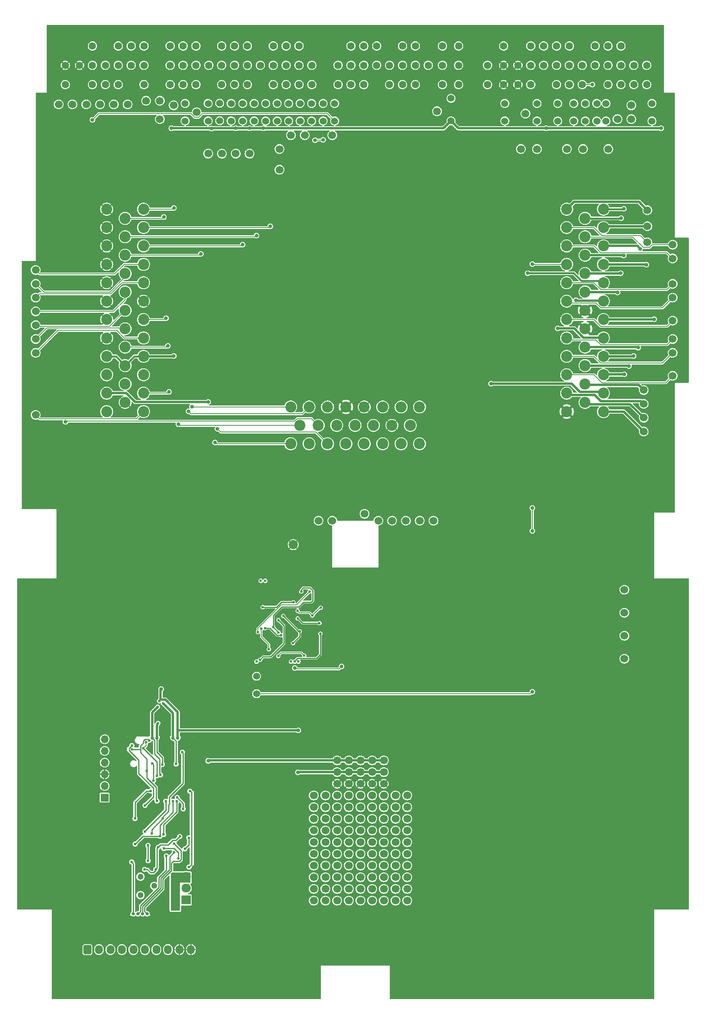
<source format=gbl>
G75*
G70*
%OFA0B0*%
%FSLAX25Y25*%
%IPPOS*%
%LPD*%
%AMOC8*
5,1,8,0,0,1.08239X$1,22.5*
%
%ADD10C,0.06693*%
%ADD11C,0.06000*%
%ADD113R,0.07874X0.07500*%
%ADD114O,0.07874X0.07500*%
%ADD13C,0.02362*%
%ADD14R,0.53740X0.00984*%
%ADD15R,0.04921X0.00984*%
%ADD16R,0.00984X0.71654*%
%ADD17R,0.25394X0.00984*%
%ADD18R,0.25591X0.00984*%
%ADD19R,0.01378X0.00984*%
%ADD26C,0.09449*%
%ADD27O,0.06693X0.07677*%
%ADD28C,0.06299*%
%ADD29C,0.02756*%
%ADD32R,0.12205X0.00984*%
%ADD33R,0.08858X0.00984*%
%ADD35R,0.00984X1.54528*%
%ADD37R,0.03740X0.00984*%
%ADD38R,0.06693X0.06693*%
%ADD39O,0.06693X0.06693*%
%ADD41C,0.03150*%
%ADD42C,0.01969*%
%ADD43C,0.01575*%
%ADD44C,0.00787*%
%ADD45C,0.07874*%
%ADD59C,0.00800*%
%ADD61R,0.19882X0.00984*%
%ADD62R,0.38386X0.00984*%
%ADD72C,0.00984*%
%ADD74C,0.05118*%
X0000000Y0000000D02*
%LPD*%
G01*
D10*
X0576772Y0568898D03*
X0051181Y0781496D03*
X0299528Y0150079D03*
X0299528Y0160079D03*
X0299528Y0170079D03*
X0299528Y0180079D03*
X0299528Y0190079D03*
X0309528Y0150079D03*
X0309528Y0160079D03*
X0309528Y0170079D03*
X0309528Y0180079D03*
X0309528Y0190079D03*
X0319528Y0150079D03*
X0319528Y0160079D03*
X0319528Y0170079D03*
X0319528Y0180079D03*
X0319528Y0190079D03*
X0535433Y0366142D03*
D11*
X0188976Y0782498D03*
X0188976Y0767498D03*
D10*
X0521654Y0743307D03*
X0486220Y0743307D03*
D11*
X0228346Y0782303D03*
X0228346Y0767303D03*
D10*
X0450787Y0773622D03*
X0446850Y0743307D03*
X0535433Y0326772D03*
D11*
X0501969Y0782303D03*
X0501969Y0767303D03*
D10*
X0031496Y0592520D03*
X0576772Y0596457D03*
X0250000Y0755118D03*
X0137795Y0768898D03*
X0031496Y0568898D03*
X0285433Y0425197D03*
D13*
X0220571Y0304724D03*
X0250098Y0304724D03*
X0253248Y0304724D03*
X0256398Y0304724D03*
D14*
X0256890Y0374606D03*
D15*
X0219685Y0374606D03*
D16*
X0283268Y0339272D03*
X0217717Y0339272D03*
D17*
X0271063Y0303937D03*
D18*
X0235335Y0303937D03*
D19*
X0217913Y0303937D03*
D13*
X0228051Y0373720D03*
X0224114Y0373720D03*
D10*
X0074803Y0781496D03*
X0541339Y0768898D03*
X0535433Y0307087D03*
X0551969Y0501575D03*
X0179134Y0739370D03*
X0541339Y0780709D03*
X0329528Y0200079D03*
X0319528Y0200079D03*
X0309528Y0200079D03*
X0299528Y0200079D03*
X0289528Y0200079D03*
X0329528Y0210079D03*
X0319528Y0210079D03*
X0309528Y0210079D03*
X0299528Y0210079D03*
X0289528Y0210079D03*
X0329528Y0220079D03*
X0319528Y0220079D03*
X0309528Y0220079D03*
X0299528Y0220079D03*
X0289528Y0220079D03*
D13*
X0137254Y0270919D03*
X0140699Y0268852D03*
X0136073Y0265899D03*
X0136368Y0251923D03*
D10*
X0576772Y0616142D03*
D26*
X0517520Y0518602D03*
X0517520Y0534350D03*
X0517520Y0550098D03*
X0517520Y0565846D03*
X0517520Y0581594D03*
X0517520Y0597343D03*
X0517520Y0613091D03*
X0517520Y0628839D03*
X0517520Y0644587D03*
X0517520Y0660335D03*
X0517520Y0676083D03*
X0517520Y0691831D03*
X0501772Y0526476D03*
X0501772Y0542224D03*
X0501772Y0557972D03*
X0501772Y0573720D03*
X0501772Y0589469D03*
X0501772Y0605217D03*
X0501772Y0620965D03*
X0501772Y0636713D03*
X0501772Y0652461D03*
X0501772Y0668209D03*
X0501772Y0683957D03*
X0486024Y0518602D03*
X0486024Y0534350D03*
X0486024Y0550098D03*
X0486024Y0565846D03*
X0486024Y0581594D03*
X0486024Y0597343D03*
X0486024Y0613091D03*
X0486024Y0628839D03*
X0486024Y0644587D03*
X0486024Y0660335D03*
X0486024Y0676083D03*
X0486024Y0691831D03*
X0249803Y0491043D03*
X0265551Y0491043D03*
X0281299Y0491043D03*
X0297047Y0491043D03*
X0312795Y0491043D03*
X0328543Y0491043D03*
X0344291Y0491043D03*
X0360039Y0491043D03*
X0257677Y0506791D03*
X0273425Y0506791D03*
X0289173Y0506791D03*
X0304921Y0506791D03*
X0320669Y0506791D03*
X0336417Y0506791D03*
X0352165Y0506791D03*
X0249803Y0522539D03*
X0265551Y0522539D03*
X0281299Y0522539D03*
X0297047Y0522539D03*
X0312795Y0522539D03*
X0328543Y0522539D03*
X0344291Y0522539D03*
X0360039Y0522539D03*
X0092323Y0691831D03*
X0092323Y0676083D03*
X0092323Y0660335D03*
X0092323Y0644587D03*
X0092323Y0628839D03*
X0092323Y0613091D03*
X0092323Y0597343D03*
X0092323Y0581594D03*
X0092323Y0565846D03*
X0092323Y0550098D03*
X0092323Y0534350D03*
X0092323Y0518602D03*
X0108071Y0683957D03*
X0108071Y0668209D03*
X0108071Y0652461D03*
X0108071Y0636713D03*
X0108071Y0620965D03*
X0108071Y0605217D03*
X0108071Y0589469D03*
X0108071Y0573720D03*
X0108071Y0557972D03*
X0108071Y0542224D03*
X0108071Y0526476D03*
X0123819Y0691831D03*
X0123819Y0676083D03*
X0123819Y0660335D03*
X0123819Y0644587D03*
X0123819Y0628839D03*
X0123819Y0613091D03*
X0123819Y0597343D03*
X0123819Y0581594D03*
X0123819Y0565846D03*
X0123819Y0550098D03*
X0123819Y0534350D03*
X0123819Y0518602D03*
D10*
X0299528Y0100079D03*
X0299528Y0110079D03*
X0299528Y0120079D03*
X0299528Y0130079D03*
X0299528Y0140079D03*
X0309528Y0100079D03*
X0309528Y0110079D03*
X0309528Y0120079D03*
X0309528Y0130079D03*
X0309528Y0140079D03*
X0319528Y0100079D03*
X0319528Y0110079D03*
X0319528Y0120079D03*
X0319528Y0130079D03*
X0319528Y0140079D03*
G36*
G01*
X0072441Y0055295D02*
X0072441Y0061004D01*
G75*
G02*
X0073425Y0061988I0000984J0000000D01*
G01*
X0078150Y0061988D01*
G75*
G02*
X0079134Y0061004I0000000J-000984D01*
G01*
X0079134Y0055295D01*
G75*
G02*
X0078150Y0054311I-000984J0000000D01*
G01*
X0073425Y0054311D01*
G75*
G02*
X0072441Y0055295I0000000J0000984D01*
G01*
G37*
D27*
X0085630Y0058150D03*
X0095472Y0058150D03*
X0105315Y0058150D03*
X0115157Y0058150D03*
X0125000Y0058150D03*
X0134843Y0058150D03*
X0144685Y0058150D03*
X0154528Y0058150D03*
X0164370Y0058150D03*
D10*
X0375073Y0775591D03*
X0551969Y0525197D03*
D11*
X0478346Y0782303D03*
X0478346Y0767303D03*
X0198819Y0782303D03*
X0198819Y0767303D03*
X0267717Y0782303D03*
X0267717Y0767303D03*
X0387008Y0786655D03*
X0387008Y0767364D03*
X0511811Y0782303D03*
X0511811Y0767303D03*
D10*
X0062992Y0781496D03*
X0529528Y0768898D03*
X0329528Y0150079D03*
X0329528Y0160079D03*
X0329528Y0170079D03*
X0329528Y0180079D03*
X0329528Y0190079D03*
X0339528Y0150079D03*
X0339528Y0160079D03*
X0339528Y0170079D03*
X0339528Y0180079D03*
X0339528Y0190079D03*
X0349528Y0150079D03*
X0349528Y0160079D03*
X0349528Y0170079D03*
X0349528Y0180079D03*
X0349528Y0190079D03*
X0031496Y0515748D03*
X0372047Y0425197D03*
X0240157Y0743307D03*
X0269528Y0100079D03*
X0269528Y0110079D03*
X0269528Y0120079D03*
X0269528Y0130079D03*
X0269528Y0140079D03*
X0279528Y0100079D03*
X0279528Y0110079D03*
X0279528Y0120079D03*
X0279528Y0130079D03*
X0279528Y0140079D03*
X0289528Y0100079D03*
X0289528Y0110079D03*
X0289528Y0120079D03*
X0289528Y0130079D03*
X0289528Y0140079D03*
X0551969Y0513386D03*
X0202756Y0739370D03*
D28*
X0554528Y0798425D03*
X0543504Y0798425D03*
X0532480Y0798425D03*
X0521457Y0798425D03*
X0499409Y0798425D03*
X0488386Y0798425D03*
X0477362Y0798425D03*
X0455315Y0798425D03*
X0444291Y0798425D03*
X0432087Y0798425D03*
X0418307Y0798425D03*
X0554528Y0814961D03*
X0543504Y0814961D03*
X0532480Y0814961D03*
X0521457Y0814961D03*
X0510433Y0814961D03*
X0499409Y0814961D03*
X0488386Y0814961D03*
X0477362Y0814961D03*
X0466339Y0814961D03*
X0455315Y0814961D03*
X0444291Y0814961D03*
X0432087Y0814961D03*
X0418307Y0814961D03*
X0532480Y0831496D03*
X0521457Y0831496D03*
X0510433Y0831496D03*
X0488386Y0831496D03*
X0477362Y0831496D03*
X0466339Y0831496D03*
X0455315Y0831496D03*
X0432087Y0831496D03*
X0393504Y0798425D03*
X0379724Y0798425D03*
X0356496Y0798425D03*
X0345472Y0798425D03*
X0334449Y0798425D03*
X0312402Y0798425D03*
X0301378Y0798425D03*
X0290354Y0798425D03*
X0393504Y0814961D03*
X0379724Y0814961D03*
X0367520Y0814961D03*
X0356496Y0814961D03*
X0345472Y0814961D03*
X0334449Y0814961D03*
X0323425Y0814961D03*
X0312402Y0814961D03*
X0301378Y0814961D03*
X0290354Y0814961D03*
X0393504Y0831496D03*
X0379724Y0831496D03*
X0356496Y0831496D03*
X0345472Y0831496D03*
X0323425Y0831496D03*
X0312402Y0831496D03*
X0301378Y0831496D03*
X0267913Y0798425D03*
X0256890Y0798425D03*
X0245866Y0798425D03*
X0234843Y0798425D03*
X0212795Y0798425D03*
X0201772Y0798425D03*
X0190748Y0798425D03*
X0168701Y0798425D03*
X0157677Y0798425D03*
X0146654Y0798425D03*
X0267913Y0814961D03*
X0256890Y0814961D03*
X0245866Y0814961D03*
X0234843Y0814961D03*
X0223819Y0814961D03*
X0212795Y0814961D03*
X0201772Y0814961D03*
X0190748Y0814961D03*
X0179724Y0814961D03*
X0168701Y0814961D03*
X0157677Y0814961D03*
X0146654Y0814961D03*
X0256890Y0831496D03*
X0245866Y0831496D03*
X0234843Y0831496D03*
X0212795Y0831496D03*
X0201772Y0831496D03*
X0190748Y0831496D03*
X0168701Y0831496D03*
X0157677Y0831496D03*
X0146654Y0831496D03*
X0124213Y0798425D03*
X0102165Y0798425D03*
X0091142Y0798425D03*
X0080118Y0798425D03*
X0056890Y0798425D03*
X0124213Y0814961D03*
X0113189Y0814961D03*
X0102165Y0814961D03*
X0091142Y0814961D03*
X0080118Y0814961D03*
X0069094Y0814961D03*
X0056890Y0814961D03*
X0124213Y0831496D03*
X0113189Y0831496D03*
X0102165Y0831496D03*
X0080118Y0831496D03*
D11*
X0179134Y0782303D03*
X0179134Y0767303D03*
X0519685Y0782303D03*
X0519685Y0767303D03*
D10*
X0551969Y0537008D03*
D29*
X0115059Y0088661D03*
X0118996Y0088661D03*
X0122933Y0088661D03*
X0126870Y0088661D03*
D32*
X0161713Y0240728D03*
D33*
X0142126Y0240728D03*
D61*
X0118701Y0240728D03*
D35*
X0167323Y0163957D03*
X0109252Y0163957D03*
D62*
X0148622Y0087185D03*
D37*
X0110630Y0087185D03*
D29*
X0153051Y0239252D03*
X0149114Y0239252D03*
X0135138Y0239252D03*
X0131201Y0239252D03*
D10*
X0348425Y0425197D03*
D11*
X0277559Y0782303D03*
X0277559Y0767303D03*
D10*
X0535433Y0346457D03*
D11*
X0559055Y0782303D03*
X0559055Y0767303D03*
D10*
X0137795Y0784646D03*
X0261811Y0755118D03*
X0329528Y0100079D03*
X0329528Y0110079D03*
X0329528Y0120079D03*
X0329528Y0130079D03*
X0329528Y0140079D03*
X0339528Y0100079D03*
X0339528Y0110079D03*
X0339528Y0120079D03*
X0339528Y0130079D03*
X0339528Y0140079D03*
X0349528Y0100079D03*
X0349528Y0110079D03*
X0349528Y0120079D03*
X0349528Y0130079D03*
X0349528Y0140079D03*
D38*
X0090551Y0188189D03*
D39*
X0090551Y0198189D03*
X0090551Y0208189D03*
X0090551Y0218189D03*
X0090551Y0228189D03*
X0090551Y0238189D03*
D10*
X0214567Y0739370D03*
X0031496Y0639764D03*
X0273622Y0425197D03*
D11*
X0238268Y0782303D03*
X0238268Y0767303D03*
X0159449Y0782303D03*
X0159449Y0767303D03*
D10*
X0555118Y0663386D03*
X0110236Y0781496D03*
X0086614Y0781496D03*
X0555118Y0677165D03*
D11*
X0208661Y0782303D03*
X0208661Y0767303D03*
D10*
X0576772Y0580709D03*
D11*
X0460630Y0782303D03*
X0460630Y0767303D03*
D10*
X0576772Y0627953D03*
X0312992Y0431102D03*
X0576772Y0661417D03*
X0031496Y0580709D03*
X0500000Y0743307D03*
X0169291Y0774803D03*
D11*
X0248031Y0782303D03*
X0248031Y0767303D03*
X0287402Y0782303D03*
X0287402Y0767303D03*
X0433071Y0782303D03*
X0433071Y0767303D03*
D10*
X0098425Y0781496D03*
D11*
X0492126Y0782303D03*
X0492126Y0767303D03*
D10*
X0125984Y0784646D03*
X0240157Y0725591D03*
X0360236Y0425197D03*
X0269528Y0150079D03*
X0269528Y0160079D03*
X0269528Y0170079D03*
X0269528Y0180079D03*
X0269528Y0190079D03*
X0279528Y0150079D03*
X0279528Y0160079D03*
X0279528Y0170079D03*
X0279528Y0180079D03*
X0279528Y0190079D03*
X0289528Y0150079D03*
X0289528Y0160079D03*
X0289528Y0170079D03*
X0289528Y0180079D03*
X0289528Y0190079D03*
X0576772Y0649606D03*
X0576772Y0549213D03*
X0324803Y0425197D03*
X0285433Y0755118D03*
X0031496Y0616142D03*
X0031496Y0627953D03*
X0460630Y0743307D03*
X0031496Y0604331D03*
X0149606Y0780709D03*
X0190945Y0739370D03*
X0336614Y0425197D03*
X0555118Y0690945D03*
D11*
X0218504Y0782303D03*
X0218504Y0767303D03*
X0257874Y0782303D03*
X0257874Y0767303D03*
X0220571Y0292146D03*
X0220571Y0277146D03*
D45*
X0251969Y0404724D03*
D41*
X0052362Y0059055D03*
X0068504Y0131890D03*
X0139370Y0847244D03*
X0184646Y0238976D03*
X0020472Y0368504D03*
X0319291Y0692913D03*
X0196850Y0122047D03*
X0566142Y0846457D03*
X0251181Y0251969D03*
X0220472Y0379134D03*
X0285039Y0830709D03*
X0260630Y0735039D03*
X0287402Y0371260D03*
X0342913Y0594882D03*
X0195669Y0602756D03*
X0184646Y0225591D03*
X0050000Y0611417D03*
X0085433Y0683465D03*
X0412205Y0687008D03*
X0453150Y0845669D03*
X0347244Y0729134D03*
X0429921Y0291339D03*
X0170866Y0313386D03*
X0232283Y0379134D03*
X0586614Y0371260D03*
X0504331Y0692520D03*
X0298031Y0256693D03*
X0382283Y0806693D03*
X0120079Y0253150D03*
X0084252Y0627559D03*
X0044094Y0844094D03*
X0258268Y0038189D03*
X0554724Y0089370D03*
X0046063Y0794882D03*
X0114567Y0693701D03*
X0061811Y0794094D03*
X0084646Y0608661D03*
X0546850Y0147244D03*
X0263780Y0294488D03*
X0253150Y0594488D03*
X0157087Y0442520D03*
X0066142Y0440551D03*
X0333071Y0047244D03*
X0171186Y0181961D03*
X0462205Y0431890D03*
X0358268Y0499213D03*
X0587402Y0156693D03*
X0155906Y0378740D03*
X0346063Y0375197D03*
X0054724Y0403150D03*
X0487008Y0272441D03*
X0217323Y0681890D03*
X0287402Y0304331D03*
X0566929Y0794094D03*
X0179134Y0793307D03*
X0066929Y0629134D03*
X0050394Y0644488D03*
X0412598Y0748819D03*
X0508268Y0741339D03*
X0196850Y0282677D03*
X0099606Y0351969D03*
X0084252Y0596063D03*
X0468898Y0554724D03*
X0322047Y0498425D03*
X0249213Y0214173D03*
X0163780Y0018504D03*
X0023622Y0313386D03*
X0215748Y0720866D03*
X0034646Y0485039D03*
X0288583Y0646063D03*
X0223228Y0537008D03*
X0403543Y0786614D03*
X0406693Y0555118D03*
X0173228Y0403150D03*
X0390945Y0017323D03*
X0063780Y0336220D03*
X0559843Y0294882D03*
X0266929Y0515354D03*
X0508268Y0644882D03*
X0022441Y0098425D03*
X0387795Y0744488D03*
X0494488Y0557087D03*
X0587795Y0096457D03*
X0522441Y0806693D03*
X0405906Y0629134D03*
X0171654Y0444488D03*
X0444488Y0335039D03*
X0050000Y0570866D03*
X0197244Y0706299D03*
X0338583Y0018110D03*
X0114173Y0018504D03*
X0196850Y0075197D03*
X0049606Y0517323D03*
X0278740Y0048425D03*
X0547638Y0805906D03*
X0104331Y0200000D03*
X0141732Y0245276D03*
X0068504Y0610236D03*
X0145669Y0081890D03*
X0259843Y0538189D03*
X0370079Y0586614D03*
X0325591Y0073622D03*
X0380709Y0151181D03*
X0253543Y0659055D03*
X0155906Y0339370D03*
X0403543Y0768898D03*
X0430315Y0018110D03*
X0171260Y0207874D03*
X0042126Y0585827D03*
X0066142Y0270079D03*
X0146063Y0805906D03*
X0229921Y0281496D03*
X0197638Y0643701D03*
X0370866Y0651181D03*
X0352756Y0518504D03*
X0230315Y0298425D03*
X0322047Y0731890D03*
X0149606Y0081890D03*
X0104331Y0178346D03*
X0085827Y0805512D03*
X0303543Y0777953D03*
X0315354Y0289370D03*
X0277559Y0294488D03*
X0331496Y0846063D03*
X0510236Y0709449D03*
X0460236Y0411024D03*
X0450394Y0420079D03*
X0485039Y0373228D03*
X0309055Y0498819D03*
X0102756Y0458661D03*
X0303543Y0753543D03*
X0344094Y0680709D03*
X0253543Y0805906D03*
X0104331Y0133071D03*
X0104331Y0221654D03*
X0068504Y0751575D03*
X0575591Y0751969D03*
X0575197Y0437008D03*
X0385433Y0333465D03*
X0445669Y0474803D03*
X0317323Y0547638D03*
X0281102Y0506299D03*
X0572835Y0703543D03*
X0475197Y0183465D03*
X0107480Y0282283D03*
X0447638Y0807480D03*
X0159055Y0682677D03*
X0279528Y0379134D03*
X0216142Y0207480D03*
X0230709Y0846063D03*
X0162992Y0747244D03*
X0036220Y0653543D03*
X0104331Y0154724D03*
X0024409Y0442913D03*
X0104331Y0111417D03*
X0299213Y0500394D03*
X0438583Y0226378D03*
X0171260Y0148819D03*
X0346063Y0499213D03*
X0217323Y0258661D03*
X0567323Y0616929D03*
X0521260Y0051969D03*
X0254724Y0144882D03*
X0189370Y0807874D03*
X0131890Y0278740D03*
X0263386Y0201969D03*
X0214567Y0327953D03*
X0156693Y0498425D03*
X0503543Y0516535D03*
X0050394Y0021260D03*
X0055118Y0203150D03*
X0368504Y0697638D03*
X0068504Y0579528D03*
X0359843Y0755906D03*
X0155118Y0285433D03*
X0434646Y0646457D03*
X0406299Y0717323D03*
X0171260Y0097638D03*
X0291339Y0805906D03*
X0271260Y0018898D03*
X0176772Y0535433D03*
X0068898Y0645276D03*
X0024016Y0157480D03*
X0171260Y0268898D03*
X0226772Y0019291D03*
X0068504Y0595669D03*
X0165354Y0079921D03*
X0425591Y0379528D03*
X0253937Y0379134D03*
X0556693Y0650000D03*
X0372441Y0489764D03*
X0089370Y0714173D03*
X0433071Y0182677D03*
X0162205Y0581496D03*
X0373622Y0238976D03*
X0332283Y0805118D03*
X0520866Y0317323D03*
X0560630Y0341732D03*
X0465748Y0607087D03*
X0473622Y0805906D03*
X0043701Y0718898D03*
X0323622Y0806299D03*
X0353150Y0776378D03*
X0308661Y0342913D03*
X0515748Y0287795D03*
X0171260Y0237402D03*
X0120079Y0805512D03*
X0250787Y0238583D03*
X0225984Y0094488D03*
X0172441Y0500787D03*
X0372835Y0524409D03*
X0373622Y0192126D03*
X0560630Y0568504D03*
X0485039Y0215748D03*
X0113780Y0746850D03*
X0287545Y0338236D03*
X0120079Y0272835D03*
X0215748Y0173228D03*
X0507480Y0403543D03*
X0145669Y0278740D03*
X0292126Y0594488D03*
X0159405Y0278818D03*
X0559055Y0551181D03*
X0555906Y0018898D03*
X0585827Y0329921D03*
X0524409Y0602756D03*
X0022835Y0236614D03*
X0104331Y0089764D03*
X0062205Y0518504D03*
X0262205Y0227953D03*
X0574409Y0672441D03*
X0251969Y0224803D03*
X0049606Y0629921D03*
X0372047Y0074409D03*
X0587008Y0219685D03*
X0430315Y0748031D03*
X0226772Y0741339D03*
X0289764Y0709843D03*
X0561024Y0584252D03*
X0067323Y0690157D03*
X0192126Y0377953D03*
X0452362Y0442126D03*
X0554724Y0407874D03*
X0200787Y0047638D03*
X0433858Y0553150D03*
X0317323Y0628346D03*
X0033858Y0784646D03*
X0133465Y0711024D03*
X0025197Y0557087D03*
X0119291Y0487795D03*
X0244094Y0298425D03*
X0214567Y0353543D03*
X0251575Y0281496D03*
X0226772Y0681890D03*
X0574409Y0534646D03*
X0496457Y0017717D03*
X0067717Y0762205D03*
X0214567Y0371260D03*
X0049213Y0596063D03*
X0211024Y0495669D03*
X0409843Y0829134D03*
X0214567Y0306299D03*
X0351575Y0539370D03*
X0391732Y0404331D03*
X0171260Y0121260D03*
X0112598Y0401181D03*
X0055906Y0807087D03*
X0048819Y0749213D03*
X0585433Y0557480D03*
X0361417Y0303543D03*
X0546850Y0235433D03*
X0153543Y0081890D03*
X0104331Y0237402D03*
X0464567Y0664173D03*
X0171260Y0251181D03*
X0261417Y0214567D03*
X0113780Y0713386D03*
X0587402Y0271260D03*
X0585433Y0637402D03*
X0421260Y0542520D03*
X0535433Y0550394D03*
X0543307Y0566142D03*
X0478346Y0589764D03*
X0561024Y0597638D03*
X0494094Y0613974D03*
X0452756Y0637008D03*
X0534839Y0692126D03*
X0539370Y0557583D03*
X0547244Y0573331D03*
X0529528Y0620575D03*
X0532675Y0684252D03*
X0456693Y0416535D03*
X0456693Y0278740D03*
X0456693Y0644882D03*
X0456693Y0436220D03*
X0185039Y0492126D03*
X0277559Y0751181D03*
X0270722Y0750839D03*
X0187008Y0503937D03*
X0153543Y0507874D03*
X0057087Y0509843D03*
X0468504Y0761024D03*
X0226378Y0761024D03*
X0566929Y0761024D03*
X0214567Y0761024D03*
X0181894Y0760886D03*
X0147638Y0761024D03*
X0202756Y0761024D03*
X0149787Y0566142D03*
X0080118Y0768307D03*
X0138979Y0281023D03*
X0256398Y0245768D03*
X0255906Y0209843D03*
X0141144Y0685039D03*
X0220472Y0669291D03*
X0172835Y0653543D03*
X0144673Y0574803D03*
X0149805Y0692913D03*
X0232283Y0677165D03*
X0208661Y0661417D03*
X0143112Y0598425D03*
X0145669Y0535433D03*
X0508067Y0798425D03*
X0554329Y0644293D03*
X0549058Y0657956D03*
X0532282Y0637008D03*
X0534839Y0652071D03*
X0253248Y0299114D03*
X0293307Y0300394D03*
X0165354Y0522835D03*
X0162261Y0518898D03*
X0179134Y0526772D03*
X0179134Y0219685D03*
D42*
X0497149Y0535528D02*
X0516342Y0535528D01*
X0421260Y0542520D02*
X0490157Y0542520D01*
X0490157Y0542520D02*
X0497149Y0535528D01*
X0516342Y0535528D02*
X0517520Y0534350D01*
X0517815Y0550394D02*
X0517520Y0550098D01*
X0535433Y0550394D02*
X0517815Y0550394D01*
X0543012Y0565846D02*
X0517520Y0565846D01*
X0543307Y0566142D02*
X0543012Y0565846D01*
X0478346Y0589764D02*
X0492571Y0589764D01*
X0492571Y0589764D02*
X0500445Y0581890D01*
X0500445Y0581890D02*
X0517224Y0581890D01*
X0517224Y0581890D02*
X0517520Y0581594D01*
X0560728Y0597343D02*
X0517520Y0597343D01*
X0561024Y0597638D02*
X0560728Y0597343D01*
X0494094Y0613974D02*
X0494683Y0613386D01*
X0517224Y0613386D02*
X0517520Y0613091D01*
X0494683Y0613386D02*
X0517224Y0613386D01*
D43*
X0452756Y0637008D02*
X0492126Y0637008D01*
X0492126Y0637008D02*
X0498526Y0630608D01*
X0515750Y0630608D02*
X0517520Y0628839D01*
X0498526Y0630608D02*
X0515750Y0630608D01*
X0534839Y0692126D02*
X0534543Y0691831D01*
X0534543Y0691831D02*
X0517520Y0691831D01*
D42*
X0539370Y0557583D02*
X0538980Y0557972D01*
X0538980Y0557972D02*
X0501772Y0557972D01*
X0546854Y0573720D02*
X0501772Y0573720D01*
X0547244Y0573331D02*
X0546854Y0573720D01*
X0529138Y0620965D02*
X0501772Y0620965D01*
X0529528Y0620575D02*
X0529138Y0620965D01*
D43*
X0532675Y0684252D02*
X0532380Y0683957D01*
X0532380Y0683957D02*
X0501772Y0683957D01*
D44*
X0456988Y0644587D02*
X0456693Y0644882D01*
X0456693Y0436220D02*
X0456693Y0416535D01*
X0486024Y0644587D02*
X0456988Y0644587D01*
X0455098Y0277146D02*
X0220571Y0277146D01*
X0456693Y0278740D02*
X0455098Y0277146D01*
X0186122Y0491043D02*
X0249803Y0491043D01*
X0185039Y0492126D02*
X0186122Y0491043D01*
X0277216Y0750839D02*
X0277559Y0751181D01*
X0270722Y0750839D02*
X0277216Y0750839D01*
X0187008Y0503937D02*
X0189860Y0501085D01*
X0271258Y0501085D02*
X0281299Y0491043D01*
X0189860Y0501085D02*
X0271258Y0501085D01*
X0154626Y0506791D02*
X0257677Y0506791D01*
X0153543Y0507874D02*
X0154626Y0506791D01*
X0253246Y0510431D02*
X0255313Y0512498D01*
X0255313Y0512498D02*
X0267718Y0512498D01*
X0057087Y0509843D02*
X0057675Y0510431D01*
X0057675Y0510431D02*
X0253246Y0510431D01*
X0267718Y0512498D02*
X0273425Y0506791D01*
D42*
X0468504Y0761024D02*
X0566929Y0761024D01*
X0182032Y0761024D02*
X0181894Y0760886D01*
X0387008Y0767364D02*
X0380668Y0761024D01*
X0214567Y0761024D02*
X0202756Y0761024D01*
X0181756Y0761024D02*
X0181894Y0760886D01*
X0202756Y0761024D02*
X0182032Y0761024D01*
X0226378Y0761024D02*
X0214567Y0761024D01*
X0147638Y0761024D02*
X0181756Y0761024D01*
X0393348Y0761024D02*
X0387008Y0767364D01*
X0468504Y0761024D02*
X0393348Y0761024D01*
X0380668Y0761024D02*
X0226378Y0761024D01*
D44*
X0281004Y0773701D02*
X0174311Y0773701D01*
D42*
X0255906Y0209843D02*
X0256142Y0210079D01*
X0149491Y0565846D02*
X0123819Y0565846D01*
D44*
X0171084Y0770474D02*
X0167498Y0770474D01*
X0174311Y0773701D02*
X0171084Y0770474D01*
D42*
X0153051Y0245768D02*
X0153051Y0239252D01*
D44*
X0164272Y0773701D02*
X0085512Y0773701D01*
D42*
X0138435Y0272100D02*
X0142467Y0272100D01*
X0153051Y0245768D02*
X0256398Y0245768D01*
X0138435Y0280479D02*
X0138435Y0272100D01*
X0149787Y0566142D02*
X0149491Y0565846D01*
X0256142Y0210079D02*
X0329528Y0210079D01*
D43*
X0123819Y0565846D02*
X0115945Y0565846D01*
X0092323Y0565846D02*
X0100197Y0565846D01*
D42*
X0137254Y0270919D02*
X0138435Y0272100D01*
D44*
X0085512Y0773701D02*
X0080118Y0768307D01*
D43*
X0115945Y0565846D02*
X0108071Y0557972D01*
D44*
X0287402Y0767303D02*
X0281004Y0773701D01*
D42*
X0153051Y0261516D02*
X0153051Y0245768D01*
X0138979Y0281023D02*
X0138435Y0280479D01*
D44*
X0167498Y0770474D02*
X0164272Y0773701D01*
D43*
X0100197Y0565846D02*
X0108071Y0557972D01*
D42*
X0142467Y0272100D02*
X0153051Y0261516D01*
D44*
X0140061Y0683957D02*
X0108071Y0683957D01*
X0141144Y0685039D02*
X0140061Y0683957D01*
X0220472Y0669291D02*
X0219390Y0668209D01*
X0219390Y0668209D02*
X0108071Y0668209D01*
X0171752Y0652461D02*
X0108071Y0652461D01*
X0172835Y0653543D02*
X0171752Y0652461D01*
X0144673Y0574803D02*
X0143590Y0573720D01*
X0143590Y0573720D02*
X0108071Y0573720D01*
X0149805Y0692913D02*
X0148722Y0691831D01*
X0148722Y0691831D02*
X0123819Y0691831D01*
X0232283Y0677165D02*
X0231201Y0676083D01*
X0231201Y0676083D02*
X0123819Y0676083D01*
X0207579Y0660335D02*
X0123819Y0660335D01*
X0208661Y0661417D02*
X0207579Y0660335D01*
X0123819Y0597343D02*
X0142030Y0597343D01*
X0142030Y0597343D02*
X0143112Y0598425D01*
X0145669Y0535433D02*
X0144587Y0534350D01*
X0144587Y0534350D02*
X0123819Y0534350D01*
X0499409Y0798425D02*
X0508067Y0798425D01*
D42*
X0149114Y0260436D02*
X0149114Y0239252D01*
X0140699Y0268852D02*
X0149114Y0260436D01*
X0135138Y0239252D02*
X0135138Y0250692D01*
X0135138Y0250692D02*
X0136368Y0251923D01*
X0131201Y0261027D02*
X0136073Y0265899D01*
X0131201Y0239252D02*
X0131201Y0261027D01*
X0551969Y0501575D02*
X0534941Y0518602D01*
X0534941Y0518602D02*
X0517520Y0518602D01*
X0554035Y0644587D02*
X0517520Y0644587D01*
X0554329Y0644293D02*
X0554035Y0644587D01*
X0549058Y0657956D02*
X0546679Y0660335D01*
X0546679Y0660335D02*
X0517520Y0660335D01*
X0518602Y0677165D02*
X0517520Y0676083D01*
X0555118Y0677165D02*
X0518602Y0677165D01*
X0501772Y0526476D02*
X0503348Y0524900D01*
X0503348Y0524900D02*
X0540455Y0524900D01*
X0540455Y0524900D02*
X0551969Y0513386D01*
X0547638Y0541339D02*
X0551969Y0537008D01*
X0502657Y0541339D02*
X0547638Y0541339D01*
X0501772Y0542224D02*
X0502657Y0541339D01*
X0532282Y0637008D02*
X0531986Y0636713D01*
X0531986Y0636713D02*
X0501772Y0636713D01*
X0534839Y0652071D02*
X0534449Y0652461D01*
X0534449Y0652461D02*
X0501772Y0652461D01*
D44*
X0559271Y0661417D02*
X0576772Y0661417D01*
X0542715Y0667915D02*
X0551573Y0659057D01*
X0556911Y0659057D02*
X0559271Y0661417D01*
X0501772Y0668209D02*
X0502065Y0667915D01*
X0502065Y0667915D02*
X0542715Y0667915D01*
X0551573Y0659057D02*
X0556911Y0659057D01*
D42*
X0509994Y0532971D02*
X0487404Y0532971D01*
X0549606Y0527559D02*
X0515405Y0527559D01*
X0551969Y0525197D02*
X0549606Y0527559D01*
X0515405Y0527559D02*
X0509994Y0532971D01*
X0487404Y0532971D02*
X0486024Y0534350D01*
D44*
X0509449Y0550098D02*
X0516240Y0543307D01*
X0516240Y0543307D02*
X0570866Y0543307D01*
X0486024Y0550098D02*
X0509449Y0550098D01*
X0570866Y0543307D02*
X0576772Y0549213D01*
X0509449Y0565846D02*
X0515156Y0560140D01*
X0486024Y0565846D02*
X0509449Y0565846D01*
X0568014Y0560140D02*
X0576772Y0568898D01*
X0515156Y0560140D02*
X0568014Y0560140D01*
X0486024Y0581594D02*
X0487697Y0579921D01*
X0487697Y0579921D02*
X0511122Y0579921D01*
X0571951Y0575888D02*
X0576772Y0580709D01*
X0515156Y0575888D02*
X0571951Y0575888D01*
X0511122Y0579921D02*
X0515156Y0575888D01*
X0486024Y0597343D02*
X0509449Y0597343D01*
X0571951Y0591636D02*
X0576772Y0596457D01*
X0515156Y0591636D02*
X0571951Y0591636D01*
X0509449Y0597343D02*
X0515156Y0591636D01*
X0487697Y0611417D02*
X0511122Y0611417D01*
X0511122Y0611417D02*
X0515156Y0607384D01*
X0515156Y0607384D02*
X0568014Y0607384D01*
X0568014Y0607384D02*
X0576772Y0616142D01*
X0486024Y0613091D02*
X0487697Y0611417D01*
X0571951Y0623132D02*
X0576772Y0627953D01*
X0515156Y0623132D02*
X0571951Y0623132D01*
X0486024Y0628839D02*
X0509449Y0628839D01*
X0509449Y0628839D02*
X0515156Y0623132D01*
X0486024Y0660335D02*
X0509449Y0660335D01*
X0515156Y0654628D02*
X0571750Y0654628D01*
X0509449Y0660335D02*
X0515156Y0654628D01*
X0571750Y0654628D02*
X0576772Y0649606D01*
X0549213Y0669291D02*
X0555118Y0663386D01*
X0509449Y0676083D02*
X0516240Y0669291D01*
X0486024Y0676083D02*
X0509449Y0676083D01*
X0516240Y0669291D02*
X0549213Y0669291D01*
D42*
X0555118Y0690945D02*
X0547935Y0698128D01*
X0547935Y0698128D02*
X0492321Y0698128D01*
X0492321Y0698128D02*
X0486024Y0691831D01*
D44*
X0291339Y0298425D02*
X0293307Y0300394D01*
X0253248Y0299114D02*
X0253937Y0298425D01*
X0253937Y0298425D02*
X0291339Y0298425D01*
X0165650Y0522539D02*
X0249803Y0522539D01*
X0165354Y0522835D02*
X0165650Y0522539D01*
X0164326Y0516833D02*
X0259844Y0516833D01*
X0259844Y0516833D02*
X0265551Y0522539D01*
X0162261Y0518898D02*
X0164326Y0516833D01*
D42*
X0179528Y0220079D02*
X0329528Y0220079D01*
X0179134Y0526772D02*
X0116681Y0526772D01*
X0179134Y0219685D02*
X0179528Y0220079D01*
X0116681Y0526772D02*
X0109103Y0534350D01*
X0109103Y0534350D02*
X0092323Y0534350D01*
D44*
X0108071Y0633661D02*
X0108071Y0636713D01*
X0031496Y0627953D02*
X0038585Y0620864D01*
X0095274Y0620864D02*
X0108071Y0633661D01*
X0038585Y0620864D02*
X0095274Y0620864D01*
X0108071Y0620965D02*
X0108071Y0614283D01*
X0108071Y0614283D02*
X0098118Y0604331D01*
X0098118Y0604331D02*
X0031496Y0604331D01*
X0032380Y0591636D02*
X0031496Y0592520D01*
X0094687Y0591636D02*
X0032380Y0591636D01*
X0108071Y0605020D02*
X0094687Y0591636D01*
X0108071Y0605217D02*
X0108071Y0605020D01*
X0107280Y0590260D02*
X0041047Y0590260D01*
X0041047Y0590260D02*
X0031496Y0580709D01*
X0108071Y0589469D02*
X0107280Y0590260D01*
X0099016Y0636417D02*
X0107185Y0644587D01*
X0031496Y0639764D02*
X0034843Y0636417D01*
X0107185Y0644587D02*
X0123819Y0644587D01*
X0034843Y0636417D02*
X0099016Y0636417D01*
X0095866Y0619488D02*
X0105217Y0628839D01*
X0031496Y0616142D02*
X0034843Y0619488D01*
X0034843Y0619488D02*
X0095866Y0619488D01*
X0105217Y0628839D02*
X0123819Y0628839D01*
X0107382Y0581594D02*
X0100884Y0588092D01*
X0050691Y0588092D02*
X0031496Y0568898D01*
X0123819Y0581594D02*
X0107382Y0581594D01*
X0100884Y0588092D02*
X0050691Y0588092D01*
X0117618Y0512402D02*
X0123819Y0518602D01*
X0034843Y0512402D02*
X0117618Y0512402D01*
X0031496Y0515748D02*
X0034843Y0512402D01*
G36*
X0500343Y0596085D02*
G01*
X0500484Y0595890D01*
X0500484Y0595649D01*
X0500343Y0595454D01*
X0500204Y0595391D01*
X0499873Y0595311D01*
X0498983Y0594942D01*
X0498983Y0594942D01*
X0498283Y0594513D01*
X0500233Y0592563D01*
X0499675Y0592227D01*
X0499131Y0591712D01*
X0498710Y0591092D01*
X0498677Y0591008D01*
X0496727Y0592958D01*
X0496298Y0592258D01*
X0496298Y0592258D01*
X0495929Y0591367D01*
X0495704Y0590430D01*
X0495676Y0590076D01*
X0495584Y0589853D01*
X0495379Y0589727D01*
X0495138Y0589746D01*
X0495012Y0589831D01*
X0493911Y0590932D01*
X0493882Y0590965D01*
X0493791Y0591079D01*
X0493603Y0591206D01*
X0493591Y0591215D01*
X0493409Y0591350D01*
X0493383Y0591363D01*
X0493384Y0591365D01*
X0493376Y0591369D01*
X0493375Y0591367D01*
X0493349Y0591380D01*
X0493132Y0591447D01*
X0493118Y0591451D01*
X0492904Y0591526D01*
X0492904Y0591526D01*
X0492904Y0591526D01*
X0492904Y0591526D01*
X0492875Y0591532D01*
X0492876Y0591533D01*
X0492867Y0591535D01*
X0492867Y0591533D01*
X0492838Y0591537D01*
X0492838Y0591537D01*
X0492611Y0591537D01*
X0492597Y0591538D01*
X0492457Y0591543D01*
X0492370Y0591546D01*
X0492370Y0591546D01*
X0492341Y0591543D01*
X0492341Y0591545D01*
X0492286Y0591537D01*
X0488421Y0591537D01*
X0488192Y0591612D01*
X0488050Y0591807D01*
X0488050Y0592048D01*
X0488192Y0592242D01*
X0488235Y0592270D01*
X0488440Y0592381D01*
X0489050Y0592711D01*
X0489771Y0593272D01*
X0490390Y0593944D01*
X0490889Y0594709D01*
X0491257Y0595546D01*
X0491305Y0595739D01*
X0491337Y0595865D01*
X0491466Y0596069D01*
X0491689Y0596159D01*
X0491715Y0596159D01*
X0500113Y0596159D01*
X0500343Y0596085D01*
G37*
G36*
X0102413Y0606571D02*
G01*
X0102583Y0606401D01*
X0102621Y0606163D01*
X0102614Y0606129D01*
X0102614Y0606127D01*
X0102614Y0606127D01*
X0102538Y0605217D01*
X0102614Y0604306D01*
X0102614Y0604306D01*
X0102838Y0603420D01*
X0102992Y0603069D01*
X0103205Y0602583D01*
X0103205Y0602583D01*
X0103331Y0602391D01*
X0103394Y0602158D01*
X0103308Y0601933D01*
X0103280Y0601902D01*
X0098514Y0597137D01*
X0098300Y0597027D01*
X0098062Y0597065D01*
X0097892Y0597235D01*
X0097850Y0597380D01*
X0097778Y0598253D01*
X0097554Y0599138D01*
X0097554Y0599138D01*
X0097187Y0599975D01*
X0096687Y0600740D01*
X0096557Y0600881D01*
X0095086Y0599410D01*
X0094706Y0599858D01*
X0094386Y0600102D01*
X0095859Y0601575D01*
X0095348Y0601973D01*
X0095348Y0601973D01*
X0094530Y0602415D01*
X0094535Y0602424D01*
X0094381Y0602558D01*
X0094328Y0602793D01*
X0094422Y0603015D01*
X0094629Y0603138D01*
X0094716Y0603148D01*
X0097862Y0603148D01*
X0097916Y0603139D01*
X0097916Y0603144D01*
X0097952Y0603139D01*
X0097952Y0603139D01*
X0097952Y0603139D01*
X0097952Y0603139D01*
X0098137Y0603147D01*
X0098155Y0603148D01*
X0098228Y0603148D01*
X0098228Y0603148D01*
X0098228Y0603148D01*
X0098282Y0603154D01*
X0098394Y0603159D01*
X0098429Y0603175D01*
X0098515Y0603201D01*
X0098553Y0603208D01*
X0098648Y0603267D01*
X0098696Y0603293D01*
X0098799Y0603338D01*
X0098826Y0603365D01*
X0098896Y0603421D01*
X0098929Y0603441D01*
X0098997Y0603531D01*
X0099032Y0603571D01*
X0101961Y0606500D01*
X0102175Y0606609D01*
X0102413Y0606571D01*
G37*
G36*
X0569131Y0849532D02*
G01*
X0569272Y0849337D01*
X0569291Y0849217D01*
X0569291Y0791339D01*
X0578350Y0791339D01*
X0578579Y0791264D01*
X0578721Y0791069D01*
X0578740Y0790949D01*
X0578740Y0667323D01*
X0590161Y0667323D01*
X0590391Y0667248D01*
X0590532Y0667054D01*
X0590551Y0666933D01*
X0590551Y0543697D01*
X0590477Y0543468D01*
X0590282Y0543326D01*
X0590161Y0543307D01*
X0578740Y0543307D01*
X0578740Y0543307D01*
X0578740Y0432673D01*
X0578666Y0432444D01*
X0578471Y0432303D01*
X0578350Y0432283D01*
X0561024Y0432283D01*
X0561024Y0375984D01*
X0590161Y0375984D01*
X0590391Y0375910D01*
X0590532Y0375715D01*
X0590551Y0375594D01*
X0590551Y0092909D01*
X0590477Y0092680D01*
X0590282Y0092539D01*
X0590161Y0092520D01*
X0561024Y0092520D01*
X0561024Y0092520D01*
X0561024Y0016138D01*
X0560949Y0015909D01*
X0560754Y0015767D01*
X0560634Y0015748D01*
X0335035Y0015748D01*
X0334806Y0015822D01*
X0334665Y0016017D01*
X0334646Y0016138D01*
X0334646Y0044488D01*
X0334646Y0044488D01*
X0334646Y0044488D01*
X0275591Y0044488D01*
X0275591Y0044488D01*
X0275591Y0044488D01*
X0275591Y0016138D01*
X0275516Y0015909D01*
X0275321Y0015767D01*
X0275201Y0015748D01*
X0045665Y0015748D01*
X0045436Y0015822D01*
X0045295Y0016017D01*
X0045276Y0016138D01*
X0045276Y0055082D01*
X0071652Y0055082D01*
X0071663Y0054962D01*
X0071663Y0054962D01*
X0071839Y0054457D01*
X0072157Y0054027D01*
X0072157Y0054027D01*
X0072157Y0054027D01*
X0072157Y0054027D01*
X0072157Y0054027D01*
X0072587Y0053709D01*
X0072587Y0053709D01*
X0072587Y0053709D01*
X0073092Y0053533D01*
X0073212Y0053522D01*
X0073212Y0053522D01*
X0073212Y0053522D01*
X0078363Y0053522D01*
X0078363Y0053522D01*
X0078483Y0053533D01*
X0078988Y0053709D01*
X0079418Y0054027D01*
X0079735Y0054457D01*
X0079912Y0054962D01*
X0079923Y0055082D01*
X0079923Y0055082D01*
X0079923Y0057454D01*
X0081494Y0057454D01*
X0081554Y0056847D01*
X0081554Y0056847D01*
X0081790Y0056067D01*
X0082174Y0055349D01*
X0082690Y0054720D01*
X0082691Y0054719D01*
X0082691Y0054719D01*
X0083321Y0054202D01*
X0083321Y0054202D01*
X0083321Y0054202D01*
X0084040Y0053818D01*
X0084397Y0053709D01*
X0084819Y0053581D01*
X0084819Y0053581D01*
X0085630Y0053502D01*
X0085630Y0053502D01*
X0085630Y0053502D01*
X0086441Y0053581D01*
X0086441Y0053581D01*
X0086447Y0053583D01*
X0087220Y0053818D01*
X0087939Y0054202D01*
X0088569Y0054719D01*
X0089085Y0055349D01*
X0089469Y0056067D01*
X0089706Y0056847D01*
X0089706Y0056847D01*
X0089766Y0057454D01*
X0091337Y0057454D01*
X0091396Y0056847D01*
X0091396Y0056847D01*
X0091633Y0056067D01*
X0092017Y0055349D01*
X0092533Y0054720D01*
X0092534Y0054719D01*
X0092534Y0054719D01*
X0093164Y0054202D01*
X0093164Y0054202D01*
X0093164Y0054202D01*
X0093882Y0053818D01*
X0094240Y0053709D01*
X0094662Y0053581D01*
X0094662Y0053581D01*
X0095472Y0053502D01*
X0095472Y0053502D01*
X0095472Y0053502D01*
X0096283Y0053581D01*
X0096283Y0053581D01*
X0096290Y0053583D01*
X0097063Y0053818D01*
X0097781Y0054202D01*
X0098411Y0054719D01*
X0098928Y0055349D01*
X0099312Y0056067D01*
X0099548Y0056847D01*
X0099548Y0056847D01*
X0099608Y0057454D01*
X0101179Y0057454D01*
X0101239Y0056847D01*
X0101239Y0056847D01*
X0101475Y0056067D01*
X0101860Y0055349D01*
X0102375Y0054720D01*
X0102376Y0054719D01*
X0102376Y0054719D01*
X0103006Y0054202D01*
X0103006Y0054202D01*
X0103006Y0054202D01*
X0103725Y0053818D01*
X0104082Y0053709D01*
X0104504Y0053581D01*
X0104504Y0053581D01*
X0105315Y0053502D01*
X0105315Y0053502D01*
X0105315Y0053502D01*
X0106126Y0053581D01*
X0106126Y0053581D01*
X0106132Y0053583D01*
X0106905Y0053818D01*
X0107624Y0054202D01*
X0108254Y0054719D01*
X0108770Y0055349D01*
X0109154Y0056067D01*
X0109391Y0056847D01*
X0109391Y0056847D01*
X0109451Y0057454D01*
X0111022Y0057454D01*
X0111081Y0056847D01*
X0111081Y0056847D01*
X0111318Y0056067D01*
X0111702Y0055349D01*
X0112218Y0054720D01*
X0112219Y0054719D01*
X0112219Y0054719D01*
X0112849Y0054202D01*
X0112849Y0054202D01*
X0112849Y0054202D01*
X0113567Y0053818D01*
X0113925Y0053709D01*
X0114347Y0053581D01*
X0114347Y0053581D01*
X0115157Y0053502D01*
X0115157Y0053502D01*
X0115157Y0053502D01*
X0115968Y0053581D01*
X0115968Y0053581D01*
X0115975Y0053583D01*
X0116748Y0053818D01*
X0117466Y0054202D01*
X0118096Y0054719D01*
X0118613Y0055349D01*
X0118997Y0056067D01*
X0119233Y0056847D01*
X0119234Y0056847D01*
X0119293Y0057454D01*
X0120864Y0057454D01*
X0120924Y0056847D01*
X0120924Y0056847D01*
X0121161Y0056067D01*
X0121545Y0055349D01*
X0122060Y0054720D01*
X0122061Y0054719D01*
X0122061Y0054719D01*
X0122691Y0054202D01*
X0122691Y0054202D01*
X0122691Y0054202D01*
X0123410Y0053818D01*
X0123767Y0053709D01*
X0124189Y0053581D01*
X0124189Y0053581D01*
X0125000Y0053502D01*
X0125000Y0053502D01*
X0125000Y0053502D01*
X0125811Y0053581D01*
X0125811Y0053581D01*
X0125817Y0053583D01*
X0126590Y0053818D01*
X0127309Y0054202D01*
X0127939Y0054719D01*
X0128455Y0055349D01*
X0128839Y0056067D01*
X0129076Y0056847D01*
X0129076Y0056847D01*
X0129136Y0057454D01*
X0130707Y0057454D01*
X0130767Y0056847D01*
X0130767Y0056847D01*
X0131003Y0056067D01*
X0131387Y0055349D01*
X0131903Y0054720D01*
X0131904Y0054719D01*
X0131904Y0054719D01*
X0132534Y0054202D01*
X0132534Y0054202D01*
X0132534Y0054202D01*
X0133252Y0053818D01*
X0133610Y0053709D01*
X0134032Y0053581D01*
X0134032Y0053581D01*
X0134843Y0053502D01*
X0134843Y0053502D01*
X0134843Y0053502D01*
X0135653Y0053581D01*
X0135653Y0053581D01*
X0135660Y0053583D01*
X0136433Y0053818D01*
X0137151Y0054202D01*
X0137781Y0054719D01*
X0138298Y0055349D01*
X0138682Y0056067D01*
X0138919Y0056847D01*
X0138919Y0056847D01*
X0138978Y0057454D01*
X0140549Y0057454D01*
X0140609Y0056847D01*
X0140609Y0056847D01*
X0140846Y0056067D01*
X0141230Y0055349D01*
X0141745Y0054720D01*
X0141746Y0054719D01*
X0141746Y0054719D01*
X0142376Y0054202D01*
X0142376Y0054202D01*
X0142376Y0054202D01*
X0143095Y0053818D01*
X0143452Y0053709D01*
X0143874Y0053581D01*
X0143874Y0053581D01*
X0144685Y0053502D01*
X0144685Y0053502D01*
X0144685Y0053502D01*
X0145496Y0053581D01*
X0145496Y0053581D01*
X0145502Y0053583D01*
X0146275Y0053818D01*
X0146994Y0054202D01*
X0147624Y0054719D01*
X0148140Y0055349D01*
X0148525Y0056067D01*
X0148761Y0056847D01*
X0148761Y0056847D01*
X0148821Y0057454D01*
X0148821Y0057454D01*
X0150394Y0057454D01*
X0150454Y0056847D01*
X0150454Y0056847D01*
X0150690Y0056068D01*
X0150690Y0056068D01*
X0151074Y0055350D01*
X0151074Y0055350D01*
X0151590Y0054720D01*
X0151590Y0054720D01*
X0152220Y0054204D01*
X0152220Y0054204D01*
X0152938Y0053820D01*
X0152938Y0053820D01*
X0153717Y0053583D01*
X0154035Y0053552D01*
X0154035Y0053552D01*
X0154035Y0056331D01*
X0154394Y0056280D01*
X0154661Y0056280D01*
X0155020Y0056331D01*
X0155020Y0053552D01*
X0155020Y0053552D01*
X0155338Y0053583D01*
X0156117Y0053820D01*
X0156117Y0053820D01*
X0156835Y0054204D01*
X0156835Y0054204D01*
X0157465Y0054720D01*
X0157465Y0054720D01*
X0157981Y0055350D01*
X0157981Y0055350D01*
X0158365Y0056068D01*
X0158365Y0056068D01*
X0158602Y0056847D01*
X0158602Y0056847D01*
X0158661Y0057454D01*
X0160236Y0057454D01*
X0160296Y0056847D01*
X0160296Y0056847D01*
X0160532Y0056068D01*
X0160532Y0056068D01*
X0160916Y0055350D01*
X0160916Y0055350D01*
X0161433Y0054720D01*
X0161433Y0054720D01*
X0162062Y0054204D01*
X0162062Y0054204D01*
X0162780Y0053820D01*
X0162780Y0053820D01*
X0163560Y0053583D01*
X0163878Y0053552D01*
X0163878Y0053552D01*
X0163878Y0056331D01*
X0164236Y0056280D01*
X0164504Y0056280D01*
X0164862Y0056331D01*
X0164862Y0053552D01*
X0164862Y0053552D01*
X0165180Y0053583D01*
X0165960Y0053820D01*
X0165960Y0053820D01*
X0166678Y0054204D01*
X0166678Y0054204D01*
X0167307Y0054720D01*
X0167307Y0054720D01*
X0167824Y0055350D01*
X0167824Y0055350D01*
X0168208Y0056068D01*
X0168208Y0056068D01*
X0168444Y0056847D01*
X0168444Y0056847D01*
X0168504Y0057454D01*
X0168504Y0057657D01*
X0168504Y0057657D01*
X0166175Y0057657D01*
X0166240Y0057881D01*
X0166240Y0058418D01*
X0166175Y0058642D01*
X0168504Y0058642D01*
X0168504Y0058642D01*
X0168504Y0058845D01*
X0168444Y0059452D01*
X0168444Y0059452D01*
X0168208Y0060231D01*
X0168208Y0060231D01*
X0167824Y0060949D01*
X0167824Y0060949D01*
X0167307Y0061579D01*
X0167307Y0061579D01*
X0166678Y0062096D01*
X0166678Y0062096D01*
X0165960Y0062479D01*
X0165960Y0062479D01*
X0165180Y0062716D01*
X0165180Y0062716D01*
X0164862Y0062747D01*
X0164862Y0059968D01*
X0164504Y0060020D01*
X0164236Y0060020D01*
X0163878Y0059968D01*
X0163878Y0062747D01*
X0163878Y0062747D01*
X0163560Y0062716D01*
X0163560Y0062716D01*
X0162780Y0062479D01*
X0162780Y0062479D01*
X0162062Y0062096D01*
X0162062Y0062096D01*
X0161433Y0061579D01*
X0161433Y0061579D01*
X0160916Y0060949D01*
X0160916Y0060949D01*
X0160532Y0060231D01*
X0160532Y0060231D01*
X0160296Y0059452D01*
X0160296Y0059452D01*
X0160236Y0058845D01*
X0160236Y0058642D01*
X0160236Y0058642D01*
X0162566Y0058642D01*
X0162500Y0058418D01*
X0162500Y0057881D01*
X0162566Y0057657D01*
X0160236Y0057657D01*
X0160236Y0057657D01*
X0160236Y0057454D01*
X0158661Y0057454D01*
X0158661Y0057657D01*
X0158661Y0057657D01*
X0156332Y0057657D01*
X0156398Y0057881D01*
X0156398Y0058418D01*
X0156332Y0058642D01*
X0158661Y0058642D01*
X0158661Y0058642D01*
X0158661Y0058845D01*
X0158602Y0059452D01*
X0158602Y0059452D01*
X0158365Y0060231D01*
X0158365Y0060231D01*
X0157981Y0060949D01*
X0157981Y0060949D01*
X0157465Y0061579D01*
X0157465Y0061579D01*
X0156835Y0062096D01*
X0156835Y0062096D01*
X0156117Y0062479D01*
X0156117Y0062479D01*
X0155338Y0062716D01*
X0155338Y0062716D01*
X0155020Y0062747D01*
X0155020Y0059968D01*
X0154661Y0060020D01*
X0154394Y0060020D01*
X0154035Y0059968D01*
X0154035Y0062747D01*
X0154035Y0062747D01*
X0153717Y0062716D01*
X0153717Y0062716D01*
X0152938Y0062479D01*
X0152938Y0062479D01*
X0152220Y0062096D01*
X0152220Y0062096D01*
X0151590Y0061579D01*
X0151590Y0061579D01*
X0151074Y0060949D01*
X0151074Y0060949D01*
X0150690Y0060231D01*
X0150690Y0060231D01*
X0150454Y0059452D01*
X0150454Y0059452D01*
X0150394Y0058845D01*
X0150394Y0058642D01*
X0150394Y0058642D01*
X0152723Y0058642D01*
X0152657Y0058418D01*
X0152657Y0057881D01*
X0152723Y0057657D01*
X0150394Y0057657D01*
X0150394Y0057657D01*
X0150394Y0057454D01*
X0148821Y0057454D01*
X0148821Y0058845D01*
X0148761Y0059452D01*
X0148761Y0059452D01*
X0148606Y0059962D01*
X0148525Y0060232D01*
X0148140Y0060951D01*
X0147921Y0061218D01*
X0147624Y0061580D01*
X0147624Y0061580D01*
X0147624Y0061580D01*
X0146994Y0062097D01*
X0146275Y0062481D01*
X0145496Y0062718D01*
X0145496Y0062718D01*
X0144685Y0062798D01*
X0144685Y0062798D01*
X0143874Y0062718D01*
X0143874Y0062718D01*
X0143095Y0062481D01*
X0142376Y0062097D01*
X0141746Y0061580D01*
X0141746Y0061580D01*
X0141230Y0060951D01*
X0140846Y0060232D01*
X0140609Y0059452D01*
X0140609Y0059452D01*
X0140549Y0058845D01*
X0140549Y0057454D01*
X0138978Y0057454D01*
X0138978Y0058845D01*
X0138919Y0059452D01*
X0138919Y0059452D01*
X0138764Y0059962D01*
X0138682Y0060232D01*
X0138298Y0060951D01*
X0138079Y0061218D01*
X0137781Y0061580D01*
X0137781Y0061580D01*
X0137781Y0061580D01*
X0137151Y0062097D01*
X0136433Y0062481D01*
X0135653Y0062718D01*
X0135653Y0062718D01*
X0134843Y0062798D01*
X0134843Y0062798D01*
X0134032Y0062718D01*
X0134032Y0062718D01*
X0133252Y0062481D01*
X0132534Y0062097D01*
X0131904Y0061580D01*
X0131904Y0061580D01*
X0131387Y0060951D01*
X0131003Y0060232D01*
X0130767Y0059452D01*
X0130767Y0059452D01*
X0130707Y0058845D01*
X0130707Y0057454D01*
X0129136Y0057454D01*
X0129136Y0058845D01*
X0129076Y0059452D01*
X0129076Y0059452D01*
X0128921Y0059962D01*
X0128839Y0060232D01*
X0128455Y0060951D01*
X0128236Y0061218D01*
X0127939Y0061580D01*
X0127939Y0061580D01*
X0127939Y0061580D01*
X0127309Y0062097D01*
X0126590Y0062481D01*
X0125811Y0062718D01*
X0125811Y0062718D01*
X0125000Y0062798D01*
X0125000Y0062798D01*
X0124189Y0062718D01*
X0124189Y0062718D01*
X0123410Y0062481D01*
X0122691Y0062097D01*
X0122061Y0061580D01*
X0122061Y0061580D01*
X0121545Y0060951D01*
X0121161Y0060232D01*
X0120924Y0059452D01*
X0120924Y0059452D01*
X0120864Y0058845D01*
X0120864Y0057454D01*
X0119293Y0057454D01*
X0119293Y0058845D01*
X0119233Y0059452D01*
X0119233Y0059452D01*
X0119079Y0059962D01*
X0118997Y0060232D01*
X0118613Y0060951D01*
X0118394Y0061218D01*
X0118096Y0061580D01*
X0118096Y0061580D01*
X0118096Y0061580D01*
X0117466Y0062097D01*
X0116748Y0062481D01*
X0115968Y0062718D01*
X0115968Y0062718D01*
X0115157Y0062798D01*
X0115157Y0062798D01*
X0114347Y0062718D01*
X0114347Y0062718D01*
X0113567Y0062481D01*
X0112849Y0062097D01*
X0112219Y0061580D01*
X0112219Y0061580D01*
X0111702Y0060951D01*
X0111318Y0060232D01*
X0111081Y0059452D01*
X0111081Y0059452D01*
X0111022Y0058845D01*
X0111022Y0057454D01*
X0109451Y0057454D01*
X0109451Y0058845D01*
X0109391Y0059452D01*
X0109391Y0059452D01*
X0109236Y0059962D01*
X0109154Y0060232D01*
X0108770Y0060951D01*
X0108551Y0061218D01*
X0108254Y0061580D01*
X0108254Y0061580D01*
X0108254Y0061580D01*
X0107624Y0062097D01*
X0106905Y0062481D01*
X0106126Y0062718D01*
X0106126Y0062718D01*
X0105315Y0062798D01*
X0105315Y0062798D01*
X0104504Y0062718D01*
X0104504Y0062718D01*
X0103725Y0062481D01*
X0103006Y0062097D01*
X0102376Y0061580D01*
X0102376Y0061580D01*
X0101860Y0060951D01*
X0101475Y0060232D01*
X0101239Y0059452D01*
X0101239Y0059452D01*
X0101179Y0058845D01*
X0101179Y0057454D01*
X0099608Y0057454D01*
X0099608Y0058845D01*
X0099548Y0059452D01*
X0099548Y0059452D01*
X0099394Y0059962D01*
X0099312Y0060232D01*
X0098928Y0060951D01*
X0098709Y0061218D01*
X0098411Y0061580D01*
X0098411Y0061580D01*
X0098411Y0061580D01*
X0097781Y0062097D01*
X0097063Y0062481D01*
X0096283Y0062718D01*
X0096283Y0062718D01*
X0095472Y0062798D01*
X0095472Y0062798D01*
X0094662Y0062718D01*
X0094662Y0062718D01*
X0093882Y0062481D01*
X0093164Y0062097D01*
X0092534Y0061580D01*
X0092534Y0061580D01*
X0092017Y0060951D01*
X0091633Y0060232D01*
X0091396Y0059452D01*
X0091396Y0059452D01*
X0091337Y0058845D01*
X0091337Y0057454D01*
X0089766Y0057454D01*
X0089766Y0058845D01*
X0089706Y0059452D01*
X0089706Y0059452D01*
X0089551Y0059962D01*
X0089469Y0060232D01*
X0089085Y0060951D01*
X0088866Y0061218D01*
X0088569Y0061580D01*
X0088569Y0061580D01*
X0088569Y0061580D01*
X0087939Y0062097D01*
X0087220Y0062481D01*
X0086441Y0062718D01*
X0086441Y0062718D01*
X0085630Y0062798D01*
X0085630Y0062798D01*
X0084819Y0062718D01*
X0084819Y0062718D01*
X0084040Y0062481D01*
X0083321Y0062097D01*
X0082691Y0061580D01*
X0082691Y0061580D01*
X0082174Y0060951D01*
X0081790Y0060232D01*
X0081554Y0059452D01*
X0081554Y0059452D01*
X0081494Y0058845D01*
X0081494Y0057454D01*
X0079923Y0057454D01*
X0079923Y0061218D01*
X0079923Y0061218D01*
X0079912Y0061337D01*
X0079912Y0061337D01*
X0079735Y0061842D01*
X0079548Y0062096D01*
X0079418Y0062272D01*
X0079418Y0062272D01*
X0079418Y0062272D01*
X0079418Y0062272D01*
X0079418Y0062272D01*
X0078988Y0062590D01*
X0078483Y0062766D01*
X0078483Y0062766D01*
X0078363Y0062778D01*
X0078363Y0062778D01*
X0073212Y0062778D01*
X0073212Y0062778D01*
X0073092Y0062766D01*
X0073092Y0062766D01*
X0072587Y0062590D01*
X0072157Y0062272D01*
X0072157Y0062272D01*
X0071839Y0061842D01*
X0071663Y0061337D01*
X0071663Y0061337D01*
X0071652Y0061218D01*
X0071652Y0055082D01*
X0045276Y0055082D01*
X0045276Y0087185D01*
X0109252Y0087185D01*
X0113291Y0087185D01*
X0113520Y0087111D01*
X0113528Y0087105D01*
X0113966Y0086768D01*
X0114493Y0086550D01*
X0115059Y0086475D01*
X0115625Y0086550D01*
X0116152Y0086768D01*
X0116590Y0087104D01*
X0116817Y0087185D01*
X0116828Y0087185D01*
X0117228Y0087185D01*
X0117457Y0087111D01*
X0117465Y0087105D01*
X0117903Y0086768D01*
X0118430Y0086550D01*
X0118996Y0086475D01*
X0119562Y0086550D01*
X0120089Y0086768D01*
X0120527Y0087104D01*
X0120754Y0087185D01*
X0120765Y0087185D01*
X0121165Y0087185D01*
X0121394Y0087111D01*
X0121402Y0087105D01*
X0121840Y0086768D01*
X0122367Y0086550D01*
X0122933Y0086475D01*
X0123499Y0086550D01*
X0124026Y0086768D01*
X0124464Y0087104D01*
X0124691Y0087185D01*
X0124702Y0087185D01*
X0125102Y0087185D01*
X0125331Y0087111D01*
X0125339Y0087105D01*
X0125777Y0086768D01*
X0126304Y0086550D01*
X0126870Y0086475D01*
X0127436Y0086550D01*
X0127963Y0086768D01*
X0128401Y0087104D01*
X0128628Y0087185D01*
X0128639Y0087185D01*
X0167323Y0087185D01*
X0167323Y0087185D01*
X0167323Y0100079D01*
X0265372Y0100079D01*
X0265452Y0099268D01*
X0265452Y0099268D01*
X0265688Y0098488D01*
X0266072Y0097770D01*
X0266589Y0097140D01*
X0266589Y0097140D01*
X0266589Y0097140D01*
X0267219Y0096623D01*
X0267219Y0096623D01*
X0267219Y0096623D01*
X0267937Y0096239D01*
X0268480Y0096074D01*
X0268717Y0096003D01*
X0268717Y0096003D01*
X0269528Y0095923D01*
X0269528Y0095923D01*
X0269528Y0095923D01*
X0270338Y0096003D01*
X0270338Y0096003D01*
X0271118Y0096239D01*
X0271836Y0096623D01*
X0272466Y0097140D01*
X0272983Y0097770D01*
X0273367Y0098488D01*
X0273604Y0099268D01*
X0273604Y0099268D01*
X0273683Y0100079D01*
X0275372Y0100079D01*
X0275452Y0099268D01*
X0275452Y0099268D01*
X0275688Y0098488D01*
X0276072Y0097770D01*
X0276589Y0097140D01*
X0276589Y0097140D01*
X0276589Y0097140D01*
X0277219Y0096623D01*
X0277219Y0096623D01*
X0277219Y0096623D01*
X0277937Y0096239D01*
X0278480Y0096074D01*
X0278717Y0096003D01*
X0278717Y0096003D01*
X0279528Y0095923D01*
X0279528Y0095923D01*
X0279528Y0095923D01*
X0280338Y0096003D01*
X0280338Y0096003D01*
X0281118Y0096239D01*
X0281836Y0096623D01*
X0282466Y0097140D01*
X0282983Y0097770D01*
X0283367Y0098488D01*
X0283604Y0099268D01*
X0283604Y0099268D01*
X0283683Y0100079D01*
X0285372Y0100079D01*
X0285452Y0099268D01*
X0285452Y0099268D01*
X0285688Y0098488D01*
X0286072Y0097770D01*
X0286589Y0097140D01*
X0286589Y0097140D01*
X0286589Y0097140D01*
X0287219Y0096623D01*
X0287219Y0096623D01*
X0287219Y0096623D01*
X0287937Y0096239D01*
X0288480Y0096074D01*
X0288717Y0096003D01*
X0288717Y0096003D01*
X0289528Y0095923D01*
X0289528Y0095923D01*
X0289528Y0095923D01*
X0290338Y0096003D01*
X0290338Y0096003D01*
X0291118Y0096239D01*
X0291836Y0096623D01*
X0292466Y0097140D01*
X0292983Y0097770D01*
X0293367Y0098488D01*
X0293604Y0099268D01*
X0293604Y0099268D01*
X0293683Y0100079D01*
X0295372Y0100079D01*
X0295452Y0099268D01*
X0295452Y0099268D01*
X0295688Y0098488D01*
X0296072Y0097770D01*
X0296589Y0097140D01*
X0296589Y0097140D01*
X0296589Y0097140D01*
X0297219Y0096623D01*
X0297219Y0096623D01*
X0297219Y0096623D01*
X0297937Y0096239D01*
X0298480Y0096074D01*
X0298717Y0096003D01*
X0298717Y0096003D01*
X0299528Y0095923D01*
X0299528Y0095923D01*
X0299528Y0095923D01*
X0300338Y0096003D01*
X0300338Y0096003D01*
X0301118Y0096239D01*
X0301836Y0096623D01*
X0302466Y0097140D01*
X0302983Y0097770D01*
X0303367Y0098488D01*
X0303604Y0099268D01*
X0303604Y0099268D01*
X0303683Y0100079D01*
X0305372Y0100079D01*
X0305452Y0099268D01*
X0305452Y0099268D01*
X0305688Y0098488D01*
X0306072Y0097770D01*
X0306589Y0097140D01*
X0306589Y0097140D01*
X0306589Y0097140D01*
X0307219Y0096623D01*
X0307219Y0096623D01*
X0307219Y0096623D01*
X0307937Y0096239D01*
X0308480Y0096074D01*
X0308717Y0096003D01*
X0308717Y0096003D01*
X0309528Y0095923D01*
X0309528Y0095923D01*
X0309528Y0095923D01*
X0310338Y0096003D01*
X0310338Y0096003D01*
X0311118Y0096239D01*
X0311836Y0096623D01*
X0312466Y0097140D01*
X0312983Y0097770D01*
X0313367Y0098488D01*
X0313604Y0099268D01*
X0313604Y0099268D01*
X0313683Y0100079D01*
X0315372Y0100079D01*
X0315452Y0099268D01*
X0315452Y0099268D01*
X0315688Y0098488D01*
X0316072Y0097770D01*
X0316589Y0097140D01*
X0316589Y0097140D01*
X0316589Y0097140D01*
X0317219Y0096623D01*
X0317219Y0096623D01*
X0317219Y0096623D01*
X0317937Y0096239D01*
X0318480Y0096074D01*
X0318717Y0096003D01*
X0318717Y0096003D01*
X0319528Y0095923D01*
X0319528Y0095923D01*
X0319528Y0095923D01*
X0320338Y0096003D01*
X0320338Y0096003D01*
X0321118Y0096239D01*
X0321836Y0096623D01*
X0322466Y0097140D01*
X0322983Y0097770D01*
X0323367Y0098488D01*
X0323604Y0099268D01*
X0323604Y0099268D01*
X0323683Y0100079D01*
X0325372Y0100079D01*
X0325452Y0099268D01*
X0325452Y0099268D01*
X0325688Y0098488D01*
X0326072Y0097770D01*
X0326589Y0097140D01*
X0326589Y0097140D01*
X0326589Y0097140D01*
X0327219Y0096623D01*
X0327219Y0096623D01*
X0327219Y0096623D01*
X0327937Y0096239D01*
X0328480Y0096074D01*
X0328717Y0096003D01*
X0328717Y0096003D01*
X0329528Y0095923D01*
X0329528Y0095923D01*
X0329528Y0095923D01*
X0330338Y0096003D01*
X0330338Y0096003D01*
X0331118Y0096239D01*
X0331836Y0096623D01*
X0332466Y0097140D01*
X0332983Y0097770D01*
X0333367Y0098488D01*
X0333604Y0099268D01*
X0333604Y0099268D01*
X0333683Y0100079D01*
X0335372Y0100079D01*
X0335452Y0099268D01*
X0335452Y0099268D01*
X0335688Y0098488D01*
X0336072Y0097770D01*
X0336589Y0097140D01*
X0336589Y0097140D01*
X0336589Y0097140D01*
X0337219Y0096623D01*
X0337219Y0096623D01*
X0337219Y0096623D01*
X0337937Y0096239D01*
X0338480Y0096074D01*
X0338717Y0096003D01*
X0338717Y0096003D01*
X0339528Y0095923D01*
X0339528Y0095923D01*
X0339528Y0095923D01*
X0340338Y0096003D01*
X0340338Y0096003D01*
X0341118Y0096239D01*
X0341836Y0096623D01*
X0342466Y0097140D01*
X0342983Y0097770D01*
X0343367Y0098488D01*
X0343604Y0099268D01*
X0343604Y0099268D01*
X0343683Y0100079D01*
X0345372Y0100079D01*
X0345452Y0099268D01*
X0345452Y0099268D01*
X0345688Y0098488D01*
X0346072Y0097770D01*
X0346589Y0097140D01*
X0346589Y0097140D01*
X0346589Y0097140D01*
X0347219Y0096623D01*
X0347219Y0096623D01*
X0347219Y0096623D01*
X0347937Y0096239D01*
X0348480Y0096074D01*
X0348717Y0096003D01*
X0348717Y0096003D01*
X0349528Y0095923D01*
X0349528Y0095923D01*
X0349528Y0095923D01*
X0350338Y0096003D01*
X0350338Y0096003D01*
X0351118Y0096239D01*
X0351836Y0096623D01*
X0352466Y0097140D01*
X0352983Y0097770D01*
X0353367Y0098488D01*
X0353604Y0099268D01*
X0353604Y0099268D01*
X0353683Y0100079D01*
X0353683Y0100079D01*
X0353604Y0100889D01*
X0353604Y0100890D01*
X0353532Y0101126D01*
X0353367Y0101669D01*
X0352983Y0102388D01*
X0352466Y0103017D01*
X0352466Y0103017D01*
X0351836Y0103534D01*
X0351118Y0103918D01*
X0350338Y0104155D01*
X0350338Y0104155D01*
X0349528Y0104235D01*
X0349528Y0104235D01*
X0348717Y0104155D01*
X0348717Y0104155D01*
X0347937Y0103918D01*
X0347219Y0103534D01*
X0346589Y0103017D01*
X0346589Y0103017D01*
X0346072Y0102388D01*
X0345688Y0101669D01*
X0345452Y0100890D01*
X0345452Y0100889D01*
X0345372Y0100079D01*
X0345372Y0100079D01*
X0343683Y0100079D01*
X0343683Y0100079D01*
X0343604Y0100889D01*
X0343604Y0100890D01*
X0343532Y0101126D01*
X0343367Y0101669D01*
X0342983Y0102388D01*
X0342466Y0103017D01*
X0342466Y0103017D01*
X0341836Y0103534D01*
X0341118Y0103918D01*
X0340338Y0104155D01*
X0340338Y0104155D01*
X0339528Y0104235D01*
X0339528Y0104235D01*
X0338717Y0104155D01*
X0338717Y0104155D01*
X0337937Y0103918D01*
X0337219Y0103534D01*
X0336589Y0103017D01*
X0336589Y0103017D01*
X0336072Y0102388D01*
X0335688Y0101669D01*
X0335452Y0100890D01*
X0335452Y0100889D01*
X0335372Y0100079D01*
X0335372Y0100079D01*
X0333683Y0100079D01*
X0333683Y0100079D01*
X0333604Y0100889D01*
X0333604Y0100890D01*
X0333532Y0101126D01*
X0333367Y0101669D01*
X0332983Y0102388D01*
X0332466Y0103017D01*
X0332466Y0103017D01*
X0331836Y0103534D01*
X0331118Y0103918D01*
X0330338Y0104155D01*
X0330338Y0104155D01*
X0329528Y0104235D01*
X0329528Y0104235D01*
X0328717Y0104155D01*
X0328717Y0104155D01*
X0327937Y0103918D01*
X0327219Y0103534D01*
X0326589Y0103017D01*
X0326589Y0103017D01*
X0326072Y0102388D01*
X0325688Y0101669D01*
X0325452Y0100890D01*
X0325452Y0100889D01*
X0325372Y0100079D01*
X0325372Y0100079D01*
X0323683Y0100079D01*
X0323683Y0100079D01*
X0323604Y0100889D01*
X0323604Y0100890D01*
X0323532Y0101126D01*
X0323367Y0101669D01*
X0322983Y0102388D01*
X0322466Y0103017D01*
X0322466Y0103017D01*
X0321836Y0103534D01*
X0321118Y0103918D01*
X0320338Y0104155D01*
X0320338Y0104155D01*
X0319528Y0104235D01*
X0319528Y0104235D01*
X0318717Y0104155D01*
X0318717Y0104155D01*
X0317937Y0103918D01*
X0317219Y0103534D01*
X0316589Y0103017D01*
X0316589Y0103017D01*
X0316072Y0102388D01*
X0315688Y0101669D01*
X0315452Y0100890D01*
X0315452Y0100889D01*
X0315372Y0100079D01*
X0315372Y0100079D01*
X0313683Y0100079D01*
X0313683Y0100079D01*
X0313604Y0100889D01*
X0313604Y0100890D01*
X0313532Y0101126D01*
X0313367Y0101669D01*
X0312983Y0102388D01*
X0312466Y0103017D01*
X0312466Y0103017D01*
X0311836Y0103534D01*
X0311118Y0103918D01*
X0310338Y0104155D01*
X0310338Y0104155D01*
X0309528Y0104235D01*
X0309528Y0104235D01*
X0308717Y0104155D01*
X0308717Y0104155D01*
X0307937Y0103918D01*
X0307219Y0103534D01*
X0306589Y0103017D01*
X0306589Y0103017D01*
X0306072Y0102388D01*
X0305688Y0101669D01*
X0305452Y0100890D01*
X0305452Y0100889D01*
X0305372Y0100079D01*
X0305372Y0100079D01*
X0303683Y0100079D01*
X0303683Y0100079D01*
X0303604Y0100889D01*
X0303604Y0100890D01*
X0303532Y0101126D01*
X0303367Y0101669D01*
X0302983Y0102388D01*
X0302466Y0103017D01*
X0302466Y0103017D01*
X0301836Y0103534D01*
X0301118Y0103918D01*
X0300338Y0104155D01*
X0300338Y0104155D01*
X0299528Y0104235D01*
X0299528Y0104235D01*
X0298717Y0104155D01*
X0298717Y0104155D01*
X0297937Y0103918D01*
X0297219Y0103534D01*
X0296589Y0103017D01*
X0296589Y0103017D01*
X0296072Y0102388D01*
X0295688Y0101669D01*
X0295452Y0100890D01*
X0295452Y0100889D01*
X0295372Y0100079D01*
X0295372Y0100079D01*
X0293683Y0100079D01*
X0293683Y0100079D01*
X0293604Y0100889D01*
X0293604Y0100890D01*
X0293532Y0101126D01*
X0293367Y0101669D01*
X0292983Y0102388D01*
X0292466Y0103017D01*
X0292466Y0103017D01*
X0291836Y0103534D01*
X0291118Y0103918D01*
X0290338Y0104155D01*
X0290338Y0104155D01*
X0289528Y0104235D01*
X0289528Y0104235D01*
X0288717Y0104155D01*
X0288717Y0104155D01*
X0287937Y0103918D01*
X0287219Y0103534D01*
X0286589Y0103017D01*
X0286589Y0103017D01*
X0286072Y0102388D01*
X0285688Y0101669D01*
X0285452Y0100890D01*
X0285452Y0100889D01*
X0285372Y0100079D01*
X0285372Y0100079D01*
X0283683Y0100079D01*
X0283683Y0100079D01*
X0283604Y0100889D01*
X0283604Y0100890D01*
X0283532Y0101126D01*
X0283367Y0101669D01*
X0282983Y0102388D01*
X0282466Y0103017D01*
X0282466Y0103017D01*
X0281836Y0103534D01*
X0281118Y0103918D01*
X0280338Y0104155D01*
X0280338Y0104155D01*
X0279528Y0104235D01*
X0279528Y0104235D01*
X0278717Y0104155D01*
X0278717Y0104155D01*
X0277937Y0103918D01*
X0277219Y0103534D01*
X0276589Y0103017D01*
X0276589Y0103017D01*
X0276072Y0102388D01*
X0275688Y0101669D01*
X0275452Y0100890D01*
X0275452Y0100889D01*
X0275372Y0100079D01*
X0275372Y0100079D01*
X0273683Y0100079D01*
X0273683Y0100079D01*
X0273604Y0100889D01*
X0273604Y0100890D01*
X0273532Y0101126D01*
X0273367Y0101669D01*
X0272983Y0102388D01*
X0272466Y0103017D01*
X0272466Y0103017D01*
X0271836Y0103534D01*
X0271118Y0103918D01*
X0270338Y0104155D01*
X0270338Y0104155D01*
X0269528Y0104235D01*
X0269528Y0104235D01*
X0268717Y0104155D01*
X0268717Y0104155D01*
X0267937Y0103918D01*
X0267219Y0103534D01*
X0266589Y0103017D01*
X0266589Y0103017D01*
X0266072Y0102388D01*
X0265688Y0101669D01*
X0265452Y0100890D01*
X0265452Y0100889D01*
X0265372Y0100079D01*
X0265372Y0100079D01*
X0167323Y0100079D01*
X0167323Y0110079D01*
X0265372Y0110079D01*
X0265452Y0109268D01*
X0265452Y0109268D01*
X0265688Y0108488D01*
X0266072Y0107770D01*
X0266589Y0107140D01*
X0266589Y0107140D01*
X0266589Y0107140D01*
X0267219Y0106623D01*
X0267219Y0106623D01*
X0267219Y0106623D01*
X0267937Y0106239D01*
X0268480Y0106074D01*
X0268717Y0106003D01*
X0268717Y0106003D01*
X0269528Y0105923D01*
X0269528Y0105923D01*
X0269528Y0105923D01*
X0270338Y0106003D01*
X0270338Y0106003D01*
X0271118Y0106239D01*
X0271836Y0106623D01*
X0272466Y0107140D01*
X0272983Y0107770D01*
X0273367Y0108488D01*
X0273604Y0109268D01*
X0273604Y0109268D01*
X0273683Y0110079D01*
X0275372Y0110079D01*
X0275452Y0109268D01*
X0275452Y0109268D01*
X0275688Y0108488D01*
X0276072Y0107770D01*
X0276589Y0107140D01*
X0276589Y0107140D01*
X0276589Y0107140D01*
X0277219Y0106623D01*
X0277219Y0106623D01*
X0277219Y0106623D01*
X0277937Y0106239D01*
X0278480Y0106074D01*
X0278717Y0106003D01*
X0278717Y0106003D01*
X0279528Y0105923D01*
X0279528Y0105923D01*
X0279528Y0105923D01*
X0280338Y0106003D01*
X0280338Y0106003D01*
X0281118Y0106239D01*
X0281836Y0106623D01*
X0282466Y0107140D01*
X0282983Y0107770D01*
X0283367Y0108488D01*
X0283604Y0109268D01*
X0283604Y0109268D01*
X0283683Y0110079D01*
X0285372Y0110079D01*
X0285452Y0109268D01*
X0285452Y0109268D01*
X0285688Y0108488D01*
X0286072Y0107770D01*
X0286589Y0107140D01*
X0286589Y0107140D01*
X0286589Y0107140D01*
X0287219Y0106623D01*
X0287219Y0106623D01*
X0287219Y0106623D01*
X0287937Y0106239D01*
X0288480Y0106074D01*
X0288717Y0106003D01*
X0288717Y0106003D01*
X0289528Y0105923D01*
X0289528Y0105923D01*
X0289528Y0105923D01*
X0290338Y0106003D01*
X0290338Y0106003D01*
X0291118Y0106239D01*
X0291836Y0106623D01*
X0292466Y0107140D01*
X0292983Y0107770D01*
X0293367Y0108488D01*
X0293604Y0109268D01*
X0293604Y0109268D01*
X0293683Y0110079D01*
X0295372Y0110079D01*
X0295452Y0109268D01*
X0295452Y0109268D01*
X0295688Y0108488D01*
X0296072Y0107770D01*
X0296589Y0107140D01*
X0296589Y0107140D01*
X0296589Y0107140D01*
X0297219Y0106623D01*
X0297219Y0106623D01*
X0297219Y0106623D01*
X0297937Y0106239D01*
X0298480Y0106074D01*
X0298717Y0106003D01*
X0298717Y0106003D01*
X0299528Y0105923D01*
X0299528Y0105923D01*
X0299528Y0105923D01*
X0300338Y0106003D01*
X0300338Y0106003D01*
X0301118Y0106239D01*
X0301836Y0106623D01*
X0302466Y0107140D01*
X0302983Y0107770D01*
X0303367Y0108488D01*
X0303604Y0109268D01*
X0303604Y0109268D01*
X0303683Y0110079D01*
X0305372Y0110079D01*
X0305452Y0109268D01*
X0305452Y0109268D01*
X0305688Y0108488D01*
X0306072Y0107770D01*
X0306589Y0107140D01*
X0306589Y0107140D01*
X0306589Y0107140D01*
X0307219Y0106623D01*
X0307219Y0106623D01*
X0307219Y0106623D01*
X0307937Y0106239D01*
X0308480Y0106074D01*
X0308717Y0106003D01*
X0308717Y0106003D01*
X0309528Y0105923D01*
X0309528Y0105923D01*
X0309528Y0105923D01*
X0310338Y0106003D01*
X0310338Y0106003D01*
X0311118Y0106239D01*
X0311836Y0106623D01*
X0312466Y0107140D01*
X0312983Y0107770D01*
X0313367Y0108488D01*
X0313604Y0109268D01*
X0313604Y0109268D01*
X0313683Y0110079D01*
X0315372Y0110079D01*
X0315452Y0109268D01*
X0315452Y0109268D01*
X0315688Y0108488D01*
X0316072Y0107770D01*
X0316589Y0107140D01*
X0316589Y0107140D01*
X0316589Y0107140D01*
X0317219Y0106623D01*
X0317219Y0106623D01*
X0317219Y0106623D01*
X0317937Y0106239D01*
X0318480Y0106074D01*
X0318717Y0106003D01*
X0318717Y0106003D01*
X0319528Y0105923D01*
X0319528Y0105923D01*
X0319528Y0105923D01*
X0320338Y0106003D01*
X0320338Y0106003D01*
X0321118Y0106239D01*
X0321836Y0106623D01*
X0322466Y0107140D01*
X0322983Y0107770D01*
X0323367Y0108488D01*
X0323604Y0109268D01*
X0323604Y0109268D01*
X0323683Y0110079D01*
X0325372Y0110079D01*
X0325452Y0109268D01*
X0325452Y0109268D01*
X0325688Y0108488D01*
X0326072Y0107770D01*
X0326589Y0107140D01*
X0326589Y0107140D01*
X0326589Y0107140D01*
X0327219Y0106623D01*
X0327219Y0106623D01*
X0327219Y0106623D01*
X0327937Y0106239D01*
X0328480Y0106074D01*
X0328717Y0106003D01*
X0328717Y0106003D01*
X0329528Y0105923D01*
X0329528Y0105923D01*
X0329528Y0105923D01*
X0330338Y0106003D01*
X0330338Y0106003D01*
X0331118Y0106239D01*
X0331836Y0106623D01*
X0332466Y0107140D01*
X0332983Y0107770D01*
X0333367Y0108488D01*
X0333604Y0109268D01*
X0333604Y0109268D01*
X0333683Y0110079D01*
X0335372Y0110079D01*
X0335452Y0109268D01*
X0335452Y0109268D01*
X0335688Y0108488D01*
X0336072Y0107770D01*
X0336589Y0107140D01*
X0336589Y0107140D01*
X0336589Y0107140D01*
X0337219Y0106623D01*
X0337219Y0106623D01*
X0337219Y0106623D01*
X0337937Y0106239D01*
X0338480Y0106074D01*
X0338717Y0106003D01*
X0338717Y0106003D01*
X0339528Y0105923D01*
X0339528Y0105923D01*
X0339528Y0105923D01*
X0340338Y0106003D01*
X0340338Y0106003D01*
X0341118Y0106239D01*
X0341836Y0106623D01*
X0342466Y0107140D01*
X0342983Y0107770D01*
X0343367Y0108488D01*
X0343604Y0109268D01*
X0343604Y0109268D01*
X0343683Y0110079D01*
X0345372Y0110079D01*
X0345452Y0109268D01*
X0345452Y0109268D01*
X0345688Y0108488D01*
X0346072Y0107770D01*
X0346589Y0107140D01*
X0346589Y0107140D01*
X0346589Y0107140D01*
X0347219Y0106623D01*
X0347219Y0106623D01*
X0347219Y0106623D01*
X0347937Y0106239D01*
X0348480Y0106074D01*
X0348717Y0106003D01*
X0348717Y0106003D01*
X0349528Y0105923D01*
X0349528Y0105923D01*
X0349528Y0105923D01*
X0350338Y0106003D01*
X0350338Y0106003D01*
X0351118Y0106239D01*
X0351836Y0106623D01*
X0352466Y0107140D01*
X0352983Y0107770D01*
X0353367Y0108488D01*
X0353604Y0109268D01*
X0353604Y0109268D01*
X0353683Y0110079D01*
X0353683Y0110079D01*
X0353604Y0110889D01*
X0353604Y0110890D01*
X0353532Y0111126D01*
X0353367Y0111669D01*
X0352983Y0112388D01*
X0352466Y0113017D01*
X0352466Y0113017D01*
X0351836Y0113534D01*
X0351118Y0113918D01*
X0350338Y0114155D01*
X0350338Y0114155D01*
X0349528Y0114235D01*
X0349528Y0114235D01*
X0348717Y0114155D01*
X0348717Y0114155D01*
X0347937Y0113918D01*
X0347219Y0113534D01*
X0346589Y0113017D01*
X0346589Y0113017D01*
X0346072Y0112388D01*
X0345688Y0111669D01*
X0345452Y0110890D01*
X0345452Y0110889D01*
X0345372Y0110079D01*
X0345372Y0110079D01*
X0343683Y0110079D01*
X0343683Y0110079D01*
X0343604Y0110889D01*
X0343604Y0110890D01*
X0343532Y0111126D01*
X0343367Y0111669D01*
X0342983Y0112388D01*
X0342466Y0113017D01*
X0342466Y0113017D01*
X0341836Y0113534D01*
X0341118Y0113918D01*
X0340338Y0114155D01*
X0340338Y0114155D01*
X0339528Y0114235D01*
X0339528Y0114235D01*
X0338717Y0114155D01*
X0338717Y0114155D01*
X0337937Y0113918D01*
X0337219Y0113534D01*
X0336589Y0113017D01*
X0336589Y0113017D01*
X0336072Y0112388D01*
X0335688Y0111669D01*
X0335452Y0110890D01*
X0335452Y0110889D01*
X0335372Y0110079D01*
X0335372Y0110079D01*
X0333683Y0110079D01*
X0333683Y0110079D01*
X0333604Y0110889D01*
X0333604Y0110890D01*
X0333532Y0111126D01*
X0333367Y0111669D01*
X0332983Y0112388D01*
X0332466Y0113017D01*
X0332466Y0113017D01*
X0331836Y0113534D01*
X0331118Y0113918D01*
X0330338Y0114155D01*
X0330338Y0114155D01*
X0329528Y0114235D01*
X0329528Y0114235D01*
X0328717Y0114155D01*
X0328717Y0114155D01*
X0327937Y0113918D01*
X0327219Y0113534D01*
X0326589Y0113017D01*
X0326589Y0113017D01*
X0326072Y0112388D01*
X0325688Y0111669D01*
X0325452Y0110890D01*
X0325452Y0110889D01*
X0325372Y0110079D01*
X0325372Y0110079D01*
X0323683Y0110079D01*
X0323683Y0110079D01*
X0323604Y0110889D01*
X0323604Y0110890D01*
X0323532Y0111126D01*
X0323367Y0111669D01*
X0322983Y0112388D01*
X0322466Y0113017D01*
X0322466Y0113017D01*
X0321836Y0113534D01*
X0321118Y0113918D01*
X0320338Y0114155D01*
X0320338Y0114155D01*
X0319528Y0114235D01*
X0319528Y0114235D01*
X0318717Y0114155D01*
X0318717Y0114155D01*
X0317937Y0113918D01*
X0317219Y0113534D01*
X0316589Y0113017D01*
X0316589Y0113017D01*
X0316072Y0112388D01*
X0315688Y0111669D01*
X0315452Y0110890D01*
X0315452Y0110889D01*
X0315372Y0110079D01*
X0315372Y0110079D01*
X0313683Y0110079D01*
X0313683Y0110079D01*
X0313604Y0110889D01*
X0313604Y0110890D01*
X0313532Y0111126D01*
X0313367Y0111669D01*
X0312983Y0112388D01*
X0312466Y0113017D01*
X0312466Y0113017D01*
X0311836Y0113534D01*
X0311118Y0113918D01*
X0310338Y0114155D01*
X0310338Y0114155D01*
X0309528Y0114235D01*
X0309528Y0114235D01*
X0308717Y0114155D01*
X0308717Y0114155D01*
X0307937Y0113918D01*
X0307219Y0113534D01*
X0306589Y0113017D01*
X0306589Y0113017D01*
X0306072Y0112388D01*
X0305688Y0111669D01*
X0305452Y0110890D01*
X0305452Y0110889D01*
X0305372Y0110079D01*
X0305372Y0110079D01*
X0303683Y0110079D01*
X0303683Y0110079D01*
X0303604Y0110889D01*
X0303604Y0110890D01*
X0303532Y0111126D01*
X0303367Y0111669D01*
X0302983Y0112388D01*
X0302466Y0113017D01*
X0302466Y0113017D01*
X0301836Y0113534D01*
X0301118Y0113918D01*
X0300338Y0114155D01*
X0300338Y0114155D01*
X0299528Y0114235D01*
X0299528Y0114235D01*
X0298717Y0114155D01*
X0298717Y0114155D01*
X0297937Y0113918D01*
X0297219Y0113534D01*
X0296589Y0113017D01*
X0296589Y0113017D01*
X0296072Y0112388D01*
X0295688Y0111669D01*
X0295452Y0110890D01*
X0295452Y0110889D01*
X0295372Y0110079D01*
X0295372Y0110079D01*
X0293683Y0110079D01*
X0293683Y0110079D01*
X0293604Y0110889D01*
X0293604Y0110890D01*
X0293532Y0111126D01*
X0293367Y0111669D01*
X0292983Y0112388D01*
X0292466Y0113017D01*
X0292466Y0113017D01*
X0291836Y0113534D01*
X0291118Y0113918D01*
X0290338Y0114155D01*
X0290338Y0114155D01*
X0289528Y0114235D01*
X0289528Y0114235D01*
X0288717Y0114155D01*
X0288717Y0114155D01*
X0287937Y0113918D01*
X0287219Y0113534D01*
X0286589Y0113017D01*
X0286589Y0113017D01*
X0286072Y0112388D01*
X0285688Y0111669D01*
X0285452Y0110890D01*
X0285452Y0110889D01*
X0285372Y0110079D01*
X0285372Y0110079D01*
X0283683Y0110079D01*
X0283683Y0110079D01*
X0283604Y0110889D01*
X0283604Y0110890D01*
X0283532Y0111126D01*
X0283367Y0111669D01*
X0282983Y0112388D01*
X0282466Y0113017D01*
X0282466Y0113017D01*
X0281836Y0113534D01*
X0281118Y0113918D01*
X0280338Y0114155D01*
X0280338Y0114155D01*
X0279528Y0114235D01*
X0279528Y0114235D01*
X0278717Y0114155D01*
X0278717Y0114155D01*
X0277937Y0113918D01*
X0277219Y0113534D01*
X0276589Y0113017D01*
X0276589Y0113017D01*
X0276072Y0112388D01*
X0275688Y0111669D01*
X0275452Y0110890D01*
X0275452Y0110889D01*
X0275372Y0110079D01*
X0275372Y0110079D01*
X0273683Y0110079D01*
X0273683Y0110079D01*
X0273604Y0110889D01*
X0273604Y0110890D01*
X0273532Y0111126D01*
X0273367Y0111669D01*
X0272983Y0112388D01*
X0272466Y0113017D01*
X0272466Y0113017D01*
X0271836Y0113534D01*
X0271118Y0113918D01*
X0270338Y0114155D01*
X0270338Y0114155D01*
X0269528Y0114235D01*
X0269528Y0114235D01*
X0268717Y0114155D01*
X0268717Y0114155D01*
X0267937Y0113918D01*
X0267219Y0113534D01*
X0266589Y0113017D01*
X0266589Y0113017D01*
X0266072Y0112388D01*
X0265688Y0111669D01*
X0265452Y0110890D01*
X0265452Y0110889D01*
X0265372Y0110079D01*
X0265372Y0110079D01*
X0167323Y0110079D01*
X0167323Y0120079D01*
X0265372Y0120079D01*
X0265452Y0119268D01*
X0265452Y0119268D01*
X0265688Y0118488D01*
X0266072Y0117770D01*
X0266589Y0117140D01*
X0266589Y0117140D01*
X0266589Y0117140D01*
X0267219Y0116623D01*
X0267219Y0116623D01*
X0267219Y0116623D01*
X0267937Y0116239D01*
X0268480Y0116074D01*
X0268717Y0116003D01*
X0268717Y0116003D01*
X0269528Y0115923D01*
X0269528Y0115923D01*
X0269528Y0115923D01*
X0270338Y0116003D01*
X0270338Y0116003D01*
X0271118Y0116239D01*
X0271836Y0116623D01*
X0272466Y0117140D01*
X0272983Y0117770D01*
X0273367Y0118488D01*
X0273604Y0119268D01*
X0273604Y0119268D01*
X0273683Y0120079D01*
X0275372Y0120079D01*
X0275452Y0119268D01*
X0275452Y0119268D01*
X0275688Y0118488D01*
X0276072Y0117770D01*
X0276589Y0117140D01*
X0276589Y0117140D01*
X0276589Y0117140D01*
X0277219Y0116623D01*
X0277219Y0116623D01*
X0277219Y0116623D01*
X0277937Y0116239D01*
X0278480Y0116074D01*
X0278717Y0116003D01*
X0278717Y0116003D01*
X0279528Y0115923D01*
X0279528Y0115923D01*
X0279528Y0115923D01*
X0280338Y0116003D01*
X0280338Y0116003D01*
X0281118Y0116239D01*
X0281836Y0116623D01*
X0282466Y0117140D01*
X0282983Y0117770D01*
X0283367Y0118488D01*
X0283604Y0119268D01*
X0283604Y0119268D01*
X0283683Y0120079D01*
X0285372Y0120079D01*
X0285452Y0119268D01*
X0285452Y0119268D01*
X0285688Y0118488D01*
X0286072Y0117770D01*
X0286589Y0117140D01*
X0286589Y0117140D01*
X0286589Y0117140D01*
X0287219Y0116623D01*
X0287219Y0116623D01*
X0287219Y0116623D01*
X0287937Y0116239D01*
X0288480Y0116074D01*
X0288717Y0116003D01*
X0288717Y0116003D01*
X0289528Y0115923D01*
X0289528Y0115923D01*
X0289528Y0115923D01*
X0290338Y0116003D01*
X0290338Y0116003D01*
X0291118Y0116239D01*
X0291836Y0116623D01*
X0292466Y0117140D01*
X0292983Y0117770D01*
X0293367Y0118488D01*
X0293604Y0119268D01*
X0293604Y0119268D01*
X0293683Y0120079D01*
X0295372Y0120079D01*
X0295452Y0119268D01*
X0295452Y0119268D01*
X0295688Y0118488D01*
X0296072Y0117770D01*
X0296589Y0117140D01*
X0296589Y0117140D01*
X0296589Y0117140D01*
X0297219Y0116623D01*
X0297219Y0116623D01*
X0297219Y0116623D01*
X0297937Y0116239D01*
X0298480Y0116074D01*
X0298717Y0116003D01*
X0298717Y0116003D01*
X0299528Y0115923D01*
X0299528Y0115923D01*
X0299528Y0115923D01*
X0300338Y0116003D01*
X0300338Y0116003D01*
X0301118Y0116239D01*
X0301836Y0116623D01*
X0302466Y0117140D01*
X0302983Y0117770D01*
X0303367Y0118488D01*
X0303604Y0119268D01*
X0303604Y0119268D01*
X0303683Y0120079D01*
X0305372Y0120079D01*
X0305452Y0119268D01*
X0305452Y0119268D01*
X0305688Y0118488D01*
X0306072Y0117770D01*
X0306589Y0117140D01*
X0306589Y0117140D01*
X0306589Y0117140D01*
X0307219Y0116623D01*
X0307219Y0116623D01*
X0307219Y0116623D01*
X0307937Y0116239D01*
X0308480Y0116074D01*
X0308717Y0116003D01*
X0308717Y0116003D01*
X0309528Y0115923D01*
X0309528Y0115923D01*
X0309528Y0115923D01*
X0310338Y0116003D01*
X0310338Y0116003D01*
X0311118Y0116239D01*
X0311836Y0116623D01*
X0312466Y0117140D01*
X0312983Y0117770D01*
X0313367Y0118488D01*
X0313604Y0119268D01*
X0313604Y0119268D01*
X0313683Y0120079D01*
X0315372Y0120079D01*
X0315452Y0119268D01*
X0315452Y0119268D01*
X0315688Y0118488D01*
X0316072Y0117770D01*
X0316589Y0117140D01*
X0316589Y0117140D01*
X0316589Y0117140D01*
X0317219Y0116623D01*
X0317219Y0116623D01*
X0317219Y0116623D01*
X0317937Y0116239D01*
X0318480Y0116074D01*
X0318717Y0116003D01*
X0318717Y0116003D01*
X0319528Y0115923D01*
X0319528Y0115923D01*
X0319528Y0115923D01*
X0320338Y0116003D01*
X0320338Y0116003D01*
X0321118Y0116239D01*
X0321836Y0116623D01*
X0322466Y0117140D01*
X0322983Y0117770D01*
X0323367Y0118488D01*
X0323604Y0119268D01*
X0323604Y0119268D01*
X0323683Y0120079D01*
X0325372Y0120079D01*
X0325452Y0119268D01*
X0325452Y0119268D01*
X0325688Y0118488D01*
X0326072Y0117770D01*
X0326589Y0117140D01*
X0326589Y0117140D01*
X0326589Y0117140D01*
X0327219Y0116623D01*
X0327219Y0116623D01*
X0327219Y0116623D01*
X0327937Y0116239D01*
X0328480Y0116074D01*
X0328717Y0116003D01*
X0328717Y0116003D01*
X0329528Y0115923D01*
X0329528Y0115923D01*
X0329528Y0115923D01*
X0330338Y0116003D01*
X0330338Y0116003D01*
X0331118Y0116239D01*
X0331836Y0116623D01*
X0332466Y0117140D01*
X0332983Y0117770D01*
X0333367Y0118488D01*
X0333604Y0119268D01*
X0333604Y0119268D01*
X0333683Y0120079D01*
X0335372Y0120079D01*
X0335452Y0119268D01*
X0335452Y0119268D01*
X0335688Y0118488D01*
X0336072Y0117770D01*
X0336589Y0117140D01*
X0336589Y0117140D01*
X0336589Y0117140D01*
X0337219Y0116623D01*
X0337219Y0116623D01*
X0337219Y0116623D01*
X0337937Y0116239D01*
X0338480Y0116074D01*
X0338717Y0116003D01*
X0338717Y0116003D01*
X0339528Y0115923D01*
X0339528Y0115923D01*
X0339528Y0115923D01*
X0340338Y0116003D01*
X0340338Y0116003D01*
X0341118Y0116239D01*
X0341836Y0116623D01*
X0342466Y0117140D01*
X0342983Y0117770D01*
X0343367Y0118488D01*
X0343604Y0119268D01*
X0343604Y0119268D01*
X0343683Y0120079D01*
X0345372Y0120079D01*
X0345452Y0119268D01*
X0345452Y0119268D01*
X0345688Y0118488D01*
X0346072Y0117770D01*
X0346589Y0117140D01*
X0346589Y0117140D01*
X0346589Y0117140D01*
X0347219Y0116623D01*
X0347219Y0116623D01*
X0347219Y0116623D01*
X0347937Y0116239D01*
X0348480Y0116074D01*
X0348717Y0116003D01*
X0348717Y0116003D01*
X0349528Y0115923D01*
X0349528Y0115923D01*
X0349528Y0115923D01*
X0350338Y0116003D01*
X0350338Y0116003D01*
X0351118Y0116239D01*
X0351836Y0116623D01*
X0352466Y0117140D01*
X0352983Y0117770D01*
X0353367Y0118488D01*
X0353604Y0119268D01*
X0353604Y0119268D01*
X0353683Y0120079D01*
X0353683Y0120079D01*
X0353604Y0120889D01*
X0353604Y0120890D01*
X0353532Y0121126D01*
X0353367Y0121669D01*
X0352983Y0122388D01*
X0352466Y0123017D01*
X0352466Y0123017D01*
X0351836Y0123534D01*
X0351118Y0123918D01*
X0350338Y0124155D01*
X0350338Y0124155D01*
X0349528Y0124235D01*
X0349528Y0124235D01*
X0348717Y0124155D01*
X0348717Y0124155D01*
X0347937Y0123918D01*
X0347219Y0123534D01*
X0346589Y0123017D01*
X0346589Y0123017D01*
X0346072Y0122388D01*
X0345688Y0121669D01*
X0345452Y0120890D01*
X0345452Y0120889D01*
X0345372Y0120079D01*
X0345372Y0120079D01*
X0343683Y0120079D01*
X0343683Y0120079D01*
X0343604Y0120889D01*
X0343604Y0120890D01*
X0343532Y0121126D01*
X0343367Y0121669D01*
X0342983Y0122388D01*
X0342466Y0123017D01*
X0342466Y0123017D01*
X0341836Y0123534D01*
X0341118Y0123918D01*
X0340338Y0124155D01*
X0340338Y0124155D01*
X0339528Y0124235D01*
X0339528Y0124235D01*
X0338717Y0124155D01*
X0338717Y0124155D01*
X0337937Y0123918D01*
X0337219Y0123534D01*
X0336589Y0123017D01*
X0336589Y0123017D01*
X0336072Y0122388D01*
X0335688Y0121669D01*
X0335452Y0120890D01*
X0335452Y0120889D01*
X0335372Y0120079D01*
X0335372Y0120079D01*
X0333683Y0120079D01*
X0333683Y0120079D01*
X0333604Y0120889D01*
X0333604Y0120890D01*
X0333532Y0121126D01*
X0333367Y0121669D01*
X0332983Y0122388D01*
X0332466Y0123017D01*
X0332466Y0123017D01*
X0331836Y0123534D01*
X0331118Y0123918D01*
X0330338Y0124155D01*
X0330338Y0124155D01*
X0329528Y0124235D01*
X0329528Y0124235D01*
X0328717Y0124155D01*
X0328717Y0124155D01*
X0327937Y0123918D01*
X0327219Y0123534D01*
X0326589Y0123017D01*
X0326589Y0123017D01*
X0326072Y0122388D01*
X0325688Y0121669D01*
X0325452Y0120890D01*
X0325452Y0120889D01*
X0325372Y0120079D01*
X0325372Y0120079D01*
X0323683Y0120079D01*
X0323683Y0120079D01*
X0323604Y0120889D01*
X0323604Y0120890D01*
X0323532Y0121126D01*
X0323367Y0121669D01*
X0322983Y0122388D01*
X0322466Y0123017D01*
X0322466Y0123017D01*
X0321836Y0123534D01*
X0321118Y0123918D01*
X0320338Y0124155D01*
X0320338Y0124155D01*
X0319528Y0124235D01*
X0319528Y0124235D01*
X0318717Y0124155D01*
X0318717Y0124155D01*
X0317937Y0123918D01*
X0317219Y0123534D01*
X0316589Y0123017D01*
X0316589Y0123017D01*
X0316072Y0122388D01*
X0315688Y0121669D01*
X0315452Y0120890D01*
X0315452Y0120889D01*
X0315372Y0120079D01*
X0315372Y0120079D01*
X0313683Y0120079D01*
X0313683Y0120079D01*
X0313604Y0120889D01*
X0313604Y0120890D01*
X0313532Y0121126D01*
X0313367Y0121669D01*
X0312983Y0122388D01*
X0312466Y0123017D01*
X0312466Y0123017D01*
X0311836Y0123534D01*
X0311118Y0123918D01*
X0310338Y0124155D01*
X0310338Y0124155D01*
X0309528Y0124235D01*
X0309528Y0124235D01*
X0308717Y0124155D01*
X0308717Y0124155D01*
X0307937Y0123918D01*
X0307219Y0123534D01*
X0306589Y0123017D01*
X0306589Y0123017D01*
X0306072Y0122388D01*
X0305688Y0121669D01*
X0305452Y0120890D01*
X0305452Y0120889D01*
X0305372Y0120079D01*
X0305372Y0120079D01*
X0303683Y0120079D01*
X0303683Y0120079D01*
X0303604Y0120889D01*
X0303604Y0120890D01*
X0303532Y0121126D01*
X0303367Y0121669D01*
X0302983Y0122388D01*
X0302466Y0123017D01*
X0302466Y0123017D01*
X0301836Y0123534D01*
X0301118Y0123918D01*
X0300338Y0124155D01*
X0300338Y0124155D01*
X0299528Y0124235D01*
X0299528Y0124235D01*
X0298717Y0124155D01*
X0298717Y0124155D01*
X0297937Y0123918D01*
X0297219Y0123534D01*
X0296589Y0123017D01*
X0296589Y0123017D01*
X0296072Y0122388D01*
X0295688Y0121669D01*
X0295452Y0120890D01*
X0295452Y0120889D01*
X0295372Y0120079D01*
X0295372Y0120079D01*
X0293683Y0120079D01*
X0293683Y0120079D01*
X0293604Y0120889D01*
X0293604Y0120890D01*
X0293532Y0121126D01*
X0293367Y0121669D01*
X0292983Y0122388D01*
X0292466Y0123017D01*
X0292466Y0123017D01*
X0291836Y0123534D01*
X0291118Y0123918D01*
X0290338Y0124155D01*
X0290338Y0124155D01*
X0289528Y0124235D01*
X0289528Y0124235D01*
X0288717Y0124155D01*
X0288717Y0124155D01*
X0287937Y0123918D01*
X0287219Y0123534D01*
X0286589Y0123017D01*
X0286589Y0123017D01*
X0286072Y0122388D01*
X0285688Y0121669D01*
X0285452Y0120890D01*
X0285452Y0120889D01*
X0285372Y0120079D01*
X0285372Y0120079D01*
X0283683Y0120079D01*
X0283683Y0120079D01*
X0283604Y0120889D01*
X0283604Y0120890D01*
X0283532Y0121126D01*
X0283367Y0121669D01*
X0282983Y0122388D01*
X0282466Y0123017D01*
X0282466Y0123017D01*
X0281836Y0123534D01*
X0281118Y0123918D01*
X0280338Y0124155D01*
X0280338Y0124155D01*
X0279528Y0124235D01*
X0279528Y0124235D01*
X0278717Y0124155D01*
X0278717Y0124155D01*
X0277937Y0123918D01*
X0277219Y0123534D01*
X0276589Y0123017D01*
X0276589Y0123017D01*
X0276072Y0122388D01*
X0275688Y0121669D01*
X0275452Y0120890D01*
X0275452Y0120889D01*
X0275372Y0120079D01*
X0275372Y0120079D01*
X0273683Y0120079D01*
X0273683Y0120079D01*
X0273604Y0120889D01*
X0273604Y0120890D01*
X0273532Y0121126D01*
X0273367Y0121669D01*
X0272983Y0122388D01*
X0272466Y0123017D01*
X0272466Y0123017D01*
X0271836Y0123534D01*
X0271118Y0123918D01*
X0270338Y0124155D01*
X0270338Y0124155D01*
X0269528Y0124235D01*
X0269528Y0124235D01*
X0268717Y0124155D01*
X0268717Y0124155D01*
X0267937Y0123918D01*
X0267219Y0123534D01*
X0266589Y0123017D01*
X0266589Y0123017D01*
X0266072Y0122388D01*
X0265688Y0121669D01*
X0265452Y0120890D01*
X0265452Y0120889D01*
X0265372Y0120079D01*
X0265372Y0120079D01*
X0167323Y0120079D01*
X0167323Y0130079D01*
X0265372Y0130079D01*
X0265452Y0129268D01*
X0265452Y0129268D01*
X0265688Y0128488D01*
X0266072Y0127770D01*
X0266589Y0127140D01*
X0266589Y0127140D01*
X0266589Y0127140D01*
X0267219Y0126623D01*
X0267219Y0126623D01*
X0267219Y0126623D01*
X0267937Y0126239D01*
X0268480Y0126074D01*
X0268717Y0126003D01*
X0268717Y0126003D01*
X0269528Y0125923D01*
X0269528Y0125923D01*
X0269528Y0125923D01*
X0270338Y0126003D01*
X0270338Y0126003D01*
X0271118Y0126239D01*
X0271836Y0126623D01*
X0272466Y0127140D01*
X0272983Y0127770D01*
X0273367Y0128488D01*
X0273604Y0129268D01*
X0273604Y0129268D01*
X0273683Y0130079D01*
X0275372Y0130079D01*
X0275452Y0129268D01*
X0275452Y0129268D01*
X0275688Y0128488D01*
X0276072Y0127770D01*
X0276589Y0127140D01*
X0276589Y0127140D01*
X0276589Y0127140D01*
X0277219Y0126623D01*
X0277219Y0126623D01*
X0277219Y0126623D01*
X0277937Y0126239D01*
X0278480Y0126074D01*
X0278717Y0126003D01*
X0278717Y0126003D01*
X0279528Y0125923D01*
X0279528Y0125923D01*
X0279528Y0125923D01*
X0280338Y0126003D01*
X0280338Y0126003D01*
X0281118Y0126239D01*
X0281836Y0126623D01*
X0282466Y0127140D01*
X0282983Y0127770D01*
X0283367Y0128488D01*
X0283604Y0129268D01*
X0283604Y0129268D01*
X0283683Y0130079D01*
X0285372Y0130079D01*
X0285452Y0129268D01*
X0285452Y0129268D01*
X0285688Y0128488D01*
X0286072Y0127770D01*
X0286589Y0127140D01*
X0286589Y0127140D01*
X0286589Y0127140D01*
X0287219Y0126623D01*
X0287219Y0126623D01*
X0287219Y0126623D01*
X0287937Y0126239D01*
X0288480Y0126074D01*
X0288717Y0126003D01*
X0288717Y0126003D01*
X0289528Y0125923D01*
X0289528Y0125923D01*
X0289528Y0125923D01*
X0290338Y0126003D01*
X0290338Y0126003D01*
X0291118Y0126239D01*
X0291836Y0126623D01*
X0292466Y0127140D01*
X0292983Y0127770D01*
X0293367Y0128488D01*
X0293604Y0129268D01*
X0293604Y0129268D01*
X0293683Y0130079D01*
X0295372Y0130079D01*
X0295452Y0129268D01*
X0295452Y0129268D01*
X0295688Y0128488D01*
X0296072Y0127770D01*
X0296589Y0127140D01*
X0296589Y0127140D01*
X0296589Y0127140D01*
X0297219Y0126623D01*
X0297219Y0126623D01*
X0297219Y0126623D01*
X0297937Y0126239D01*
X0298480Y0126074D01*
X0298717Y0126003D01*
X0298717Y0126003D01*
X0299528Y0125923D01*
X0299528Y0125923D01*
X0299528Y0125923D01*
X0300338Y0126003D01*
X0300338Y0126003D01*
X0301118Y0126239D01*
X0301836Y0126623D01*
X0302466Y0127140D01*
X0302983Y0127770D01*
X0303367Y0128488D01*
X0303604Y0129268D01*
X0303604Y0129268D01*
X0303683Y0130079D01*
X0305372Y0130079D01*
X0305452Y0129268D01*
X0305452Y0129268D01*
X0305688Y0128488D01*
X0306072Y0127770D01*
X0306589Y0127140D01*
X0306589Y0127140D01*
X0306589Y0127140D01*
X0307219Y0126623D01*
X0307219Y0126623D01*
X0307219Y0126623D01*
X0307937Y0126239D01*
X0308480Y0126074D01*
X0308717Y0126003D01*
X0308717Y0126003D01*
X0309528Y0125923D01*
X0309528Y0125923D01*
X0309528Y0125923D01*
X0310338Y0126003D01*
X0310338Y0126003D01*
X0311118Y0126239D01*
X0311836Y0126623D01*
X0312466Y0127140D01*
X0312983Y0127770D01*
X0313367Y0128488D01*
X0313604Y0129268D01*
X0313604Y0129268D01*
X0313683Y0130079D01*
X0315372Y0130079D01*
X0315452Y0129268D01*
X0315452Y0129268D01*
X0315688Y0128488D01*
X0316072Y0127770D01*
X0316589Y0127140D01*
X0316589Y0127140D01*
X0316589Y0127140D01*
X0317219Y0126623D01*
X0317219Y0126623D01*
X0317219Y0126623D01*
X0317937Y0126239D01*
X0318480Y0126074D01*
X0318717Y0126003D01*
X0318717Y0126003D01*
X0319528Y0125923D01*
X0319528Y0125923D01*
X0319528Y0125923D01*
X0320338Y0126003D01*
X0320338Y0126003D01*
X0321118Y0126239D01*
X0321836Y0126623D01*
X0322466Y0127140D01*
X0322983Y0127770D01*
X0323367Y0128488D01*
X0323604Y0129268D01*
X0323604Y0129268D01*
X0323683Y0130079D01*
X0325372Y0130079D01*
X0325452Y0129268D01*
X0325452Y0129268D01*
X0325688Y0128488D01*
X0326072Y0127770D01*
X0326589Y0127140D01*
X0326589Y0127140D01*
X0326589Y0127140D01*
X0327219Y0126623D01*
X0327219Y0126623D01*
X0327219Y0126623D01*
X0327937Y0126239D01*
X0328480Y0126074D01*
X0328717Y0126003D01*
X0328717Y0126003D01*
X0329528Y0125923D01*
X0329528Y0125923D01*
X0329528Y0125923D01*
X0330338Y0126003D01*
X0330338Y0126003D01*
X0331118Y0126239D01*
X0331836Y0126623D01*
X0332466Y0127140D01*
X0332983Y0127770D01*
X0333367Y0128488D01*
X0333604Y0129268D01*
X0333604Y0129268D01*
X0333683Y0130079D01*
X0335372Y0130079D01*
X0335452Y0129268D01*
X0335452Y0129268D01*
X0335688Y0128488D01*
X0336072Y0127770D01*
X0336589Y0127140D01*
X0336589Y0127140D01*
X0336589Y0127140D01*
X0337219Y0126623D01*
X0337219Y0126623D01*
X0337219Y0126623D01*
X0337937Y0126239D01*
X0338480Y0126074D01*
X0338717Y0126003D01*
X0338717Y0126003D01*
X0339528Y0125923D01*
X0339528Y0125923D01*
X0339528Y0125923D01*
X0340338Y0126003D01*
X0340338Y0126003D01*
X0341118Y0126239D01*
X0341836Y0126623D01*
X0342466Y0127140D01*
X0342983Y0127770D01*
X0343367Y0128488D01*
X0343604Y0129268D01*
X0343604Y0129268D01*
X0343683Y0130079D01*
X0345372Y0130079D01*
X0345452Y0129268D01*
X0345452Y0129268D01*
X0345688Y0128488D01*
X0346072Y0127770D01*
X0346589Y0127140D01*
X0346589Y0127140D01*
X0346589Y0127140D01*
X0347219Y0126623D01*
X0347219Y0126623D01*
X0347219Y0126623D01*
X0347937Y0126239D01*
X0348480Y0126074D01*
X0348717Y0126003D01*
X0348717Y0126003D01*
X0349528Y0125923D01*
X0349528Y0125923D01*
X0349528Y0125923D01*
X0350338Y0126003D01*
X0350338Y0126003D01*
X0351118Y0126239D01*
X0351836Y0126623D01*
X0352466Y0127140D01*
X0352983Y0127770D01*
X0353367Y0128488D01*
X0353604Y0129268D01*
X0353604Y0129268D01*
X0353683Y0130079D01*
X0353683Y0130079D01*
X0353604Y0130889D01*
X0353604Y0130890D01*
X0353532Y0131126D01*
X0353367Y0131669D01*
X0352983Y0132388D01*
X0352466Y0133017D01*
X0352466Y0133017D01*
X0351836Y0133534D01*
X0351118Y0133918D01*
X0350338Y0134155D01*
X0350338Y0134155D01*
X0349528Y0134235D01*
X0349528Y0134235D01*
X0348717Y0134155D01*
X0348717Y0134155D01*
X0347937Y0133918D01*
X0347219Y0133534D01*
X0346589Y0133017D01*
X0346589Y0133017D01*
X0346072Y0132388D01*
X0345688Y0131669D01*
X0345452Y0130890D01*
X0345452Y0130889D01*
X0345372Y0130079D01*
X0345372Y0130079D01*
X0343683Y0130079D01*
X0343683Y0130079D01*
X0343604Y0130889D01*
X0343604Y0130890D01*
X0343532Y0131126D01*
X0343367Y0131669D01*
X0342983Y0132388D01*
X0342466Y0133017D01*
X0342466Y0133017D01*
X0341836Y0133534D01*
X0341118Y0133918D01*
X0340338Y0134155D01*
X0340338Y0134155D01*
X0339528Y0134235D01*
X0339528Y0134235D01*
X0338717Y0134155D01*
X0338717Y0134155D01*
X0337937Y0133918D01*
X0337219Y0133534D01*
X0336589Y0133017D01*
X0336589Y0133017D01*
X0336072Y0132388D01*
X0335688Y0131669D01*
X0335452Y0130890D01*
X0335452Y0130889D01*
X0335372Y0130079D01*
X0335372Y0130079D01*
X0333683Y0130079D01*
X0333683Y0130079D01*
X0333604Y0130889D01*
X0333604Y0130890D01*
X0333532Y0131126D01*
X0333367Y0131669D01*
X0332983Y0132388D01*
X0332466Y0133017D01*
X0332466Y0133017D01*
X0331836Y0133534D01*
X0331118Y0133918D01*
X0330338Y0134155D01*
X0330338Y0134155D01*
X0329528Y0134235D01*
X0329528Y0134235D01*
X0328717Y0134155D01*
X0328717Y0134155D01*
X0327937Y0133918D01*
X0327219Y0133534D01*
X0326589Y0133017D01*
X0326589Y0133017D01*
X0326072Y0132388D01*
X0325688Y0131669D01*
X0325452Y0130890D01*
X0325452Y0130889D01*
X0325372Y0130079D01*
X0325372Y0130079D01*
X0323683Y0130079D01*
X0323683Y0130079D01*
X0323604Y0130889D01*
X0323604Y0130890D01*
X0323532Y0131126D01*
X0323367Y0131669D01*
X0322983Y0132388D01*
X0322466Y0133017D01*
X0322466Y0133017D01*
X0321836Y0133534D01*
X0321118Y0133918D01*
X0320338Y0134155D01*
X0320338Y0134155D01*
X0319528Y0134235D01*
X0319528Y0134235D01*
X0318717Y0134155D01*
X0318717Y0134155D01*
X0317937Y0133918D01*
X0317219Y0133534D01*
X0316589Y0133017D01*
X0316589Y0133017D01*
X0316072Y0132388D01*
X0315688Y0131669D01*
X0315452Y0130890D01*
X0315452Y0130889D01*
X0315372Y0130079D01*
X0315372Y0130079D01*
X0313683Y0130079D01*
X0313683Y0130079D01*
X0313604Y0130889D01*
X0313604Y0130890D01*
X0313532Y0131126D01*
X0313367Y0131669D01*
X0312983Y0132388D01*
X0312466Y0133017D01*
X0312466Y0133017D01*
X0311836Y0133534D01*
X0311118Y0133918D01*
X0310338Y0134155D01*
X0310338Y0134155D01*
X0309528Y0134235D01*
X0309528Y0134235D01*
X0308717Y0134155D01*
X0308717Y0134155D01*
X0307937Y0133918D01*
X0307219Y0133534D01*
X0306589Y0133017D01*
X0306589Y0133017D01*
X0306072Y0132388D01*
X0305688Y0131669D01*
X0305452Y0130890D01*
X0305452Y0130889D01*
X0305372Y0130079D01*
X0305372Y0130079D01*
X0303683Y0130079D01*
X0303683Y0130079D01*
X0303604Y0130889D01*
X0303604Y0130890D01*
X0303532Y0131126D01*
X0303367Y0131669D01*
X0302983Y0132388D01*
X0302466Y0133017D01*
X0302466Y0133017D01*
X0301836Y0133534D01*
X0301118Y0133918D01*
X0300338Y0134155D01*
X0300338Y0134155D01*
X0299528Y0134235D01*
X0299528Y0134235D01*
X0298717Y0134155D01*
X0298717Y0134155D01*
X0297937Y0133918D01*
X0297219Y0133534D01*
X0296589Y0133017D01*
X0296589Y0133017D01*
X0296072Y0132388D01*
X0295688Y0131669D01*
X0295452Y0130890D01*
X0295452Y0130889D01*
X0295372Y0130079D01*
X0295372Y0130079D01*
X0293683Y0130079D01*
X0293683Y0130079D01*
X0293604Y0130889D01*
X0293604Y0130890D01*
X0293532Y0131126D01*
X0293367Y0131669D01*
X0292983Y0132388D01*
X0292466Y0133017D01*
X0292466Y0133017D01*
X0291836Y0133534D01*
X0291118Y0133918D01*
X0290338Y0134155D01*
X0290338Y0134155D01*
X0289528Y0134235D01*
X0289528Y0134235D01*
X0288717Y0134155D01*
X0288717Y0134155D01*
X0287937Y0133918D01*
X0287219Y0133534D01*
X0286589Y0133017D01*
X0286589Y0133017D01*
X0286072Y0132388D01*
X0285688Y0131669D01*
X0285452Y0130890D01*
X0285452Y0130889D01*
X0285372Y0130079D01*
X0285372Y0130079D01*
X0283683Y0130079D01*
X0283683Y0130079D01*
X0283604Y0130889D01*
X0283604Y0130890D01*
X0283532Y0131126D01*
X0283367Y0131669D01*
X0282983Y0132388D01*
X0282466Y0133017D01*
X0282466Y0133017D01*
X0281836Y0133534D01*
X0281118Y0133918D01*
X0280338Y0134155D01*
X0280338Y0134155D01*
X0279528Y0134235D01*
X0279528Y0134235D01*
X0278717Y0134155D01*
X0278717Y0134155D01*
X0277937Y0133918D01*
X0277219Y0133534D01*
X0276589Y0133017D01*
X0276589Y0133017D01*
X0276072Y0132388D01*
X0275688Y0131669D01*
X0275452Y0130890D01*
X0275452Y0130889D01*
X0275372Y0130079D01*
X0275372Y0130079D01*
X0273683Y0130079D01*
X0273683Y0130079D01*
X0273604Y0130889D01*
X0273604Y0130890D01*
X0273532Y0131126D01*
X0273367Y0131669D01*
X0272983Y0132388D01*
X0272466Y0133017D01*
X0272466Y0133017D01*
X0271836Y0133534D01*
X0271118Y0133918D01*
X0270338Y0134155D01*
X0270338Y0134155D01*
X0269528Y0134235D01*
X0269528Y0134235D01*
X0268717Y0134155D01*
X0268717Y0134155D01*
X0267937Y0133918D01*
X0267219Y0133534D01*
X0266589Y0133017D01*
X0266589Y0133017D01*
X0266072Y0132388D01*
X0265688Y0131669D01*
X0265452Y0130890D01*
X0265452Y0130889D01*
X0265372Y0130079D01*
X0265372Y0130079D01*
X0167323Y0130079D01*
X0167323Y0140079D01*
X0265372Y0140079D01*
X0265452Y0139268D01*
X0265452Y0139268D01*
X0265688Y0138488D01*
X0266072Y0137770D01*
X0266589Y0137140D01*
X0266589Y0137140D01*
X0266589Y0137140D01*
X0267219Y0136623D01*
X0267219Y0136623D01*
X0267219Y0136623D01*
X0267937Y0136239D01*
X0268480Y0136074D01*
X0268717Y0136003D01*
X0268717Y0136003D01*
X0269528Y0135923D01*
X0269528Y0135923D01*
X0269528Y0135923D01*
X0270338Y0136003D01*
X0270338Y0136003D01*
X0271118Y0136239D01*
X0271836Y0136623D01*
X0272466Y0137140D01*
X0272983Y0137770D01*
X0273367Y0138488D01*
X0273604Y0139268D01*
X0273604Y0139268D01*
X0273683Y0140079D01*
X0275372Y0140079D01*
X0275452Y0139268D01*
X0275452Y0139268D01*
X0275688Y0138488D01*
X0276072Y0137770D01*
X0276589Y0137140D01*
X0276589Y0137140D01*
X0276589Y0137140D01*
X0277219Y0136623D01*
X0277219Y0136623D01*
X0277219Y0136623D01*
X0277937Y0136239D01*
X0278480Y0136074D01*
X0278717Y0136003D01*
X0278717Y0136003D01*
X0279528Y0135923D01*
X0279528Y0135923D01*
X0279528Y0135923D01*
X0280338Y0136003D01*
X0280338Y0136003D01*
X0281118Y0136239D01*
X0281836Y0136623D01*
X0282466Y0137140D01*
X0282983Y0137770D01*
X0283367Y0138488D01*
X0283604Y0139268D01*
X0283604Y0139268D01*
X0283683Y0140079D01*
X0285372Y0140079D01*
X0285452Y0139268D01*
X0285452Y0139268D01*
X0285688Y0138488D01*
X0286072Y0137770D01*
X0286589Y0137140D01*
X0286589Y0137140D01*
X0286589Y0137140D01*
X0287219Y0136623D01*
X0287219Y0136623D01*
X0287219Y0136623D01*
X0287937Y0136239D01*
X0288480Y0136074D01*
X0288717Y0136003D01*
X0288717Y0136003D01*
X0289528Y0135923D01*
X0289528Y0135923D01*
X0289528Y0135923D01*
X0290338Y0136003D01*
X0290338Y0136003D01*
X0291118Y0136239D01*
X0291836Y0136623D01*
X0292466Y0137140D01*
X0292983Y0137770D01*
X0293367Y0138488D01*
X0293604Y0139268D01*
X0293604Y0139268D01*
X0293683Y0140079D01*
X0295372Y0140079D01*
X0295452Y0139268D01*
X0295452Y0139268D01*
X0295688Y0138488D01*
X0296072Y0137770D01*
X0296589Y0137140D01*
X0296589Y0137140D01*
X0296589Y0137140D01*
X0297219Y0136623D01*
X0297219Y0136623D01*
X0297219Y0136623D01*
X0297937Y0136239D01*
X0298480Y0136074D01*
X0298717Y0136003D01*
X0298717Y0136003D01*
X0299528Y0135923D01*
X0299528Y0135923D01*
X0299528Y0135923D01*
X0300338Y0136003D01*
X0300338Y0136003D01*
X0301118Y0136239D01*
X0301836Y0136623D01*
X0302466Y0137140D01*
X0302983Y0137770D01*
X0303367Y0138488D01*
X0303604Y0139268D01*
X0303604Y0139268D01*
X0303683Y0140079D01*
X0305372Y0140079D01*
X0305452Y0139268D01*
X0305452Y0139268D01*
X0305688Y0138488D01*
X0306072Y0137770D01*
X0306589Y0137140D01*
X0306589Y0137140D01*
X0306589Y0137140D01*
X0307219Y0136623D01*
X0307219Y0136623D01*
X0307219Y0136623D01*
X0307937Y0136239D01*
X0308480Y0136074D01*
X0308717Y0136003D01*
X0308717Y0136003D01*
X0309528Y0135923D01*
X0309528Y0135923D01*
X0309528Y0135923D01*
X0310338Y0136003D01*
X0310338Y0136003D01*
X0311118Y0136239D01*
X0311836Y0136623D01*
X0312466Y0137140D01*
X0312983Y0137770D01*
X0313367Y0138488D01*
X0313604Y0139268D01*
X0313604Y0139268D01*
X0313683Y0140079D01*
X0315372Y0140079D01*
X0315452Y0139268D01*
X0315452Y0139268D01*
X0315688Y0138488D01*
X0316072Y0137770D01*
X0316589Y0137140D01*
X0316589Y0137140D01*
X0316589Y0137140D01*
X0317219Y0136623D01*
X0317219Y0136623D01*
X0317219Y0136623D01*
X0317937Y0136239D01*
X0318480Y0136074D01*
X0318717Y0136003D01*
X0318717Y0136003D01*
X0319528Y0135923D01*
X0319528Y0135923D01*
X0319528Y0135923D01*
X0320338Y0136003D01*
X0320338Y0136003D01*
X0321118Y0136239D01*
X0321836Y0136623D01*
X0322466Y0137140D01*
X0322983Y0137770D01*
X0323367Y0138488D01*
X0323604Y0139268D01*
X0323604Y0139268D01*
X0323683Y0140079D01*
X0325372Y0140079D01*
X0325452Y0139268D01*
X0325452Y0139268D01*
X0325688Y0138488D01*
X0326072Y0137770D01*
X0326589Y0137140D01*
X0326589Y0137140D01*
X0326589Y0137140D01*
X0327219Y0136623D01*
X0327219Y0136623D01*
X0327219Y0136623D01*
X0327937Y0136239D01*
X0328480Y0136074D01*
X0328717Y0136003D01*
X0328717Y0136003D01*
X0329528Y0135923D01*
X0329528Y0135923D01*
X0329528Y0135923D01*
X0330338Y0136003D01*
X0330338Y0136003D01*
X0331118Y0136239D01*
X0331836Y0136623D01*
X0332466Y0137140D01*
X0332983Y0137770D01*
X0333367Y0138488D01*
X0333604Y0139268D01*
X0333604Y0139268D01*
X0333683Y0140079D01*
X0335372Y0140079D01*
X0335452Y0139268D01*
X0335452Y0139268D01*
X0335688Y0138488D01*
X0336072Y0137770D01*
X0336589Y0137140D01*
X0336589Y0137140D01*
X0336589Y0137140D01*
X0337219Y0136623D01*
X0337219Y0136623D01*
X0337219Y0136623D01*
X0337937Y0136239D01*
X0338480Y0136074D01*
X0338717Y0136003D01*
X0338717Y0136003D01*
X0339528Y0135923D01*
X0339528Y0135923D01*
X0339528Y0135923D01*
X0340338Y0136003D01*
X0340338Y0136003D01*
X0341118Y0136239D01*
X0341836Y0136623D01*
X0342466Y0137140D01*
X0342983Y0137770D01*
X0343367Y0138488D01*
X0343604Y0139268D01*
X0343604Y0139268D01*
X0343683Y0140079D01*
X0345372Y0140079D01*
X0345452Y0139268D01*
X0345452Y0139268D01*
X0345688Y0138488D01*
X0346072Y0137770D01*
X0346589Y0137140D01*
X0346589Y0137140D01*
X0346589Y0137140D01*
X0347219Y0136623D01*
X0347219Y0136623D01*
X0347219Y0136623D01*
X0347937Y0136239D01*
X0348480Y0136074D01*
X0348717Y0136003D01*
X0348717Y0136003D01*
X0349528Y0135923D01*
X0349528Y0135923D01*
X0349528Y0135923D01*
X0350338Y0136003D01*
X0350338Y0136003D01*
X0351118Y0136239D01*
X0351836Y0136623D01*
X0352466Y0137140D01*
X0352983Y0137770D01*
X0353367Y0138488D01*
X0353604Y0139268D01*
X0353604Y0139268D01*
X0353683Y0140079D01*
X0353683Y0140079D01*
X0353604Y0140889D01*
X0353604Y0140890D01*
X0353532Y0141126D01*
X0353367Y0141669D01*
X0352983Y0142388D01*
X0352466Y0143017D01*
X0352466Y0143017D01*
X0351836Y0143534D01*
X0351118Y0143918D01*
X0350338Y0144155D01*
X0350338Y0144155D01*
X0349528Y0144235D01*
X0349528Y0144235D01*
X0348717Y0144155D01*
X0348717Y0144155D01*
X0347937Y0143918D01*
X0347219Y0143534D01*
X0346589Y0143017D01*
X0346589Y0143017D01*
X0346072Y0142388D01*
X0345688Y0141669D01*
X0345452Y0140890D01*
X0345452Y0140889D01*
X0345372Y0140079D01*
X0345372Y0140079D01*
X0343683Y0140079D01*
X0343683Y0140079D01*
X0343604Y0140889D01*
X0343604Y0140890D01*
X0343532Y0141126D01*
X0343367Y0141669D01*
X0342983Y0142388D01*
X0342466Y0143017D01*
X0342466Y0143017D01*
X0341836Y0143534D01*
X0341118Y0143918D01*
X0340338Y0144155D01*
X0340338Y0144155D01*
X0339528Y0144235D01*
X0339528Y0144235D01*
X0338717Y0144155D01*
X0338717Y0144155D01*
X0337937Y0143918D01*
X0337219Y0143534D01*
X0336589Y0143017D01*
X0336589Y0143017D01*
X0336072Y0142388D01*
X0335688Y0141669D01*
X0335452Y0140890D01*
X0335452Y0140889D01*
X0335372Y0140079D01*
X0335372Y0140079D01*
X0333683Y0140079D01*
X0333683Y0140079D01*
X0333604Y0140889D01*
X0333604Y0140890D01*
X0333532Y0141126D01*
X0333367Y0141669D01*
X0332983Y0142388D01*
X0332466Y0143017D01*
X0332466Y0143017D01*
X0331836Y0143534D01*
X0331118Y0143918D01*
X0330338Y0144155D01*
X0330338Y0144155D01*
X0329528Y0144235D01*
X0329528Y0144235D01*
X0328717Y0144155D01*
X0328717Y0144155D01*
X0327937Y0143918D01*
X0327219Y0143534D01*
X0326589Y0143017D01*
X0326589Y0143017D01*
X0326072Y0142388D01*
X0325688Y0141669D01*
X0325452Y0140890D01*
X0325452Y0140889D01*
X0325372Y0140079D01*
X0325372Y0140079D01*
X0323683Y0140079D01*
X0323683Y0140079D01*
X0323604Y0140889D01*
X0323604Y0140890D01*
X0323532Y0141126D01*
X0323367Y0141669D01*
X0322983Y0142388D01*
X0322466Y0143017D01*
X0322466Y0143017D01*
X0321836Y0143534D01*
X0321118Y0143918D01*
X0320338Y0144155D01*
X0320338Y0144155D01*
X0319528Y0144235D01*
X0319528Y0144235D01*
X0318717Y0144155D01*
X0318717Y0144155D01*
X0317937Y0143918D01*
X0317219Y0143534D01*
X0316589Y0143017D01*
X0316589Y0143017D01*
X0316072Y0142388D01*
X0315688Y0141669D01*
X0315452Y0140890D01*
X0315452Y0140889D01*
X0315372Y0140079D01*
X0315372Y0140079D01*
X0313683Y0140079D01*
X0313683Y0140079D01*
X0313604Y0140889D01*
X0313604Y0140890D01*
X0313532Y0141126D01*
X0313367Y0141669D01*
X0312983Y0142388D01*
X0312466Y0143017D01*
X0312466Y0143017D01*
X0311836Y0143534D01*
X0311118Y0143918D01*
X0310338Y0144155D01*
X0310338Y0144155D01*
X0309528Y0144235D01*
X0309528Y0144235D01*
X0308717Y0144155D01*
X0308717Y0144155D01*
X0307937Y0143918D01*
X0307219Y0143534D01*
X0306589Y0143017D01*
X0306589Y0143017D01*
X0306072Y0142388D01*
X0305688Y0141669D01*
X0305452Y0140890D01*
X0305452Y0140889D01*
X0305372Y0140079D01*
X0305372Y0140079D01*
X0303683Y0140079D01*
X0303683Y0140079D01*
X0303604Y0140889D01*
X0303604Y0140890D01*
X0303532Y0141126D01*
X0303367Y0141669D01*
X0302983Y0142388D01*
X0302466Y0143017D01*
X0302466Y0143017D01*
X0301836Y0143534D01*
X0301118Y0143918D01*
X0300338Y0144155D01*
X0300338Y0144155D01*
X0299528Y0144235D01*
X0299528Y0144235D01*
X0298717Y0144155D01*
X0298717Y0144155D01*
X0297937Y0143918D01*
X0297219Y0143534D01*
X0296589Y0143017D01*
X0296589Y0143017D01*
X0296072Y0142388D01*
X0295688Y0141669D01*
X0295452Y0140890D01*
X0295452Y0140889D01*
X0295372Y0140079D01*
X0295372Y0140079D01*
X0293683Y0140079D01*
X0293683Y0140079D01*
X0293604Y0140889D01*
X0293604Y0140890D01*
X0293532Y0141126D01*
X0293367Y0141669D01*
X0292983Y0142388D01*
X0292466Y0143017D01*
X0292466Y0143017D01*
X0291836Y0143534D01*
X0291118Y0143918D01*
X0290338Y0144155D01*
X0290338Y0144155D01*
X0289528Y0144235D01*
X0289528Y0144235D01*
X0288717Y0144155D01*
X0288717Y0144155D01*
X0287937Y0143918D01*
X0287219Y0143534D01*
X0286589Y0143017D01*
X0286589Y0143017D01*
X0286072Y0142388D01*
X0285688Y0141669D01*
X0285452Y0140890D01*
X0285452Y0140889D01*
X0285372Y0140079D01*
X0285372Y0140079D01*
X0283683Y0140079D01*
X0283683Y0140079D01*
X0283604Y0140889D01*
X0283604Y0140890D01*
X0283532Y0141126D01*
X0283367Y0141669D01*
X0282983Y0142388D01*
X0282466Y0143017D01*
X0282466Y0143017D01*
X0281836Y0143534D01*
X0281118Y0143918D01*
X0280338Y0144155D01*
X0280338Y0144155D01*
X0279528Y0144235D01*
X0279528Y0144235D01*
X0278717Y0144155D01*
X0278717Y0144155D01*
X0277937Y0143918D01*
X0277219Y0143534D01*
X0276589Y0143017D01*
X0276589Y0143017D01*
X0276072Y0142388D01*
X0275688Y0141669D01*
X0275452Y0140890D01*
X0275452Y0140889D01*
X0275372Y0140079D01*
X0275372Y0140079D01*
X0273683Y0140079D01*
X0273683Y0140079D01*
X0273604Y0140889D01*
X0273604Y0140890D01*
X0273532Y0141126D01*
X0273367Y0141669D01*
X0272983Y0142388D01*
X0272466Y0143017D01*
X0272466Y0143017D01*
X0271836Y0143534D01*
X0271118Y0143918D01*
X0270338Y0144155D01*
X0270338Y0144155D01*
X0269528Y0144235D01*
X0269528Y0144235D01*
X0268717Y0144155D01*
X0268717Y0144155D01*
X0267937Y0143918D01*
X0267219Y0143534D01*
X0266589Y0143017D01*
X0266589Y0143017D01*
X0266072Y0142388D01*
X0265688Y0141669D01*
X0265452Y0140890D01*
X0265452Y0140889D01*
X0265372Y0140079D01*
X0265372Y0140079D01*
X0167323Y0140079D01*
X0167323Y0150079D01*
X0265372Y0150079D01*
X0265452Y0149268D01*
X0265452Y0149268D01*
X0265688Y0148488D01*
X0266072Y0147770D01*
X0266589Y0147140D01*
X0266589Y0147140D01*
X0266589Y0147140D01*
X0267219Y0146623D01*
X0267219Y0146623D01*
X0267219Y0146623D01*
X0267937Y0146239D01*
X0268480Y0146074D01*
X0268717Y0146003D01*
X0268717Y0146003D01*
X0269528Y0145923D01*
X0269528Y0145923D01*
X0269528Y0145923D01*
X0270338Y0146003D01*
X0270338Y0146003D01*
X0271118Y0146239D01*
X0271836Y0146623D01*
X0272466Y0147140D01*
X0272983Y0147770D01*
X0273367Y0148488D01*
X0273604Y0149268D01*
X0273604Y0149268D01*
X0273683Y0150079D01*
X0275372Y0150079D01*
X0275452Y0149268D01*
X0275452Y0149268D01*
X0275688Y0148488D01*
X0276072Y0147770D01*
X0276589Y0147140D01*
X0276589Y0147140D01*
X0276589Y0147140D01*
X0277219Y0146623D01*
X0277219Y0146623D01*
X0277219Y0146623D01*
X0277937Y0146239D01*
X0278480Y0146074D01*
X0278717Y0146003D01*
X0278717Y0146003D01*
X0279528Y0145923D01*
X0279528Y0145923D01*
X0279528Y0145923D01*
X0280338Y0146003D01*
X0280338Y0146003D01*
X0281118Y0146239D01*
X0281836Y0146623D01*
X0282466Y0147140D01*
X0282983Y0147770D01*
X0283367Y0148488D01*
X0283604Y0149268D01*
X0283604Y0149268D01*
X0283683Y0150079D01*
X0285372Y0150079D01*
X0285452Y0149268D01*
X0285452Y0149268D01*
X0285688Y0148488D01*
X0286072Y0147770D01*
X0286589Y0147140D01*
X0286589Y0147140D01*
X0286589Y0147140D01*
X0287219Y0146623D01*
X0287219Y0146623D01*
X0287219Y0146623D01*
X0287937Y0146239D01*
X0288480Y0146074D01*
X0288717Y0146003D01*
X0288717Y0146003D01*
X0289528Y0145923D01*
X0289528Y0145923D01*
X0289528Y0145923D01*
X0290338Y0146003D01*
X0290338Y0146003D01*
X0291118Y0146239D01*
X0291836Y0146623D01*
X0292466Y0147140D01*
X0292983Y0147770D01*
X0293367Y0148488D01*
X0293604Y0149268D01*
X0293604Y0149268D01*
X0293683Y0150079D01*
X0295372Y0150079D01*
X0295452Y0149268D01*
X0295452Y0149268D01*
X0295688Y0148488D01*
X0296072Y0147770D01*
X0296589Y0147140D01*
X0296589Y0147140D01*
X0296589Y0147140D01*
X0297219Y0146623D01*
X0297219Y0146623D01*
X0297219Y0146623D01*
X0297937Y0146239D01*
X0298480Y0146074D01*
X0298717Y0146003D01*
X0298717Y0146003D01*
X0299528Y0145923D01*
X0299528Y0145923D01*
X0299528Y0145923D01*
X0300338Y0146003D01*
X0300338Y0146003D01*
X0301118Y0146239D01*
X0301836Y0146623D01*
X0302466Y0147140D01*
X0302983Y0147770D01*
X0303367Y0148488D01*
X0303604Y0149268D01*
X0303604Y0149268D01*
X0303683Y0150079D01*
X0305372Y0150079D01*
X0305452Y0149268D01*
X0305452Y0149268D01*
X0305688Y0148488D01*
X0306072Y0147770D01*
X0306589Y0147140D01*
X0306589Y0147140D01*
X0306589Y0147140D01*
X0307219Y0146623D01*
X0307219Y0146623D01*
X0307219Y0146623D01*
X0307937Y0146239D01*
X0308480Y0146074D01*
X0308717Y0146003D01*
X0308717Y0146003D01*
X0309528Y0145923D01*
X0309528Y0145923D01*
X0309528Y0145923D01*
X0310338Y0146003D01*
X0310338Y0146003D01*
X0311118Y0146239D01*
X0311836Y0146623D01*
X0312466Y0147140D01*
X0312983Y0147770D01*
X0313367Y0148488D01*
X0313604Y0149268D01*
X0313604Y0149268D01*
X0313683Y0150079D01*
X0315372Y0150079D01*
X0315452Y0149268D01*
X0315452Y0149268D01*
X0315688Y0148488D01*
X0316072Y0147770D01*
X0316589Y0147140D01*
X0316589Y0147140D01*
X0316589Y0147140D01*
X0317219Y0146623D01*
X0317219Y0146623D01*
X0317219Y0146623D01*
X0317937Y0146239D01*
X0318480Y0146074D01*
X0318717Y0146003D01*
X0318717Y0146003D01*
X0319528Y0145923D01*
X0319528Y0145923D01*
X0319528Y0145923D01*
X0320338Y0146003D01*
X0320338Y0146003D01*
X0321118Y0146239D01*
X0321836Y0146623D01*
X0322466Y0147140D01*
X0322983Y0147770D01*
X0323367Y0148488D01*
X0323604Y0149268D01*
X0323604Y0149268D01*
X0323683Y0150079D01*
X0325372Y0150079D01*
X0325452Y0149268D01*
X0325452Y0149268D01*
X0325688Y0148488D01*
X0326072Y0147770D01*
X0326589Y0147140D01*
X0326589Y0147140D01*
X0326589Y0147140D01*
X0327219Y0146623D01*
X0327219Y0146623D01*
X0327219Y0146623D01*
X0327937Y0146239D01*
X0328480Y0146074D01*
X0328717Y0146003D01*
X0328717Y0146003D01*
X0329528Y0145923D01*
X0329528Y0145923D01*
X0329528Y0145923D01*
X0330338Y0146003D01*
X0330338Y0146003D01*
X0331118Y0146239D01*
X0331836Y0146623D01*
X0332466Y0147140D01*
X0332983Y0147770D01*
X0333367Y0148488D01*
X0333604Y0149268D01*
X0333604Y0149268D01*
X0333683Y0150079D01*
X0335372Y0150079D01*
X0335452Y0149268D01*
X0335452Y0149268D01*
X0335688Y0148488D01*
X0336072Y0147770D01*
X0336589Y0147140D01*
X0336589Y0147140D01*
X0336589Y0147140D01*
X0337219Y0146623D01*
X0337219Y0146623D01*
X0337219Y0146623D01*
X0337937Y0146239D01*
X0338480Y0146074D01*
X0338717Y0146003D01*
X0338717Y0146003D01*
X0339528Y0145923D01*
X0339528Y0145923D01*
X0339528Y0145923D01*
X0340338Y0146003D01*
X0340338Y0146003D01*
X0341118Y0146239D01*
X0341836Y0146623D01*
X0342466Y0147140D01*
X0342983Y0147770D01*
X0343367Y0148488D01*
X0343604Y0149268D01*
X0343604Y0149268D01*
X0343683Y0150079D01*
X0345372Y0150079D01*
X0345452Y0149268D01*
X0345452Y0149268D01*
X0345688Y0148488D01*
X0346072Y0147770D01*
X0346589Y0147140D01*
X0346589Y0147140D01*
X0346589Y0147140D01*
X0347219Y0146623D01*
X0347219Y0146623D01*
X0347219Y0146623D01*
X0347937Y0146239D01*
X0348480Y0146074D01*
X0348717Y0146003D01*
X0348717Y0146003D01*
X0349528Y0145923D01*
X0349528Y0145923D01*
X0349528Y0145923D01*
X0350338Y0146003D01*
X0350338Y0146003D01*
X0351118Y0146239D01*
X0351836Y0146623D01*
X0352466Y0147140D01*
X0352983Y0147770D01*
X0353367Y0148488D01*
X0353604Y0149268D01*
X0353604Y0149268D01*
X0353683Y0150079D01*
X0353683Y0150079D01*
X0353604Y0150889D01*
X0353604Y0150890D01*
X0353532Y0151126D01*
X0353367Y0151669D01*
X0352983Y0152388D01*
X0352466Y0153017D01*
X0352466Y0153017D01*
X0351836Y0153534D01*
X0351118Y0153918D01*
X0350338Y0154155D01*
X0350338Y0154155D01*
X0349528Y0154235D01*
X0349528Y0154235D01*
X0348717Y0154155D01*
X0348717Y0154155D01*
X0347937Y0153918D01*
X0347219Y0153534D01*
X0346589Y0153017D01*
X0346589Y0153017D01*
X0346072Y0152388D01*
X0345688Y0151669D01*
X0345452Y0150890D01*
X0345452Y0150889D01*
X0345372Y0150079D01*
X0345372Y0150079D01*
X0343683Y0150079D01*
X0343683Y0150079D01*
X0343604Y0150889D01*
X0343604Y0150890D01*
X0343532Y0151126D01*
X0343367Y0151669D01*
X0342983Y0152388D01*
X0342466Y0153017D01*
X0342466Y0153017D01*
X0341836Y0153534D01*
X0341118Y0153918D01*
X0340338Y0154155D01*
X0340338Y0154155D01*
X0339528Y0154235D01*
X0339528Y0154235D01*
X0338717Y0154155D01*
X0338717Y0154155D01*
X0337937Y0153918D01*
X0337219Y0153534D01*
X0336589Y0153017D01*
X0336589Y0153017D01*
X0336072Y0152388D01*
X0335688Y0151669D01*
X0335452Y0150890D01*
X0335452Y0150889D01*
X0335372Y0150079D01*
X0335372Y0150079D01*
X0333683Y0150079D01*
X0333683Y0150079D01*
X0333604Y0150889D01*
X0333604Y0150890D01*
X0333532Y0151126D01*
X0333367Y0151669D01*
X0332983Y0152388D01*
X0332466Y0153017D01*
X0332466Y0153017D01*
X0331836Y0153534D01*
X0331118Y0153918D01*
X0330338Y0154155D01*
X0330338Y0154155D01*
X0329528Y0154235D01*
X0329528Y0154235D01*
X0328717Y0154155D01*
X0328717Y0154155D01*
X0327937Y0153918D01*
X0327219Y0153534D01*
X0326589Y0153017D01*
X0326589Y0153017D01*
X0326072Y0152388D01*
X0325688Y0151669D01*
X0325452Y0150890D01*
X0325452Y0150889D01*
X0325372Y0150079D01*
X0325372Y0150079D01*
X0323683Y0150079D01*
X0323683Y0150079D01*
X0323604Y0150889D01*
X0323604Y0150890D01*
X0323532Y0151126D01*
X0323367Y0151669D01*
X0322983Y0152388D01*
X0322466Y0153017D01*
X0322466Y0153017D01*
X0321836Y0153534D01*
X0321118Y0153918D01*
X0320338Y0154155D01*
X0320338Y0154155D01*
X0319528Y0154235D01*
X0319528Y0154235D01*
X0318717Y0154155D01*
X0318717Y0154155D01*
X0317937Y0153918D01*
X0317219Y0153534D01*
X0316589Y0153017D01*
X0316589Y0153017D01*
X0316072Y0152388D01*
X0315688Y0151669D01*
X0315452Y0150890D01*
X0315452Y0150889D01*
X0315372Y0150079D01*
X0315372Y0150079D01*
X0313683Y0150079D01*
X0313683Y0150079D01*
X0313604Y0150889D01*
X0313604Y0150890D01*
X0313532Y0151126D01*
X0313367Y0151669D01*
X0312983Y0152388D01*
X0312466Y0153017D01*
X0312466Y0153017D01*
X0311836Y0153534D01*
X0311118Y0153918D01*
X0310338Y0154155D01*
X0310338Y0154155D01*
X0309528Y0154235D01*
X0309528Y0154235D01*
X0308717Y0154155D01*
X0308717Y0154155D01*
X0307937Y0153918D01*
X0307219Y0153534D01*
X0306589Y0153017D01*
X0306589Y0153017D01*
X0306072Y0152388D01*
X0305688Y0151669D01*
X0305452Y0150890D01*
X0305452Y0150889D01*
X0305372Y0150079D01*
X0305372Y0150079D01*
X0303683Y0150079D01*
X0303683Y0150079D01*
X0303604Y0150889D01*
X0303604Y0150890D01*
X0303532Y0151126D01*
X0303367Y0151669D01*
X0302983Y0152388D01*
X0302466Y0153017D01*
X0302466Y0153017D01*
X0301836Y0153534D01*
X0301118Y0153918D01*
X0300338Y0154155D01*
X0300338Y0154155D01*
X0299528Y0154235D01*
X0299528Y0154235D01*
X0298717Y0154155D01*
X0298717Y0154155D01*
X0297937Y0153918D01*
X0297219Y0153534D01*
X0296589Y0153017D01*
X0296589Y0153017D01*
X0296072Y0152388D01*
X0295688Y0151669D01*
X0295452Y0150890D01*
X0295452Y0150889D01*
X0295372Y0150079D01*
X0295372Y0150079D01*
X0293683Y0150079D01*
X0293683Y0150079D01*
X0293604Y0150889D01*
X0293604Y0150890D01*
X0293532Y0151126D01*
X0293367Y0151669D01*
X0292983Y0152388D01*
X0292466Y0153017D01*
X0292466Y0153017D01*
X0291836Y0153534D01*
X0291118Y0153918D01*
X0290338Y0154155D01*
X0290338Y0154155D01*
X0289528Y0154235D01*
X0289528Y0154235D01*
X0288717Y0154155D01*
X0288717Y0154155D01*
X0287937Y0153918D01*
X0287219Y0153534D01*
X0286589Y0153017D01*
X0286589Y0153017D01*
X0286072Y0152388D01*
X0285688Y0151669D01*
X0285452Y0150890D01*
X0285452Y0150889D01*
X0285372Y0150079D01*
X0285372Y0150079D01*
X0283683Y0150079D01*
X0283683Y0150079D01*
X0283604Y0150889D01*
X0283604Y0150890D01*
X0283532Y0151126D01*
X0283367Y0151669D01*
X0282983Y0152388D01*
X0282466Y0153017D01*
X0282466Y0153017D01*
X0281836Y0153534D01*
X0281118Y0153918D01*
X0280338Y0154155D01*
X0280338Y0154155D01*
X0279528Y0154235D01*
X0279528Y0154235D01*
X0278717Y0154155D01*
X0278717Y0154155D01*
X0277937Y0153918D01*
X0277219Y0153534D01*
X0276589Y0153017D01*
X0276589Y0153017D01*
X0276072Y0152388D01*
X0275688Y0151669D01*
X0275452Y0150890D01*
X0275452Y0150889D01*
X0275372Y0150079D01*
X0275372Y0150079D01*
X0273683Y0150079D01*
X0273683Y0150079D01*
X0273604Y0150889D01*
X0273604Y0150890D01*
X0273532Y0151126D01*
X0273367Y0151669D01*
X0272983Y0152388D01*
X0272466Y0153017D01*
X0272466Y0153017D01*
X0271836Y0153534D01*
X0271118Y0153918D01*
X0270338Y0154155D01*
X0270338Y0154155D01*
X0269528Y0154235D01*
X0269528Y0154235D01*
X0268717Y0154155D01*
X0268717Y0154155D01*
X0267937Y0153918D01*
X0267219Y0153534D01*
X0266589Y0153017D01*
X0266589Y0153017D01*
X0266072Y0152388D01*
X0265688Y0151669D01*
X0265452Y0150890D01*
X0265452Y0150889D01*
X0265372Y0150079D01*
X0265372Y0150079D01*
X0167323Y0150079D01*
X0167323Y0160079D01*
X0265372Y0160079D01*
X0265452Y0159268D01*
X0265452Y0159268D01*
X0265688Y0158488D01*
X0266072Y0157770D01*
X0266589Y0157140D01*
X0266589Y0157140D01*
X0266589Y0157140D01*
X0267219Y0156623D01*
X0267219Y0156623D01*
X0267219Y0156623D01*
X0267937Y0156239D01*
X0268480Y0156074D01*
X0268717Y0156003D01*
X0268717Y0156003D01*
X0269528Y0155923D01*
X0269528Y0155923D01*
X0269528Y0155923D01*
X0270338Y0156003D01*
X0270338Y0156003D01*
X0271118Y0156239D01*
X0271836Y0156623D01*
X0272466Y0157140D01*
X0272983Y0157770D01*
X0273367Y0158488D01*
X0273604Y0159268D01*
X0273604Y0159268D01*
X0273683Y0160079D01*
X0275372Y0160079D01*
X0275452Y0159268D01*
X0275452Y0159268D01*
X0275688Y0158488D01*
X0276072Y0157770D01*
X0276589Y0157140D01*
X0276589Y0157140D01*
X0276589Y0157140D01*
X0277219Y0156623D01*
X0277219Y0156623D01*
X0277219Y0156623D01*
X0277937Y0156239D01*
X0278480Y0156074D01*
X0278717Y0156003D01*
X0278717Y0156003D01*
X0279528Y0155923D01*
X0279528Y0155923D01*
X0279528Y0155923D01*
X0280338Y0156003D01*
X0280338Y0156003D01*
X0281118Y0156239D01*
X0281836Y0156623D01*
X0282466Y0157140D01*
X0282983Y0157770D01*
X0283367Y0158488D01*
X0283604Y0159268D01*
X0283604Y0159268D01*
X0283683Y0160079D01*
X0285372Y0160079D01*
X0285452Y0159268D01*
X0285452Y0159268D01*
X0285688Y0158488D01*
X0286072Y0157770D01*
X0286589Y0157140D01*
X0286589Y0157140D01*
X0286589Y0157140D01*
X0287219Y0156623D01*
X0287219Y0156623D01*
X0287219Y0156623D01*
X0287937Y0156239D01*
X0288480Y0156074D01*
X0288717Y0156003D01*
X0288717Y0156003D01*
X0289528Y0155923D01*
X0289528Y0155923D01*
X0289528Y0155923D01*
X0290338Y0156003D01*
X0290338Y0156003D01*
X0291118Y0156239D01*
X0291836Y0156623D01*
X0292466Y0157140D01*
X0292983Y0157770D01*
X0293367Y0158488D01*
X0293604Y0159268D01*
X0293604Y0159268D01*
X0293683Y0160079D01*
X0295372Y0160079D01*
X0295452Y0159268D01*
X0295452Y0159268D01*
X0295688Y0158488D01*
X0296072Y0157770D01*
X0296589Y0157140D01*
X0296589Y0157140D01*
X0296589Y0157140D01*
X0297219Y0156623D01*
X0297219Y0156623D01*
X0297219Y0156623D01*
X0297937Y0156239D01*
X0298480Y0156074D01*
X0298717Y0156003D01*
X0298717Y0156003D01*
X0299528Y0155923D01*
X0299528Y0155923D01*
X0299528Y0155923D01*
X0300338Y0156003D01*
X0300338Y0156003D01*
X0301118Y0156239D01*
X0301836Y0156623D01*
X0302466Y0157140D01*
X0302983Y0157770D01*
X0303367Y0158488D01*
X0303604Y0159268D01*
X0303604Y0159268D01*
X0303683Y0160079D01*
X0305372Y0160079D01*
X0305452Y0159268D01*
X0305452Y0159268D01*
X0305688Y0158488D01*
X0306072Y0157770D01*
X0306589Y0157140D01*
X0306589Y0157140D01*
X0306589Y0157140D01*
X0307219Y0156623D01*
X0307219Y0156623D01*
X0307219Y0156623D01*
X0307937Y0156239D01*
X0308480Y0156074D01*
X0308717Y0156003D01*
X0308717Y0156003D01*
X0309528Y0155923D01*
X0309528Y0155923D01*
X0309528Y0155923D01*
X0310338Y0156003D01*
X0310338Y0156003D01*
X0311118Y0156239D01*
X0311836Y0156623D01*
X0312466Y0157140D01*
X0312983Y0157770D01*
X0313367Y0158488D01*
X0313604Y0159268D01*
X0313604Y0159268D01*
X0313683Y0160079D01*
X0315372Y0160079D01*
X0315452Y0159268D01*
X0315452Y0159268D01*
X0315688Y0158488D01*
X0316072Y0157770D01*
X0316589Y0157140D01*
X0316589Y0157140D01*
X0316589Y0157140D01*
X0317219Y0156623D01*
X0317219Y0156623D01*
X0317219Y0156623D01*
X0317937Y0156239D01*
X0318480Y0156074D01*
X0318717Y0156003D01*
X0318717Y0156003D01*
X0319528Y0155923D01*
X0319528Y0155923D01*
X0319528Y0155923D01*
X0320338Y0156003D01*
X0320338Y0156003D01*
X0321118Y0156239D01*
X0321836Y0156623D01*
X0322466Y0157140D01*
X0322983Y0157770D01*
X0323367Y0158488D01*
X0323604Y0159268D01*
X0323604Y0159268D01*
X0323683Y0160079D01*
X0325372Y0160079D01*
X0325452Y0159268D01*
X0325452Y0159268D01*
X0325688Y0158488D01*
X0326072Y0157770D01*
X0326589Y0157140D01*
X0326589Y0157140D01*
X0326589Y0157140D01*
X0327219Y0156623D01*
X0327219Y0156623D01*
X0327219Y0156623D01*
X0327937Y0156239D01*
X0328480Y0156074D01*
X0328717Y0156003D01*
X0328717Y0156003D01*
X0329528Y0155923D01*
X0329528Y0155923D01*
X0329528Y0155923D01*
X0330338Y0156003D01*
X0330338Y0156003D01*
X0331118Y0156239D01*
X0331836Y0156623D01*
X0332466Y0157140D01*
X0332983Y0157770D01*
X0333367Y0158488D01*
X0333604Y0159268D01*
X0333604Y0159268D01*
X0333683Y0160079D01*
X0335372Y0160079D01*
X0335452Y0159268D01*
X0335452Y0159268D01*
X0335688Y0158488D01*
X0336072Y0157770D01*
X0336589Y0157140D01*
X0336589Y0157140D01*
X0336589Y0157140D01*
X0337219Y0156623D01*
X0337219Y0156623D01*
X0337219Y0156623D01*
X0337937Y0156239D01*
X0338480Y0156074D01*
X0338717Y0156003D01*
X0338717Y0156003D01*
X0339528Y0155923D01*
X0339528Y0155923D01*
X0339528Y0155923D01*
X0340338Y0156003D01*
X0340338Y0156003D01*
X0341118Y0156239D01*
X0341836Y0156623D01*
X0342466Y0157140D01*
X0342983Y0157770D01*
X0343367Y0158488D01*
X0343604Y0159268D01*
X0343604Y0159268D01*
X0343683Y0160079D01*
X0345372Y0160079D01*
X0345452Y0159268D01*
X0345452Y0159268D01*
X0345688Y0158488D01*
X0346072Y0157770D01*
X0346589Y0157140D01*
X0346589Y0157140D01*
X0346589Y0157140D01*
X0347219Y0156623D01*
X0347219Y0156623D01*
X0347219Y0156623D01*
X0347937Y0156239D01*
X0348480Y0156074D01*
X0348717Y0156003D01*
X0348717Y0156003D01*
X0349528Y0155923D01*
X0349528Y0155923D01*
X0349528Y0155923D01*
X0350338Y0156003D01*
X0350338Y0156003D01*
X0351118Y0156239D01*
X0351836Y0156623D01*
X0352466Y0157140D01*
X0352983Y0157770D01*
X0353367Y0158488D01*
X0353604Y0159268D01*
X0353604Y0159268D01*
X0353683Y0160079D01*
X0353683Y0160079D01*
X0353604Y0160889D01*
X0353604Y0160890D01*
X0353532Y0161126D01*
X0353367Y0161669D01*
X0352983Y0162388D01*
X0352466Y0163017D01*
X0352466Y0163017D01*
X0351836Y0163534D01*
X0351118Y0163918D01*
X0350338Y0164155D01*
X0350338Y0164155D01*
X0349528Y0164235D01*
X0349528Y0164235D01*
X0348717Y0164155D01*
X0348717Y0164155D01*
X0347937Y0163918D01*
X0347219Y0163534D01*
X0346589Y0163017D01*
X0346589Y0163017D01*
X0346072Y0162388D01*
X0345688Y0161669D01*
X0345452Y0160890D01*
X0345452Y0160889D01*
X0345372Y0160079D01*
X0345372Y0160079D01*
X0343683Y0160079D01*
X0343683Y0160079D01*
X0343604Y0160889D01*
X0343604Y0160890D01*
X0343532Y0161126D01*
X0343367Y0161669D01*
X0342983Y0162388D01*
X0342466Y0163017D01*
X0342466Y0163017D01*
X0341836Y0163534D01*
X0341118Y0163918D01*
X0340338Y0164155D01*
X0340338Y0164155D01*
X0339528Y0164235D01*
X0339528Y0164235D01*
X0338717Y0164155D01*
X0338717Y0164155D01*
X0337937Y0163918D01*
X0337219Y0163534D01*
X0336589Y0163017D01*
X0336589Y0163017D01*
X0336072Y0162388D01*
X0335688Y0161669D01*
X0335452Y0160890D01*
X0335452Y0160889D01*
X0335372Y0160079D01*
X0335372Y0160079D01*
X0333683Y0160079D01*
X0333683Y0160079D01*
X0333604Y0160889D01*
X0333604Y0160890D01*
X0333532Y0161126D01*
X0333367Y0161669D01*
X0332983Y0162388D01*
X0332466Y0163017D01*
X0332466Y0163017D01*
X0331836Y0163534D01*
X0331118Y0163918D01*
X0330338Y0164155D01*
X0330338Y0164155D01*
X0329528Y0164235D01*
X0329528Y0164235D01*
X0328717Y0164155D01*
X0328717Y0164155D01*
X0327937Y0163918D01*
X0327219Y0163534D01*
X0326589Y0163017D01*
X0326589Y0163017D01*
X0326072Y0162388D01*
X0325688Y0161669D01*
X0325452Y0160890D01*
X0325452Y0160889D01*
X0325372Y0160079D01*
X0325372Y0160079D01*
X0323683Y0160079D01*
X0323683Y0160079D01*
X0323604Y0160889D01*
X0323604Y0160890D01*
X0323532Y0161126D01*
X0323367Y0161669D01*
X0322983Y0162388D01*
X0322466Y0163017D01*
X0322466Y0163017D01*
X0321836Y0163534D01*
X0321118Y0163918D01*
X0320338Y0164155D01*
X0320338Y0164155D01*
X0319528Y0164235D01*
X0319528Y0164235D01*
X0318717Y0164155D01*
X0318717Y0164155D01*
X0317937Y0163918D01*
X0317219Y0163534D01*
X0316589Y0163017D01*
X0316589Y0163017D01*
X0316072Y0162388D01*
X0315688Y0161669D01*
X0315452Y0160890D01*
X0315452Y0160889D01*
X0315372Y0160079D01*
X0315372Y0160079D01*
X0313683Y0160079D01*
X0313683Y0160079D01*
X0313604Y0160889D01*
X0313604Y0160890D01*
X0313532Y0161126D01*
X0313367Y0161669D01*
X0312983Y0162388D01*
X0312466Y0163017D01*
X0312466Y0163017D01*
X0311836Y0163534D01*
X0311118Y0163918D01*
X0310338Y0164155D01*
X0310338Y0164155D01*
X0309528Y0164235D01*
X0309528Y0164235D01*
X0308717Y0164155D01*
X0308717Y0164155D01*
X0307937Y0163918D01*
X0307219Y0163534D01*
X0306589Y0163017D01*
X0306589Y0163017D01*
X0306072Y0162388D01*
X0305688Y0161669D01*
X0305452Y0160890D01*
X0305452Y0160889D01*
X0305372Y0160079D01*
X0305372Y0160079D01*
X0303683Y0160079D01*
X0303683Y0160079D01*
X0303604Y0160889D01*
X0303604Y0160890D01*
X0303532Y0161126D01*
X0303367Y0161669D01*
X0302983Y0162388D01*
X0302466Y0163017D01*
X0302466Y0163017D01*
X0301836Y0163534D01*
X0301118Y0163918D01*
X0300338Y0164155D01*
X0300338Y0164155D01*
X0299528Y0164235D01*
X0299528Y0164235D01*
X0298717Y0164155D01*
X0298717Y0164155D01*
X0297937Y0163918D01*
X0297219Y0163534D01*
X0296589Y0163017D01*
X0296589Y0163017D01*
X0296072Y0162388D01*
X0295688Y0161669D01*
X0295452Y0160890D01*
X0295452Y0160889D01*
X0295372Y0160079D01*
X0295372Y0160079D01*
X0293683Y0160079D01*
X0293683Y0160079D01*
X0293604Y0160889D01*
X0293604Y0160890D01*
X0293532Y0161126D01*
X0293367Y0161669D01*
X0292983Y0162388D01*
X0292466Y0163017D01*
X0292466Y0163017D01*
X0291836Y0163534D01*
X0291118Y0163918D01*
X0290338Y0164155D01*
X0290338Y0164155D01*
X0289528Y0164235D01*
X0289528Y0164235D01*
X0288717Y0164155D01*
X0288717Y0164155D01*
X0287937Y0163918D01*
X0287219Y0163534D01*
X0286589Y0163017D01*
X0286589Y0163017D01*
X0286072Y0162388D01*
X0285688Y0161669D01*
X0285452Y0160890D01*
X0285452Y0160889D01*
X0285372Y0160079D01*
X0285372Y0160079D01*
X0283683Y0160079D01*
X0283683Y0160079D01*
X0283604Y0160889D01*
X0283604Y0160890D01*
X0283532Y0161126D01*
X0283367Y0161669D01*
X0282983Y0162388D01*
X0282466Y0163017D01*
X0282466Y0163017D01*
X0281836Y0163534D01*
X0281118Y0163918D01*
X0280338Y0164155D01*
X0280338Y0164155D01*
X0279528Y0164235D01*
X0279528Y0164235D01*
X0278717Y0164155D01*
X0278717Y0164155D01*
X0277937Y0163918D01*
X0277219Y0163534D01*
X0276589Y0163017D01*
X0276589Y0163017D01*
X0276072Y0162388D01*
X0275688Y0161669D01*
X0275452Y0160890D01*
X0275452Y0160889D01*
X0275372Y0160079D01*
X0275372Y0160079D01*
X0273683Y0160079D01*
X0273683Y0160079D01*
X0273604Y0160889D01*
X0273604Y0160890D01*
X0273532Y0161126D01*
X0273367Y0161669D01*
X0272983Y0162388D01*
X0272466Y0163017D01*
X0272466Y0163017D01*
X0271836Y0163534D01*
X0271118Y0163918D01*
X0270338Y0164155D01*
X0270338Y0164155D01*
X0269528Y0164235D01*
X0269528Y0164235D01*
X0268717Y0164155D01*
X0268717Y0164155D01*
X0267937Y0163918D01*
X0267219Y0163534D01*
X0266589Y0163017D01*
X0266589Y0163017D01*
X0266072Y0162388D01*
X0265688Y0161669D01*
X0265452Y0160890D01*
X0265452Y0160889D01*
X0265372Y0160079D01*
X0265372Y0160079D01*
X0167323Y0160079D01*
X0167323Y0170079D01*
X0265372Y0170079D01*
X0265452Y0169268D01*
X0265452Y0169268D01*
X0265688Y0168488D01*
X0266072Y0167770D01*
X0266589Y0167140D01*
X0266589Y0167140D01*
X0266589Y0167140D01*
X0267219Y0166623D01*
X0267219Y0166623D01*
X0267219Y0166623D01*
X0267937Y0166239D01*
X0268480Y0166074D01*
X0268717Y0166003D01*
X0268717Y0166003D01*
X0269528Y0165923D01*
X0269528Y0165923D01*
X0269528Y0165923D01*
X0270338Y0166003D01*
X0270338Y0166003D01*
X0271118Y0166239D01*
X0271836Y0166623D01*
X0272466Y0167140D01*
X0272983Y0167770D01*
X0273367Y0168488D01*
X0273604Y0169268D01*
X0273604Y0169268D01*
X0273683Y0170079D01*
X0275372Y0170079D01*
X0275452Y0169268D01*
X0275452Y0169268D01*
X0275688Y0168488D01*
X0276072Y0167770D01*
X0276589Y0167140D01*
X0276589Y0167140D01*
X0276589Y0167140D01*
X0277219Y0166623D01*
X0277219Y0166623D01*
X0277219Y0166623D01*
X0277937Y0166239D01*
X0278480Y0166074D01*
X0278717Y0166003D01*
X0278717Y0166003D01*
X0279528Y0165923D01*
X0279528Y0165923D01*
X0279528Y0165923D01*
X0280338Y0166003D01*
X0280338Y0166003D01*
X0281118Y0166239D01*
X0281836Y0166623D01*
X0282466Y0167140D01*
X0282983Y0167770D01*
X0283367Y0168488D01*
X0283604Y0169268D01*
X0283604Y0169268D01*
X0283683Y0170079D01*
X0285372Y0170079D01*
X0285452Y0169268D01*
X0285452Y0169268D01*
X0285688Y0168488D01*
X0286072Y0167770D01*
X0286589Y0167140D01*
X0286589Y0167140D01*
X0286589Y0167140D01*
X0287219Y0166623D01*
X0287219Y0166623D01*
X0287219Y0166623D01*
X0287937Y0166239D01*
X0288480Y0166074D01*
X0288717Y0166003D01*
X0288717Y0166003D01*
X0289528Y0165923D01*
X0289528Y0165923D01*
X0289528Y0165923D01*
X0290338Y0166003D01*
X0290338Y0166003D01*
X0291118Y0166239D01*
X0291836Y0166623D01*
X0292466Y0167140D01*
X0292983Y0167770D01*
X0293367Y0168488D01*
X0293604Y0169268D01*
X0293604Y0169268D01*
X0293683Y0170079D01*
X0295372Y0170079D01*
X0295452Y0169268D01*
X0295452Y0169268D01*
X0295688Y0168488D01*
X0296072Y0167770D01*
X0296589Y0167140D01*
X0296589Y0167140D01*
X0296589Y0167140D01*
X0297219Y0166623D01*
X0297219Y0166623D01*
X0297219Y0166623D01*
X0297937Y0166239D01*
X0298480Y0166074D01*
X0298717Y0166003D01*
X0298717Y0166003D01*
X0299528Y0165923D01*
X0299528Y0165923D01*
X0299528Y0165923D01*
X0300338Y0166003D01*
X0300338Y0166003D01*
X0301118Y0166239D01*
X0301836Y0166623D01*
X0302466Y0167140D01*
X0302983Y0167770D01*
X0303367Y0168488D01*
X0303604Y0169268D01*
X0303604Y0169268D01*
X0303683Y0170079D01*
X0305372Y0170079D01*
X0305452Y0169268D01*
X0305452Y0169268D01*
X0305688Y0168488D01*
X0306072Y0167770D01*
X0306589Y0167140D01*
X0306589Y0167140D01*
X0306589Y0167140D01*
X0307219Y0166623D01*
X0307219Y0166623D01*
X0307219Y0166623D01*
X0307937Y0166239D01*
X0308480Y0166074D01*
X0308717Y0166003D01*
X0308717Y0166003D01*
X0309528Y0165923D01*
X0309528Y0165923D01*
X0309528Y0165923D01*
X0310338Y0166003D01*
X0310338Y0166003D01*
X0311118Y0166239D01*
X0311836Y0166623D01*
X0312466Y0167140D01*
X0312983Y0167770D01*
X0313367Y0168488D01*
X0313604Y0169268D01*
X0313604Y0169268D01*
X0313683Y0170079D01*
X0315372Y0170079D01*
X0315452Y0169268D01*
X0315452Y0169268D01*
X0315688Y0168488D01*
X0316072Y0167770D01*
X0316589Y0167140D01*
X0316589Y0167140D01*
X0316589Y0167140D01*
X0317219Y0166623D01*
X0317219Y0166623D01*
X0317219Y0166623D01*
X0317937Y0166239D01*
X0318480Y0166074D01*
X0318717Y0166003D01*
X0318717Y0166003D01*
X0319528Y0165923D01*
X0319528Y0165923D01*
X0319528Y0165923D01*
X0320338Y0166003D01*
X0320338Y0166003D01*
X0321118Y0166239D01*
X0321836Y0166623D01*
X0322466Y0167140D01*
X0322983Y0167770D01*
X0323367Y0168488D01*
X0323604Y0169268D01*
X0323604Y0169268D01*
X0323683Y0170079D01*
X0325372Y0170079D01*
X0325452Y0169268D01*
X0325452Y0169268D01*
X0325688Y0168488D01*
X0326072Y0167770D01*
X0326589Y0167140D01*
X0326589Y0167140D01*
X0326589Y0167140D01*
X0327219Y0166623D01*
X0327219Y0166623D01*
X0327219Y0166623D01*
X0327937Y0166239D01*
X0328480Y0166074D01*
X0328717Y0166003D01*
X0328717Y0166003D01*
X0329528Y0165923D01*
X0329528Y0165923D01*
X0329528Y0165923D01*
X0330338Y0166003D01*
X0330338Y0166003D01*
X0331118Y0166239D01*
X0331836Y0166623D01*
X0332466Y0167140D01*
X0332983Y0167770D01*
X0333367Y0168488D01*
X0333604Y0169268D01*
X0333604Y0169268D01*
X0333683Y0170079D01*
X0335372Y0170079D01*
X0335452Y0169268D01*
X0335452Y0169268D01*
X0335688Y0168488D01*
X0336072Y0167770D01*
X0336589Y0167140D01*
X0336589Y0167140D01*
X0336589Y0167140D01*
X0337219Y0166623D01*
X0337219Y0166623D01*
X0337219Y0166623D01*
X0337937Y0166239D01*
X0338480Y0166074D01*
X0338717Y0166003D01*
X0338717Y0166003D01*
X0339528Y0165923D01*
X0339528Y0165923D01*
X0339528Y0165923D01*
X0340338Y0166003D01*
X0340338Y0166003D01*
X0341118Y0166239D01*
X0341836Y0166623D01*
X0342466Y0167140D01*
X0342983Y0167770D01*
X0343367Y0168488D01*
X0343604Y0169268D01*
X0343604Y0169268D01*
X0343683Y0170079D01*
X0345372Y0170079D01*
X0345452Y0169268D01*
X0345452Y0169268D01*
X0345688Y0168488D01*
X0346072Y0167770D01*
X0346589Y0167140D01*
X0346589Y0167140D01*
X0346589Y0167140D01*
X0347219Y0166623D01*
X0347219Y0166623D01*
X0347219Y0166623D01*
X0347937Y0166239D01*
X0348480Y0166074D01*
X0348717Y0166003D01*
X0348717Y0166003D01*
X0349528Y0165923D01*
X0349528Y0165923D01*
X0349528Y0165923D01*
X0350338Y0166003D01*
X0350338Y0166003D01*
X0351118Y0166239D01*
X0351836Y0166623D01*
X0352466Y0167140D01*
X0352983Y0167770D01*
X0353367Y0168488D01*
X0353604Y0169268D01*
X0353604Y0169268D01*
X0353683Y0170079D01*
X0353683Y0170079D01*
X0353604Y0170889D01*
X0353604Y0170890D01*
X0353532Y0171126D01*
X0353367Y0171669D01*
X0352983Y0172388D01*
X0352466Y0173017D01*
X0352466Y0173017D01*
X0351836Y0173534D01*
X0351118Y0173918D01*
X0350338Y0174155D01*
X0350338Y0174155D01*
X0349528Y0174235D01*
X0349528Y0174235D01*
X0348717Y0174155D01*
X0348717Y0174155D01*
X0347937Y0173918D01*
X0347219Y0173534D01*
X0346589Y0173017D01*
X0346589Y0173017D01*
X0346072Y0172388D01*
X0345688Y0171669D01*
X0345452Y0170890D01*
X0345452Y0170889D01*
X0345372Y0170079D01*
X0345372Y0170079D01*
X0343683Y0170079D01*
X0343683Y0170079D01*
X0343604Y0170889D01*
X0343604Y0170890D01*
X0343532Y0171126D01*
X0343367Y0171669D01*
X0342983Y0172388D01*
X0342466Y0173017D01*
X0342466Y0173017D01*
X0341836Y0173534D01*
X0341118Y0173918D01*
X0340338Y0174155D01*
X0340338Y0174155D01*
X0339528Y0174235D01*
X0339528Y0174235D01*
X0338717Y0174155D01*
X0338717Y0174155D01*
X0337937Y0173918D01*
X0337219Y0173534D01*
X0336589Y0173017D01*
X0336589Y0173017D01*
X0336072Y0172388D01*
X0335688Y0171669D01*
X0335452Y0170890D01*
X0335452Y0170889D01*
X0335372Y0170079D01*
X0335372Y0170079D01*
X0333683Y0170079D01*
X0333683Y0170079D01*
X0333604Y0170889D01*
X0333604Y0170890D01*
X0333532Y0171126D01*
X0333367Y0171669D01*
X0332983Y0172388D01*
X0332466Y0173017D01*
X0332466Y0173017D01*
X0331836Y0173534D01*
X0331118Y0173918D01*
X0330338Y0174155D01*
X0330338Y0174155D01*
X0329528Y0174235D01*
X0329528Y0174235D01*
X0328717Y0174155D01*
X0328717Y0174155D01*
X0327937Y0173918D01*
X0327219Y0173534D01*
X0326589Y0173017D01*
X0326589Y0173017D01*
X0326072Y0172388D01*
X0325688Y0171669D01*
X0325452Y0170890D01*
X0325452Y0170889D01*
X0325372Y0170079D01*
X0325372Y0170079D01*
X0323683Y0170079D01*
X0323683Y0170079D01*
X0323604Y0170889D01*
X0323604Y0170890D01*
X0323532Y0171126D01*
X0323367Y0171669D01*
X0322983Y0172388D01*
X0322466Y0173017D01*
X0322466Y0173017D01*
X0321836Y0173534D01*
X0321118Y0173918D01*
X0320338Y0174155D01*
X0320338Y0174155D01*
X0319528Y0174235D01*
X0319528Y0174235D01*
X0318717Y0174155D01*
X0318717Y0174155D01*
X0317937Y0173918D01*
X0317219Y0173534D01*
X0316589Y0173017D01*
X0316589Y0173017D01*
X0316072Y0172388D01*
X0315688Y0171669D01*
X0315452Y0170890D01*
X0315452Y0170889D01*
X0315372Y0170079D01*
X0315372Y0170079D01*
X0313683Y0170079D01*
X0313683Y0170079D01*
X0313604Y0170889D01*
X0313604Y0170890D01*
X0313532Y0171126D01*
X0313367Y0171669D01*
X0312983Y0172388D01*
X0312466Y0173017D01*
X0312466Y0173017D01*
X0311836Y0173534D01*
X0311118Y0173918D01*
X0310338Y0174155D01*
X0310338Y0174155D01*
X0309528Y0174235D01*
X0309528Y0174235D01*
X0308717Y0174155D01*
X0308717Y0174155D01*
X0307937Y0173918D01*
X0307219Y0173534D01*
X0306589Y0173017D01*
X0306589Y0173017D01*
X0306072Y0172388D01*
X0305688Y0171669D01*
X0305452Y0170890D01*
X0305452Y0170889D01*
X0305372Y0170079D01*
X0305372Y0170079D01*
X0303683Y0170079D01*
X0303683Y0170079D01*
X0303604Y0170889D01*
X0303604Y0170890D01*
X0303532Y0171126D01*
X0303367Y0171669D01*
X0302983Y0172388D01*
X0302466Y0173017D01*
X0302466Y0173017D01*
X0301836Y0173534D01*
X0301118Y0173918D01*
X0300338Y0174155D01*
X0300338Y0174155D01*
X0299528Y0174235D01*
X0299528Y0174235D01*
X0298717Y0174155D01*
X0298717Y0174155D01*
X0297937Y0173918D01*
X0297219Y0173534D01*
X0296589Y0173017D01*
X0296589Y0173017D01*
X0296072Y0172388D01*
X0295688Y0171669D01*
X0295452Y0170890D01*
X0295452Y0170889D01*
X0295372Y0170079D01*
X0295372Y0170079D01*
X0293683Y0170079D01*
X0293683Y0170079D01*
X0293604Y0170889D01*
X0293604Y0170890D01*
X0293532Y0171126D01*
X0293367Y0171669D01*
X0292983Y0172388D01*
X0292466Y0173017D01*
X0292466Y0173017D01*
X0291836Y0173534D01*
X0291118Y0173918D01*
X0290338Y0174155D01*
X0290338Y0174155D01*
X0289528Y0174235D01*
X0289528Y0174235D01*
X0288717Y0174155D01*
X0288717Y0174155D01*
X0287937Y0173918D01*
X0287219Y0173534D01*
X0286589Y0173017D01*
X0286589Y0173017D01*
X0286072Y0172388D01*
X0285688Y0171669D01*
X0285452Y0170890D01*
X0285452Y0170889D01*
X0285372Y0170079D01*
X0285372Y0170079D01*
X0283683Y0170079D01*
X0283683Y0170079D01*
X0283604Y0170889D01*
X0283604Y0170890D01*
X0283532Y0171126D01*
X0283367Y0171669D01*
X0282983Y0172388D01*
X0282466Y0173017D01*
X0282466Y0173017D01*
X0281836Y0173534D01*
X0281118Y0173918D01*
X0280338Y0174155D01*
X0280338Y0174155D01*
X0279528Y0174235D01*
X0279528Y0174235D01*
X0278717Y0174155D01*
X0278717Y0174155D01*
X0277937Y0173918D01*
X0277219Y0173534D01*
X0276589Y0173017D01*
X0276589Y0173017D01*
X0276072Y0172388D01*
X0275688Y0171669D01*
X0275452Y0170890D01*
X0275452Y0170889D01*
X0275372Y0170079D01*
X0275372Y0170079D01*
X0273683Y0170079D01*
X0273683Y0170079D01*
X0273604Y0170889D01*
X0273604Y0170890D01*
X0273532Y0171126D01*
X0273367Y0171669D01*
X0272983Y0172388D01*
X0272466Y0173017D01*
X0272466Y0173017D01*
X0271836Y0173534D01*
X0271118Y0173918D01*
X0270338Y0174155D01*
X0270338Y0174155D01*
X0269528Y0174235D01*
X0269528Y0174235D01*
X0268717Y0174155D01*
X0268717Y0174155D01*
X0267937Y0173918D01*
X0267219Y0173534D01*
X0266589Y0173017D01*
X0266589Y0173017D01*
X0266072Y0172388D01*
X0265688Y0171669D01*
X0265452Y0170890D01*
X0265452Y0170889D01*
X0265372Y0170079D01*
X0265372Y0170079D01*
X0167323Y0170079D01*
X0167323Y0180079D01*
X0265372Y0180079D01*
X0265452Y0179268D01*
X0265452Y0179268D01*
X0265688Y0178488D01*
X0266072Y0177770D01*
X0266589Y0177140D01*
X0266589Y0177140D01*
X0266589Y0177140D01*
X0267219Y0176623D01*
X0267219Y0176623D01*
X0267219Y0176623D01*
X0267937Y0176239D01*
X0268480Y0176074D01*
X0268717Y0176003D01*
X0268717Y0176003D01*
X0269528Y0175923D01*
X0269528Y0175923D01*
X0269528Y0175923D01*
X0270338Y0176003D01*
X0270338Y0176003D01*
X0271118Y0176239D01*
X0271836Y0176623D01*
X0272466Y0177140D01*
X0272983Y0177770D01*
X0273367Y0178488D01*
X0273604Y0179268D01*
X0273604Y0179268D01*
X0273683Y0180079D01*
X0275372Y0180079D01*
X0275452Y0179268D01*
X0275452Y0179268D01*
X0275688Y0178488D01*
X0276072Y0177770D01*
X0276589Y0177140D01*
X0276589Y0177140D01*
X0276589Y0177140D01*
X0277219Y0176623D01*
X0277219Y0176623D01*
X0277219Y0176623D01*
X0277937Y0176239D01*
X0278480Y0176074D01*
X0278717Y0176003D01*
X0278717Y0176003D01*
X0279528Y0175923D01*
X0279528Y0175923D01*
X0279528Y0175923D01*
X0280338Y0176003D01*
X0280338Y0176003D01*
X0281118Y0176239D01*
X0281836Y0176623D01*
X0282466Y0177140D01*
X0282983Y0177770D01*
X0283367Y0178488D01*
X0283604Y0179268D01*
X0283604Y0179268D01*
X0283683Y0180079D01*
X0285372Y0180079D01*
X0285452Y0179268D01*
X0285452Y0179268D01*
X0285688Y0178488D01*
X0286072Y0177770D01*
X0286589Y0177140D01*
X0286589Y0177140D01*
X0286589Y0177140D01*
X0287219Y0176623D01*
X0287219Y0176623D01*
X0287219Y0176623D01*
X0287937Y0176239D01*
X0288480Y0176074D01*
X0288717Y0176003D01*
X0288717Y0176003D01*
X0289528Y0175923D01*
X0289528Y0175923D01*
X0289528Y0175923D01*
X0290338Y0176003D01*
X0290338Y0176003D01*
X0291118Y0176239D01*
X0291836Y0176623D01*
X0292466Y0177140D01*
X0292983Y0177770D01*
X0293367Y0178488D01*
X0293604Y0179268D01*
X0293604Y0179268D01*
X0293683Y0180079D01*
X0295372Y0180079D01*
X0295452Y0179268D01*
X0295452Y0179268D01*
X0295688Y0178488D01*
X0296072Y0177770D01*
X0296589Y0177140D01*
X0296589Y0177140D01*
X0296589Y0177140D01*
X0297219Y0176623D01*
X0297219Y0176623D01*
X0297219Y0176623D01*
X0297937Y0176239D01*
X0298480Y0176074D01*
X0298717Y0176003D01*
X0298717Y0176003D01*
X0299528Y0175923D01*
X0299528Y0175923D01*
X0299528Y0175923D01*
X0300338Y0176003D01*
X0300338Y0176003D01*
X0301118Y0176239D01*
X0301836Y0176623D01*
X0302466Y0177140D01*
X0302983Y0177770D01*
X0303367Y0178488D01*
X0303604Y0179268D01*
X0303604Y0179268D01*
X0303683Y0180079D01*
X0305372Y0180079D01*
X0305452Y0179268D01*
X0305452Y0179268D01*
X0305688Y0178488D01*
X0306072Y0177770D01*
X0306589Y0177140D01*
X0306589Y0177140D01*
X0306589Y0177140D01*
X0307219Y0176623D01*
X0307219Y0176623D01*
X0307219Y0176623D01*
X0307937Y0176239D01*
X0308480Y0176074D01*
X0308717Y0176003D01*
X0308717Y0176003D01*
X0309528Y0175923D01*
X0309528Y0175923D01*
X0309528Y0175923D01*
X0310338Y0176003D01*
X0310338Y0176003D01*
X0311118Y0176239D01*
X0311836Y0176623D01*
X0312466Y0177140D01*
X0312983Y0177770D01*
X0313367Y0178488D01*
X0313604Y0179268D01*
X0313604Y0179268D01*
X0313683Y0180079D01*
X0315372Y0180079D01*
X0315452Y0179268D01*
X0315452Y0179268D01*
X0315688Y0178488D01*
X0316072Y0177770D01*
X0316589Y0177140D01*
X0316589Y0177140D01*
X0316589Y0177140D01*
X0317219Y0176623D01*
X0317219Y0176623D01*
X0317219Y0176623D01*
X0317937Y0176239D01*
X0318480Y0176074D01*
X0318717Y0176003D01*
X0318717Y0176003D01*
X0319528Y0175923D01*
X0319528Y0175923D01*
X0319528Y0175923D01*
X0320338Y0176003D01*
X0320338Y0176003D01*
X0321118Y0176239D01*
X0321836Y0176623D01*
X0322466Y0177140D01*
X0322983Y0177770D01*
X0323367Y0178488D01*
X0323604Y0179268D01*
X0323604Y0179268D01*
X0323683Y0180079D01*
X0325372Y0180079D01*
X0325452Y0179268D01*
X0325452Y0179268D01*
X0325688Y0178488D01*
X0326072Y0177770D01*
X0326589Y0177140D01*
X0326589Y0177140D01*
X0326589Y0177140D01*
X0327219Y0176623D01*
X0327219Y0176623D01*
X0327219Y0176623D01*
X0327937Y0176239D01*
X0328480Y0176074D01*
X0328717Y0176003D01*
X0328717Y0176003D01*
X0329528Y0175923D01*
X0329528Y0175923D01*
X0329528Y0175923D01*
X0330338Y0176003D01*
X0330338Y0176003D01*
X0331118Y0176239D01*
X0331836Y0176623D01*
X0332466Y0177140D01*
X0332983Y0177770D01*
X0333367Y0178488D01*
X0333604Y0179268D01*
X0333604Y0179268D01*
X0333683Y0180079D01*
X0335372Y0180079D01*
X0335452Y0179268D01*
X0335452Y0179268D01*
X0335688Y0178488D01*
X0336072Y0177770D01*
X0336589Y0177140D01*
X0336589Y0177140D01*
X0336589Y0177140D01*
X0337219Y0176623D01*
X0337219Y0176623D01*
X0337219Y0176623D01*
X0337937Y0176239D01*
X0338480Y0176074D01*
X0338717Y0176003D01*
X0338717Y0176003D01*
X0339528Y0175923D01*
X0339528Y0175923D01*
X0339528Y0175923D01*
X0340338Y0176003D01*
X0340338Y0176003D01*
X0341118Y0176239D01*
X0341836Y0176623D01*
X0342466Y0177140D01*
X0342983Y0177770D01*
X0343367Y0178488D01*
X0343604Y0179268D01*
X0343604Y0179268D01*
X0343683Y0180079D01*
X0345372Y0180079D01*
X0345452Y0179268D01*
X0345452Y0179268D01*
X0345688Y0178488D01*
X0346072Y0177770D01*
X0346589Y0177140D01*
X0346589Y0177140D01*
X0346589Y0177140D01*
X0347219Y0176623D01*
X0347219Y0176623D01*
X0347219Y0176623D01*
X0347937Y0176239D01*
X0348480Y0176074D01*
X0348717Y0176003D01*
X0348717Y0176003D01*
X0349528Y0175923D01*
X0349528Y0175923D01*
X0349528Y0175923D01*
X0350338Y0176003D01*
X0350338Y0176003D01*
X0351118Y0176239D01*
X0351836Y0176623D01*
X0352466Y0177140D01*
X0352983Y0177770D01*
X0353367Y0178488D01*
X0353604Y0179268D01*
X0353604Y0179268D01*
X0353683Y0180079D01*
X0353683Y0180079D01*
X0353604Y0180889D01*
X0353604Y0180890D01*
X0353532Y0181126D01*
X0353367Y0181669D01*
X0352983Y0182388D01*
X0352466Y0183017D01*
X0352466Y0183017D01*
X0351836Y0183534D01*
X0351118Y0183918D01*
X0350338Y0184155D01*
X0350338Y0184155D01*
X0349528Y0184235D01*
X0349528Y0184235D01*
X0348717Y0184155D01*
X0348717Y0184155D01*
X0347937Y0183918D01*
X0347219Y0183534D01*
X0346589Y0183017D01*
X0346589Y0183017D01*
X0346072Y0182388D01*
X0345688Y0181669D01*
X0345452Y0180890D01*
X0345452Y0180889D01*
X0345372Y0180079D01*
X0345372Y0180079D01*
X0343683Y0180079D01*
X0343683Y0180079D01*
X0343604Y0180889D01*
X0343604Y0180890D01*
X0343532Y0181126D01*
X0343367Y0181669D01*
X0342983Y0182388D01*
X0342466Y0183017D01*
X0342466Y0183017D01*
X0341836Y0183534D01*
X0341118Y0183918D01*
X0340338Y0184155D01*
X0340338Y0184155D01*
X0339528Y0184235D01*
X0339528Y0184235D01*
X0338717Y0184155D01*
X0338717Y0184155D01*
X0337937Y0183918D01*
X0337219Y0183534D01*
X0336589Y0183017D01*
X0336589Y0183017D01*
X0336072Y0182388D01*
X0335688Y0181669D01*
X0335452Y0180890D01*
X0335452Y0180889D01*
X0335372Y0180079D01*
X0335372Y0180079D01*
X0333683Y0180079D01*
X0333683Y0180079D01*
X0333604Y0180889D01*
X0333604Y0180890D01*
X0333532Y0181126D01*
X0333367Y0181669D01*
X0332983Y0182388D01*
X0332466Y0183017D01*
X0332466Y0183017D01*
X0331836Y0183534D01*
X0331118Y0183918D01*
X0330338Y0184155D01*
X0330338Y0184155D01*
X0329528Y0184235D01*
X0329528Y0184235D01*
X0328717Y0184155D01*
X0328717Y0184155D01*
X0327937Y0183918D01*
X0327219Y0183534D01*
X0326589Y0183017D01*
X0326589Y0183017D01*
X0326072Y0182388D01*
X0325688Y0181669D01*
X0325452Y0180890D01*
X0325452Y0180889D01*
X0325372Y0180079D01*
X0325372Y0180079D01*
X0323683Y0180079D01*
X0323683Y0180079D01*
X0323604Y0180889D01*
X0323604Y0180890D01*
X0323532Y0181126D01*
X0323367Y0181669D01*
X0322983Y0182388D01*
X0322466Y0183017D01*
X0322466Y0183017D01*
X0321836Y0183534D01*
X0321118Y0183918D01*
X0320338Y0184155D01*
X0320338Y0184155D01*
X0319528Y0184235D01*
X0319528Y0184235D01*
X0318717Y0184155D01*
X0318717Y0184155D01*
X0317937Y0183918D01*
X0317219Y0183534D01*
X0316589Y0183017D01*
X0316589Y0183017D01*
X0316072Y0182388D01*
X0315688Y0181669D01*
X0315452Y0180890D01*
X0315452Y0180889D01*
X0315372Y0180079D01*
X0315372Y0180079D01*
X0313683Y0180079D01*
X0313683Y0180079D01*
X0313604Y0180889D01*
X0313604Y0180890D01*
X0313532Y0181126D01*
X0313367Y0181669D01*
X0312983Y0182388D01*
X0312466Y0183017D01*
X0312466Y0183017D01*
X0311836Y0183534D01*
X0311118Y0183918D01*
X0310338Y0184155D01*
X0310338Y0184155D01*
X0309528Y0184235D01*
X0309528Y0184235D01*
X0308717Y0184155D01*
X0308717Y0184155D01*
X0307937Y0183918D01*
X0307219Y0183534D01*
X0306589Y0183017D01*
X0306589Y0183017D01*
X0306072Y0182388D01*
X0305688Y0181669D01*
X0305452Y0180890D01*
X0305452Y0180889D01*
X0305372Y0180079D01*
X0305372Y0180079D01*
X0303683Y0180079D01*
X0303683Y0180079D01*
X0303604Y0180889D01*
X0303604Y0180890D01*
X0303532Y0181126D01*
X0303367Y0181669D01*
X0302983Y0182388D01*
X0302466Y0183017D01*
X0302466Y0183017D01*
X0301836Y0183534D01*
X0301118Y0183918D01*
X0300338Y0184155D01*
X0300338Y0184155D01*
X0299528Y0184235D01*
X0299528Y0184235D01*
X0298717Y0184155D01*
X0298717Y0184155D01*
X0297937Y0183918D01*
X0297219Y0183534D01*
X0296589Y0183017D01*
X0296589Y0183017D01*
X0296072Y0182388D01*
X0295688Y0181669D01*
X0295452Y0180890D01*
X0295452Y0180889D01*
X0295372Y0180079D01*
X0295372Y0180079D01*
X0293683Y0180079D01*
X0293683Y0180079D01*
X0293604Y0180889D01*
X0293604Y0180890D01*
X0293532Y0181126D01*
X0293367Y0181669D01*
X0292983Y0182388D01*
X0292466Y0183017D01*
X0292466Y0183017D01*
X0291836Y0183534D01*
X0291118Y0183918D01*
X0290338Y0184155D01*
X0290338Y0184155D01*
X0289528Y0184235D01*
X0289528Y0184235D01*
X0288717Y0184155D01*
X0288717Y0184155D01*
X0287937Y0183918D01*
X0287219Y0183534D01*
X0286589Y0183017D01*
X0286589Y0183017D01*
X0286072Y0182388D01*
X0285688Y0181669D01*
X0285452Y0180890D01*
X0285452Y0180889D01*
X0285372Y0180079D01*
X0285372Y0180079D01*
X0283683Y0180079D01*
X0283683Y0180079D01*
X0283604Y0180889D01*
X0283604Y0180890D01*
X0283532Y0181126D01*
X0283367Y0181669D01*
X0282983Y0182388D01*
X0282466Y0183017D01*
X0282466Y0183017D01*
X0281836Y0183534D01*
X0281118Y0183918D01*
X0280338Y0184155D01*
X0280338Y0184155D01*
X0279528Y0184235D01*
X0279528Y0184235D01*
X0278717Y0184155D01*
X0278717Y0184155D01*
X0277937Y0183918D01*
X0277219Y0183534D01*
X0276589Y0183017D01*
X0276589Y0183017D01*
X0276072Y0182388D01*
X0275688Y0181669D01*
X0275452Y0180890D01*
X0275452Y0180889D01*
X0275372Y0180079D01*
X0275372Y0180079D01*
X0273683Y0180079D01*
X0273683Y0180079D01*
X0273604Y0180889D01*
X0273604Y0180890D01*
X0273532Y0181126D01*
X0273367Y0181669D01*
X0272983Y0182388D01*
X0272466Y0183017D01*
X0272466Y0183017D01*
X0271836Y0183534D01*
X0271118Y0183918D01*
X0270338Y0184155D01*
X0270338Y0184155D01*
X0269528Y0184235D01*
X0269528Y0184235D01*
X0268717Y0184155D01*
X0268717Y0184155D01*
X0267937Y0183918D01*
X0267219Y0183534D01*
X0266589Y0183017D01*
X0266589Y0183017D01*
X0266072Y0182388D01*
X0265688Y0181669D01*
X0265452Y0180890D01*
X0265452Y0180889D01*
X0265372Y0180079D01*
X0265372Y0180079D01*
X0167323Y0180079D01*
X0167323Y0190079D01*
X0265372Y0190079D01*
X0265452Y0189268D01*
X0265452Y0189268D01*
X0265688Y0188488D01*
X0266072Y0187770D01*
X0266589Y0187140D01*
X0266589Y0187140D01*
X0266589Y0187140D01*
X0267219Y0186623D01*
X0267219Y0186623D01*
X0267219Y0186623D01*
X0267937Y0186239D01*
X0268480Y0186074D01*
X0268717Y0186003D01*
X0268717Y0186003D01*
X0269528Y0185923D01*
X0269528Y0185923D01*
X0269528Y0185923D01*
X0270338Y0186003D01*
X0270338Y0186003D01*
X0271118Y0186239D01*
X0271836Y0186623D01*
X0272466Y0187140D01*
X0272983Y0187770D01*
X0273367Y0188488D01*
X0273604Y0189268D01*
X0273604Y0189268D01*
X0273683Y0190079D01*
X0275372Y0190079D01*
X0275452Y0189268D01*
X0275452Y0189268D01*
X0275688Y0188488D01*
X0276072Y0187770D01*
X0276589Y0187140D01*
X0276589Y0187140D01*
X0276589Y0187140D01*
X0277219Y0186623D01*
X0277219Y0186623D01*
X0277219Y0186623D01*
X0277937Y0186239D01*
X0278480Y0186074D01*
X0278717Y0186003D01*
X0278717Y0186003D01*
X0279528Y0185923D01*
X0279528Y0185923D01*
X0279528Y0185923D01*
X0280338Y0186003D01*
X0280338Y0186003D01*
X0281118Y0186239D01*
X0281836Y0186623D01*
X0282466Y0187140D01*
X0282983Y0187770D01*
X0283367Y0188488D01*
X0283604Y0189268D01*
X0283604Y0189268D01*
X0283683Y0190079D01*
X0285372Y0190079D01*
X0285452Y0189268D01*
X0285452Y0189268D01*
X0285688Y0188488D01*
X0286072Y0187770D01*
X0286589Y0187140D01*
X0286589Y0187140D01*
X0286589Y0187140D01*
X0287219Y0186623D01*
X0287219Y0186623D01*
X0287219Y0186623D01*
X0287937Y0186239D01*
X0288480Y0186074D01*
X0288717Y0186003D01*
X0288717Y0186003D01*
X0289528Y0185923D01*
X0289528Y0185923D01*
X0289528Y0185923D01*
X0290338Y0186003D01*
X0290338Y0186003D01*
X0291118Y0186239D01*
X0291836Y0186623D01*
X0292466Y0187140D01*
X0292983Y0187770D01*
X0293367Y0188488D01*
X0293604Y0189268D01*
X0293604Y0189268D01*
X0293683Y0190079D01*
X0295372Y0190079D01*
X0295452Y0189268D01*
X0295452Y0189268D01*
X0295688Y0188488D01*
X0296072Y0187770D01*
X0296589Y0187140D01*
X0296589Y0187140D01*
X0296589Y0187140D01*
X0297219Y0186623D01*
X0297219Y0186623D01*
X0297219Y0186623D01*
X0297937Y0186239D01*
X0298480Y0186074D01*
X0298717Y0186003D01*
X0298717Y0186003D01*
X0299528Y0185923D01*
X0299528Y0185923D01*
X0299528Y0185923D01*
X0300338Y0186003D01*
X0300338Y0186003D01*
X0301118Y0186239D01*
X0301836Y0186623D01*
X0302466Y0187140D01*
X0302983Y0187770D01*
X0303367Y0188488D01*
X0303604Y0189268D01*
X0303604Y0189268D01*
X0303683Y0190079D01*
X0305372Y0190079D01*
X0305452Y0189268D01*
X0305452Y0189268D01*
X0305688Y0188488D01*
X0306072Y0187770D01*
X0306589Y0187140D01*
X0306589Y0187140D01*
X0306589Y0187140D01*
X0307219Y0186623D01*
X0307219Y0186623D01*
X0307219Y0186623D01*
X0307937Y0186239D01*
X0308480Y0186074D01*
X0308717Y0186003D01*
X0308717Y0186003D01*
X0309528Y0185923D01*
X0309528Y0185923D01*
X0309528Y0185923D01*
X0310338Y0186003D01*
X0310338Y0186003D01*
X0311118Y0186239D01*
X0311836Y0186623D01*
X0312466Y0187140D01*
X0312983Y0187770D01*
X0313367Y0188488D01*
X0313604Y0189268D01*
X0313604Y0189268D01*
X0313683Y0190079D01*
X0315372Y0190079D01*
X0315452Y0189268D01*
X0315452Y0189268D01*
X0315688Y0188488D01*
X0316072Y0187770D01*
X0316589Y0187140D01*
X0316589Y0187140D01*
X0316589Y0187140D01*
X0317219Y0186623D01*
X0317219Y0186623D01*
X0317219Y0186623D01*
X0317937Y0186239D01*
X0318480Y0186074D01*
X0318717Y0186003D01*
X0318717Y0186003D01*
X0319528Y0185923D01*
X0319528Y0185923D01*
X0319528Y0185923D01*
X0320338Y0186003D01*
X0320338Y0186003D01*
X0321118Y0186239D01*
X0321836Y0186623D01*
X0322466Y0187140D01*
X0322983Y0187770D01*
X0323367Y0188488D01*
X0323604Y0189268D01*
X0323604Y0189268D01*
X0323683Y0190079D01*
X0325372Y0190079D01*
X0325452Y0189268D01*
X0325452Y0189268D01*
X0325688Y0188488D01*
X0326072Y0187770D01*
X0326589Y0187140D01*
X0326589Y0187140D01*
X0326589Y0187140D01*
X0327219Y0186623D01*
X0327219Y0186623D01*
X0327219Y0186623D01*
X0327937Y0186239D01*
X0328480Y0186074D01*
X0328717Y0186003D01*
X0328717Y0186003D01*
X0329528Y0185923D01*
X0329528Y0185923D01*
X0329528Y0185923D01*
X0330338Y0186003D01*
X0330338Y0186003D01*
X0331118Y0186239D01*
X0331836Y0186623D01*
X0332466Y0187140D01*
X0332983Y0187770D01*
X0333367Y0188488D01*
X0333604Y0189268D01*
X0333604Y0189268D01*
X0333683Y0190079D01*
X0335372Y0190079D01*
X0335452Y0189268D01*
X0335452Y0189268D01*
X0335688Y0188488D01*
X0336072Y0187770D01*
X0336589Y0187140D01*
X0336589Y0187140D01*
X0336589Y0187140D01*
X0337219Y0186623D01*
X0337219Y0186623D01*
X0337219Y0186623D01*
X0337937Y0186239D01*
X0338480Y0186074D01*
X0338717Y0186003D01*
X0338717Y0186003D01*
X0339528Y0185923D01*
X0339528Y0185923D01*
X0339528Y0185923D01*
X0340338Y0186003D01*
X0340338Y0186003D01*
X0341118Y0186239D01*
X0341836Y0186623D01*
X0342466Y0187140D01*
X0342983Y0187770D01*
X0343367Y0188488D01*
X0343604Y0189268D01*
X0343604Y0189268D01*
X0343683Y0190079D01*
X0345372Y0190079D01*
X0345452Y0189268D01*
X0345452Y0189268D01*
X0345688Y0188488D01*
X0346072Y0187770D01*
X0346589Y0187140D01*
X0346589Y0187140D01*
X0346589Y0187140D01*
X0347219Y0186623D01*
X0347219Y0186623D01*
X0347219Y0186623D01*
X0347937Y0186239D01*
X0348480Y0186074D01*
X0348717Y0186003D01*
X0348717Y0186003D01*
X0349528Y0185923D01*
X0349528Y0185923D01*
X0349528Y0185923D01*
X0350338Y0186003D01*
X0350338Y0186003D01*
X0351118Y0186239D01*
X0351836Y0186623D01*
X0352466Y0187140D01*
X0352983Y0187770D01*
X0353367Y0188488D01*
X0353604Y0189268D01*
X0353604Y0189268D01*
X0353683Y0190079D01*
X0353683Y0190079D01*
X0353604Y0190889D01*
X0353604Y0190890D01*
X0353532Y0191126D01*
X0353367Y0191669D01*
X0352983Y0192388D01*
X0352466Y0193017D01*
X0352466Y0193017D01*
X0351836Y0193534D01*
X0351118Y0193918D01*
X0350338Y0194155D01*
X0350338Y0194155D01*
X0349528Y0194235D01*
X0349528Y0194235D01*
X0348717Y0194155D01*
X0348717Y0194155D01*
X0347937Y0193918D01*
X0347219Y0193534D01*
X0346589Y0193017D01*
X0346589Y0193017D01*
X0346072Y0192388D01*
X0345688Y0191669D01*
X0345452Y0190890D01*
X0345452Y0190889D01*
X0345372Y0190079D01*
X0345372Y0190079D01*
X0343683Y0190079D01*
X0343683Y0190079D01*
X0343604Y0190889D01*
X0343604Y0190890D01*
X0343532Y0191126D01*
X0343367Y0191669D01*
X0342983Y0192388D01*
X0342466Y0193017D01*
X0342466Y0193017D01*
X0341836Y0193534D01*
X0341118Y0193918D01*
X0340338Y0194155D01*
X0340338Y0194155D01*
X0339528Y0194235D01*
X0339528Y0194235D01*
X0338717Y0194155D01*
X0338717Y0194155D01*
X0337937Y0193918D01*
X0337219Y0193534D01*
X0336589Y0193017D01*
X0336589Y0193017D01*
X0336072Y0192388D01*
X0335688Y0191669D01*
X0335452Y0190890D01*
X0335452Y0190889D01*
X0335372Y0190079D01*
X0335372Y0190079D01*
X0333683Y0190079D01*
X0333683Y0190079D01*
X0333604Y0190889D01*
X0333604Y0190890D01*
X0333532Y0191126D01*
X0333367Y0191669D01*
X0332983Y0192388D01*
X0332466Y0193017D01*
X0332466Y0193017D01*
X0331836Y0193534D01*
X0331118Y0193918D01*
X0330338Y0194155D01*
X0330338Y0194155D01*
X0329528Y0194235D01*
X0329528Y0194235D01*
X0328717Y0194155D01*
X0328717Y0194155D01*
X0327937Y0193918D01*
X0327219Y0193534D01*
X0326589Y0193017D01*
X0326589Y0193017D01*
X0326072Y0192388D01*
X0325688Y0191669D01*
X0325452Y0190890D01*
X0325452Y0190889D01*
X0325372Y0190079D01*
X0325372Y0190079D01*
X0323683Y0190079D01*
X0323683Y0190079D01*
X0323604Y0190889D01*
X0323604Y0190890D01*
X0323532Y0191126D01*
X0323367Y0191669D01*
X0322983Y0192388D01*
X0322466Y0193017D01*
X0322466Y0193017D01*
X0321836Y0193534D01*
X0321118Y0193918D01*
X0320338Y0194155D01*
X0320338Y0194155D01*
X0319528Y0194235D01*
X0319528Y0194235D01*
X0318717Y0194155D01*
X0318717Y0194155D01*
X0317937Y0193918D01*
X0317219Y0193534D01*
X0316589Y0193017D01*
X0316589Y0193017D01*
X0316072Y0192388D01*
X0315688Y0191669D01*
X0315452Y0190890D01*
X0315452Y0190889D01*
X0315372Y0190079D01*
X0315372Y0190079D01*
X0313683Y0190079D01*
X0313683Y0190079D01*
X0313604Y0190889D01*
X0313604Y0190890D01*
X0313532Y0191126D01*
X0313367Y0191669D01*
X0312983Y0192388D01*
X0312466Y0193017D01*
X0312466Y0193017D01*
X0311836Y0193534D01*
X0311118Y0193918D01*
X0310338Y0194155D01*
X0310338Y0194155D01*
X0309528Y0194235D01*
X0309528Y0194235D01*
X0308717Y0194155D01*
X0308717Y0194155D01*
X0307937Y0193918D01*
X0307219Y0193534D01*
X0306589Y0193017D01*
X0306589Y0193017D01*
X0306072Y0192388D01*
X0305688Y0191669D01*
X0305452Y0190890D01*
X0305452Y0190889D01*
X0305372Y0190079D01*
X0305372Y0190079D01*
X0303683Y0190079D01*
X0303683Y0190079D01*
X0303604Y0190889D01*
X0303604Y0190890D01*
X0303532Y0191126D01*
X0303367Y0191669D01*
X0302983Y0192388D01*
X0302466Y0193017D01*
X0302466Y0193017D01*
X0301836Y0193534D01*
X0301118Y0193918D01*
X0300338Y0194155D01*
X0300338Y0194155D01*
X0299528Y0194235D01*
X0299528Y0194235D01*
X0298717Y0194155D01*
X0298717Y0194155D01*
X0297937Y0193918D01*
X0297219Y0193534D01*
X0296589Y0193017D01*
X0296589Y0193017D01*
X0296072Y0192388D01*
X0295688Y0191669D01*
X0295452Y0190890D01*
X0295452Y0190889D01*
X0295372Y0190079D01*
X0295372Y0190079D01*
X0293683Y0190079D01*
X0293683Y0190079D01*
X0293604Y0190889D01*
X0293604Y0190890D01*
X0293532Y0191126D01*
X0293367Y0191669D01*
X0292983Y0192388D01*
X0292466Y0193017D01*
X0292466Y0193017D01*
X0291836Y0193534D01*
X0291118Y0193918D01*
X0290338Y0194155D01*
X0290338Y0194155D01*
X0289528Y0194235D01*
X0289528Y0194235D01*
X0288717Y0194155D01*
X0288717Y0194155D01*
X0287937Y0193918D01*
X0287219Y0193534D01*
X0286589Y0193017D01*
X0286589Y0193017D01*
X0286072Y0192388D01*
X0285688Y0191669D01*
X0285452Y0190890D01*
X0285452Y0190889D01*
X0285372Y0190079D01*
X0285372Y0190079D01*
X0283683Y0190079D01*
X0283683Y0190079D01*
X0283604Y0190889D01*
X0283604Y0190890D01*
X0283532Y0191126D01*
X0283367Y0191669D01*
X0282983Y0192388D01*
X0282466Y0193017D01*
X0282466Y0193017D01*
X0281836Y0193534D01*
X0281118Y0193918D01*
X0280338Y0194155D01*
X0280338Y0194155D01*
X0279528Y0194235D01*
X0279528Y0194235D01*
X0278717Y0194155D01*
X0278717Y0194155D01*
X0277937Y0193918D01*
X0277219Y0193534D01*
X0276589Y0193017D01*
X0276589Y0193017D01*
X0276072Y0192388D01*
X0275688Y0191669D01*
X0275452Y0190890D01*
X0275452Y0190889D01*
X0275372Y0190079D01*
X0275372Y0190079D01*
X0273683Y0190079D01*
X0273683Y0190079D01*
X0273604Y0190889D01*
X0273604Y0190890D01*
X0273532Y0191126D01*
X0273367Y0191669D01*
X0272983Y0192388D01*
X0272466Y0193017D01*
X0272466Y0193017D01*
X0271836Y0193534D01*
X0271118Y0193918D01*
X0270338Y0194155D01*
X0270338Y0194155D01*
X0269528Y0194235D01*
X0269528Y0194235D01*
X0268717Y0194155D01*
X0268717Y0194155D01*
X0267937Y0193918D01*
X0267219Y0193534D01*
X0266589Y0193017D01*
X0266589Y0193017D01*
X0266072Y0192388D01*
X0265688Y0191669D01*
X0265452Y0190890D01*
X0265452Y0190889D01*
X0265372Y0190079D01*
X0265372Y0190079D01*
X0167323Y0190079D01*
X0167323Y0200079D01*
X0285374Y0200079D01*
X0285454Y0199268D01*
X0285454Y0199268D01*
X0285690Y0198489D01*
X0285690Y0198489D01*
X0286074Y0197771D01*
X0286074Y0197771D01*
X0286277Y0197524D01*
X0287831Y0199078D01*
X0288025Y0198776D01*
X0288452Y0198406D01*
X0288520Y0198375D01*
X0286973Y0196828D01*
X0287220Y0196625D01*
X0287220Y0196625D01*
X0287938Y0196241D01*
X0287938Y0196241D01*
X0288717Y0196005D01*
X0288717Y0196005D01*
X0289528Y0195925D01*
X0289528Y0195925D01*
X0290338Y0196005D01*
X0290338Y0196005D01*
X0291117Y0196241D01*
X0291117Y0196241D01*
X0291835Y0196625D01*
X0291835Y0196625D01*
X0292083Y0196828D01*
X0290535Y0198375D01*
X0290603Y0198406D01*
X0291031Y0198776D01*
X0291224Y0199078D01*
X0292778Y0197524D01*
X0292981Y0197771D01*
X0292981Y0197771D01*
X0293365Y0198489D01*
X0293365Y0198489D01*
X0293602Y0199268D01*
X0293602Y0199268D01*
X0293681Y0200079D01*
X0295374Y0200079D01*
X0295454Y0199268D01*
X0295454Y0199268D01*
X0295690Y0198489D01*
X0295690Y0198489D01*
X0296074Y0197771D01*
X0296074Y0197771D01*
X0296277Y0197524D01*
X0297831Y0199078D01*
X0298025Y0198776D01*
X0298452Y0198406D01*
X0298520Y0198375D01*
X0296973Y0196828D01*
X0297220Y0196625D01*
X0297220Y0196625D01*
X0297938Y0196241D01*
X0297938Y0196241D01*
X0298717Y0196005D01*
X0298717Y0196005D01*
X0299528Y0195925D01*
X0299528Y0195925D01*
X0300338Y0196005D01*
X0300338Y0196005D01*
X0301117Y0196241D01*
X0301117Y0196241D01*
X0301835Y0196625D01*
X0301835Y0196625D01*
X0302083Y0196828D01*
X0300535Y0198375D01*
X0300603Y0198406D01*
X0301031Y0198776D01*
X0301224Y0199078D01*
X0302778Y0197524D01*
X0302981Y0197771D01*
X0302981Y0197771D01*
X0303365Y0198489D01*
X0303365Y0198489D01*
X0303602Y0199268D01*
X0303602Y0199268D01*
X0303681Y0200079D01*
X0305374Y0200079D01*
X0305454Y0199268D01*
X0305454Y0199268D01*
X0305690Y0198489D01*
X0305690Y0198489D01*
X0306074Y0197771D01*
X0306074Y0197771D01*
X0306277Y0197524D01*
X0307831Y0199078D01*
X0308025Y0198776D01*
X0308452Y0198406D01*
X0308520Y0198375D01*
X0306973Y0196828D01*
X0307220Y0196625D01*
X0307220Y0196625D01*
X0307938Y0196241D01*
X0307938Y0196241D01*
X0308717Y0196005D01*
X0308717Y0196005D01*
X0309528Y0195925D01*
X0309528Y0195925D01*
X0310338Y0196005D01*
X0310338Y0196005D01*
X0311117Y0196241D01*
X0311117Y0196241D01*
X0311835Y0196625D01*
X0311835Y0196625D01*
X0312083Y0196828D01*
X0310535Y0198375D01*
X0310603Y0198406D01*
X0311031Y0198776D01*
X0311224Y0199078D01*
X0312778Y0197524D01*
X0312981Y0197771D01*
X0312981Y0197771D01*
X0313365Y0198489D01*
X0313365Y0198489D01*
X0313602Y0199268D01*
X0313602Y0199268D01*
X0313681Y0200079D01*
X0315374Y0200079D01*
X0315454Y0199268D01*
X0315454Y0199268D01*
X0315690Y0198489D01*
X0315690Y0198489D01*
X0316074Y0197771D01*
X0316074Y0197771D01*
X0316277Y0197524D01*
X0317831Y0199078D01*
X0318025Y0198776D01*
X0318452Y0198406D01*
X0318520Y0198375D01*
X0316973Y0196828D01*
X0317220Y0196625D01*
X0317220Y0196625D01*
X0317938Y0196241D01*
X0317938Y0196241D01*
X0318717Y0196005D01*
X0318717Y0196005D01*
X0319528Y0195925D01*
X0319528Y0195925D01*
X0320338Y0196005D01*
X0320338Y0196005D01*
X0321117Y0196241D01*
X0321117Y0196241D01*
X0321835Y0196625D01*
X0321835Y0196625D01*
X0322083Y0196828D01*
X0320535Y0198375D01*
X0320603Y0198406D01*
X0321031Y0198776D01*
X0321224Y0199078D01*
X0322778Y0197524D01*
X0322981Y0197771D01*
X0322981Y0197771D01*
X0323365Y0198489D01*
X0323365Y0198489D01*
X0323602Y0199268D01*
X0323602Y0199268D01*
X0323681Y0200079D01*
X0325374Y0200079D01*
X0325454Y0199268D01*
X0325454Y0199268D01*
X0325690Y0198489D01*
X0325690Y0198489D01*
X0326074Y0197771D01*
X0326074Y0197771D01*
X0326277Y0197524D01*
X0327831Y0199078D01*
X0328025Y0198776D01*
X0328452Y0198406D01*
X0328520Y0198375D01*
X0326973Y0196828D01*
X0327220Y0196625D01*
X0327220Y0196625D01*
X0327938Y0196241D01*
X0327938Y0196241D01*
X0328717Y0196005D01*
X0328717Y0196005D01*
X0329528Y0195925D01*
X0329528Y0195925D01*
X0330338Y0196005D01*
X0330338Y0196005D01*
X0331117Y0196241D01*
X0331117Y0196241D01*
X0331835Y0196625D01*
X0331835Y0196625D01*
X0332083Y0196828D01*
X0330535Y0198375D01*
X0330603Y0198406D01*
X0331031Y0198776D01*
X0331224Y0199078D01*
X0332778Y0197524D01*
X0332981Y0197771D01*
X0332981Y0197771D01*
X0333365Y0198489D01*
X0333365Y0198489D01*
X0333602Y0199268D01*
X0333602Y0199268D01*
X0333681Y0200079D01*
X0333681Y0200079D01*
X0333602Y0200889D01*
X0333602Y0200889D01*
X0333365Y0201668D01*
X0333365Y0201668D01*
X0332981Y0202386D01*
X0332981Y0202387D01*
X0332778Y0202634D01*
X0331224Y0201080D01*
X0331031Y0201381D01*
X0330603Y0201752D01*
X0330535Y0201783D01*
X0332083Y0203330D01*
X0331835Y0203533D01*
X0331835Y0203533D01*
X0331117Y0203916D01*
X0331117Y0203916D01*
X0330338Y0204153D01*
X0330338Y0204153D01*
X0329528Y0204233D01*
X0329528Y0204233D01*
X0328717Y0204153D01*
X0328717Y0204153D01*
X0327938Y0203916D01*
X0327938Y0203916D01*
X0327220Y0203533D01*
X0327220Y0203533D01*
X0326973Y0203330D01*
X0328520Y0201783D01*
X0328452Y0201752D01*
X0328025Y0201381D01*
X0327831Y0201080D01*
X0326277Y0202634D01*
X0326074Y0202387D01*
X0326074Y0202386D01*
X0325690Y0201668D01*
X0325690Y0201668D01*
X0325454Y0200889D01*
X0325454Y0200889D01*
X0325374Y0200079D01*
X0325374Y0200079D01*
X0323681Y0200079D01*
X0323681Y0200079D01*
X0323602Y0200889D01*
X0323602Y0200889D01*
X0323365Y0201668D01*
X0323365Y0201668D01*
X0322981Y0202386D01*
X0322981Y0202387D01*
X0322778Y0202634D01*
X0321224Y0201080D01*
X0321031Y0201381D01*
X0320603Y0201752D01*
X0320535Y0201783D01*
X0322083Y0203330D01*
X0321835Y0203533D01*
X0321835Y0203533D01*
X0321117Y0203916D01*
X0321117Y0203916D01*
X0320338Y0204153D01*
X0320338Y0204153D01*
X0319528Y0204233D01*
X0319528Y0204233D01*
X0318717Y0204153D01*
X0318717Y0204153D01*
X0317938Y0203916D01*
X0317938Y0203916D01*
X0317220Y0203533D01*
X0317220Y0203533D01*
X0316973Y0203330D01*
X0318520Y0201783D01*
X0318452Y0201752D01*
X0318025Y0201381D01*
X0317831Y0201080D01*
X0316277Y0202634D01*
X0316074Y0202387D01*
X0316074Y0202386D01*
X0315690Y0201668D01*
X0315690Y0201668D01*
X0315454Y0200889D01*
X0315454Y0200889D01*
X0315374Y0200079D01*
X0315374Y0200079D01*
X0313681Y0200079D01*
X0313681Y0200079D01*
X0313602Y0200889D01*
X0313602Y0200889D01*
X0313365Y0201668D01*
X0313365Y0201668D01*
X0312981Y0202386D01*
X0312981Y0202387D01*
X0312778Y0202634D01*
X0311224Y0201080D01*
X0311031Y0201381D01*
X0310603Y0201752D01*
X0310535Y0201783D01*
X0312083Y0203330D01*
X0311835Y0203533D01*
X0311835Y0203533D01*
X0311117Y0203916D01*
X0311117Y0203916D01*
X0310338Y0204153D01*
X0310338Y0204153D01*
X0309528Y0204233D01*
X0309528Y0204233D01*
X0308717Y0204153D01*
X0308717Y0204153D01*
X0307938Y0203916D01*
X0307938Y0203916D01*
X0307220Y0203533D01*
X0307220Y0203533D01*
X0306973Y0203330D01*
X0308520Y0201783D01*
X0308452Y0201752D01*
X0308025Y0201381D01*
X0307831Y0201080D01*
X0306277Y0202634D01*
X0306074Y0202387D01*
X0306074Y0202386D01*
X0305690Y0201668D01*
X0305690Y0201668D01*
X0305454Y0200889D01*
X0305454Y0200889D01*
X0305374Y0200079D01*
X0305374Y0200079D01*
X0303681Y0200079D01*
X0303681Y0200079D01*
X0303602Y0200889D01*
X0303602Y0200889D01*
X0303365Y0201668D01*
X0303365Y0201668D01*
X0302981Y0202386D01*
X0302981Y0202387D01*
X0302778Y0202634D01*
X0301224Y0201080D01*
X0301031Y0201381D01*
X0300603Y0201752D01*
X0300535Y0201783D01*
X0302083Y0203330D01*
X0301835Y0203533D01*
X0301835Y0203533D01*
X0301117Y0203916D01*
X0301117Y0203916D01*
X0300338Y0204153D01*
X0300338Y0204153D01*
X0299528Y0204233D01*
X0299528Y0204233D01*
X0298717Y0204153D01*
X0298717Y0204153D01*
X0297938Y0203916D01*
X0297938Y0203916D01*
X0297220Y0203533D01*
X0297220Y0203533D01*
X0296973Y0203330D01*
X0298520Y0201783D01*
X0298452Y0201752D01*
X0298025Y0201381D01*
X0297831Y0201080D01*
X0296277Y0202634D01*
X0296074Y0202387D01*
X0296074Y0202386D01*
X0295690Y0201668D01*
X0295690Y0201668D01*
X0295454Y0200889D01*
X0295454Y0200889D01*
X0295374Y0200079D01*
X0295374Y0200079D01*
X0293681Y0200079D01*
X0293681Y0200079D01*
X0293602Y0200889D01*
X0293602Y0200889D01*
X0293365Y0201668D01*
X0293365Y0201668D01*
X0292981Y0202386D01*
X0292981Y0202387D01*
X0292778Y0202634D01*
X0291224Y0201080D01*
X0291031Y0201381D01*
X0290603Y0201752D01*
X0290535Y0201783D01*
X0292083Y0203330D01*
X0291835Y0203533D01*
X0291835Y0203533D01*
X0291117Y0203916D01*
X0291117Y0203916D01*
X0290338Y0204153D01*
X0290338Y0204153D01*
X0289528Y0204233D01*
X0289528Y0204233D01*
X0288717Y0204153D01*
X0288717Y0204153D01*
X0287938Y0203916D01*
X0287938Y0203916D01*
X0287220Y0203533D01*
X0287220Y0203533D01*
X0286973Y0203330D01*
X0288520Y0201783D01*
X0288452Y0201752D01*
X0288025Y0201381D01*
X0287831Y0201080D01*
X0286277Y0202634D01*
X0286074Y0202387D01*
X0286074Y0202386D01*
X0285690Y0201668D01*
X0285690Y0201668D01*
X0285454Y0200889D01*
X0285454Y0200889D01*
X0285374Y0200079D01*
X0285374Y0200079D01*
X0167323Y0200079D01*
X0167323Y0209843D01*
X0253521Y0209843D01*
X0253602Y0209225D01*
X0253602Y0209225D01*
X0253840Y0208650D01*
X0253840Y0208650D01*
X0254219Y0208156D01*
X0254219Y0208156D01*
X0254713Y0207777D01*
X0254713Y0207777D01*
X0254713Y0207777D01*
X0255288Y0207539D01*
X0255288Y0207539D01*
X0255751Y0207478D01*
X0255906Y0207458D01*
X0255906Y0207458D01*
X0255906Y0207458D01*
X0256029Y0207474D01*
X0256523Y0207539D01*
X0257098Y0207777D01*
X0257592Y0208156D01*
X0257592Y0208156D01*
X0257610Y0208174D01*
X0257614Y0208170D01*
X0257787Y0208289D01*
X0257898Y0208305D01*
X0285552Y0208305D01*
X0285782Y0208231D01*
X0285896Y0208099D01*
X0285999Y0207906D01*
X0286072Y0207770D01*
X0286132Y0207697D01*
X0286589Y0207140D01*
X0286589Y0207140D01*
X0287219Y0206623D01*
X0287219Y0206623D01*
X0287219Y0206623D01*
X0287937Y0206239D01*
X0288480Y0206074D01*
X0288717Y0206003D01*
X0288717Y0206003D01*
X0289528Y0205923D01*
X0289528Y0205923D01*
X0289528Y0205923D01*
X0290338Y0206003D01*
X0290338Y0206003D01*
X0291118Y0206239D01*
X0291836Y0206623D01*
X0292466Y0207140D01*
X0292983Y0207770D01*
X0293159Y0208099D01*
X0293333Y0208266D01*
X0293503Y0208305D01*
X0295552Y0208305D01*
X0295782Y0208231D01*
X0295896Y0208099D01*
X0295999Y0207906D01*
X0296072Y0207770D01*
X0296132Y0207697D01*
X0296589Y0207140D01*
X0296589Y0207140D01*
X0297219Y0206623D01*
X0297219Y0206623D01*
X0297219Y0206623D01*
X0297937Y0206239D01*
X0298480Y0206074D01*
X0298717Y0206003D01*
X0298717Y0206003D01*
X0299528Y0205923D01*
X0299528Y0205923D01*
X0299528Y0205923D01*
X0300338Y0206003D01*
X0300338Y0206003D01*
X0301118Y0206239D01*
X0301836Y0206623D01*
X0302466Y0207140D01*
X0302983Y0207770D01*
X0303159Y0208099D01*
X0303333Y0208266D01*
X0303503Y0208305D01*
X0305552Y0208305D01*
X0305782Y0208231D01*
X0305896Y0208099D01*
X0305999Y0207906D01*
X0306072Y0207770D01*
X0306132Y0207697D01*
X0306589Y0207140D01*
X0306589Y0207140D01*
X0307219Y0206623D01*
X0307219Y0206623D01*
X0307219Y0206623D01*
X0307937Y0206239D01*
X0308480Y0206074D01*
X0308717Y0206003D01*
X0308717Y0206003D01*
X0309528Y0205923D01*
X0309528Y0205923D01*
X0309528Y0205923D01*
X0310338Y0206003D01*
X0310338Y0206003D01*
X0311118Y0206239D01*
X0311836Y0206623D01*
X0312466Y0207140D01*
X0312983Y0207770D01*
X0313159Y0208099D01*
X0313333Y0208266D01*
X0313503Y0208305D01*
X0315552Y0208305D01*
X0315782Y0208231D01*
X0315896Y0208099D01*
X0315999Y0207906D01*
X0316072Y0207770D01*
X0316132Y0207697D01*
X0316589Y0207140D01*
X0316589Y0207140D01*
X0317219Y0206623D01*
X0317219Y0206623D01*
X0317219Y0206623D01*
X0317937Y0206239D01*
X0318480Y0206074D01*
X0318717Y0206003D01*
X0318717Y0206003D01*
X0319528Y0205923D01*
X0319528Y0205923D01*
X0319528Y0205923D01*
X0320338Y0206003D01*
X0320338Y0206003D01*
X0321118Y0206239D01*
X0321836Y0206623D01*
X0322466Y0207140D01*
X0322983Y0207770D01*
X0323159Y0208099D01*
X0323333Y0208266D01*
X0323503Y0208305D01*
X0325552Y0208305D01*
X0325782Y0208231D01*
X0325896Y0208099D01*
X0325999Y0207906D01*
X0326072Y0207770D01*
X0326132Y0207697D01*
X0326589Y0207140D01*
X0326589Y0207140D01*
X0327219Y0206623D01*
X0327219Y0206623D01*
X0327219Y0206623D01*
X0327937Y0206239D01*
X0328480Y0206074D01*
X0328717Y0206003D01*
X0328717Y0206003D01*
X0329528Y0205923D01*
X0329528Y0205923D01*
X0329528Y0205923D01*
X0330338Y0206003D01*
X0330338Y0206003D01*
X0331118Y0206239D01*
X0331836Y0206623D01*
X0332466Y0207140D01*
X0332983Y0207770D01*
X0333367Y0208488D01*
X0333604Y0209268D01*
X0333604Y0209268D01*
X0333683Y0210079D01*
X0333683Y0210079D01*
X0333604Y0210889D01*
X0333604Y0210890D01*
X0333410Y0211529D01*
X0333367Y0211669D01*
X0332983Y0212388D01*
X0332466Y0213017D01*
X0332466Y0213017D01*
X0331836Y0213534D01*
X0331118Y0213918D01*
X0330338Y0214155D01*
X0330338Y0214155D01*
X0329528Y0214235D01*
X0329528Y0214235D01*
X0328717Y0214155D01*
X0328717Y0214155D01*
X0327937Y0213918D01*
X0327219Y0213534D01*
X0326589Y0213017D01*
X0326589Y0213017D01*
X0326072Y0212388D01*
X0326022Y0212294D01*
X0325896Y0212058D01*
X0325722Y0211891D01*
X0325552Y0211852D01*
X0323503Y0211852D01*
X0323274Y0211927D01*
X0323159Y0212058D01*
X0322983Y0212388D01*
X0322466Y0213017D01*
X0322466Y0213017D01*
X0321836Y0213534D01*
X0321118Y0213918D01*
X0320338Y0214155D01*
X0320338Y0214155D01*
X0319528Y0214235D01*
X0319528Y0214235D01*
X0318717Y0214155D01*
X0318717Y0214155D01*
X0317937Y0213918D01*
X0317219Y0213534D01*
X0316589Y0213017D01*
X0316589Y0213017D01*
X0316072Y0212388D01*
X0316022Y0212294D01*
X0315896Y0212058D01*
X0315722Y0211891D01*
X0315552Y0211852D01*
X0313503Y0211852D01*
X0313274Y0211927D01*
X0313159Y0212058D01*
X0312983Y0212388D01*
X0312466Y0213017D01*
X0312466Y0213017D01*
X0311836Y0213534D01*
X0311118Y0213918D01*
X0310338Y0214155D01*
X0310338Y0214155D01*
X0309528Y0214235D01*
X0309528Y0214235D01*
X0308717Y0214155D01*
X0308717Y0214155D01*
X0307937Y0213918D01*
X0307219Y0213534D01*
X0306589Y0213017D01*
X0306589Y0213017D01*
X0306072Y0212388D01*
X0306022Y0212294D01*
X0305896Y0212058D01*
X0305722Y0211891D01*
X0305552Y0211852D01*
X0303503Y0211852D01*
X0303274Y0211927D01*
X0303159Y0212058D01*
X0302983Y0212388D01*
X0302466Y0213017D01*
X0302466Y0213017D01*
X0301836Y0213534D01*
X0301118Y0213918D01*
X0300338Y0214155D01*
X0300338Y0214155D01*
X0299528Y0214235D01*
X0299528Y0214235D01*
X0298717Y0214155D01*
X0298717Y0214155D01*
X0297937Y0213918D01*
X0297219Y0213534D01*
X0296589Y0213017D01*
X0296589Y0213017D01*
X0296072Y0212388D01*
X0296022Y0212294D01*
X0295896Y0212058D01*
X0295722Y0211891D01*
X0295552Y0211852D01*
X0293503Y0211852D01*
X0293274Y0211927D01*
X0293159Y0212058D01*
X0292983Y0212388D01*
X0292466Y0213017D01*
X0292466Y0213017D01*
X0291836Y0213534D01*
X0291118Y0213918D01*
X0290338Y0214155D01*
X0290338Y0214155D01*
X0289528Y0214235D01*
X0289528Y0214235D01*
X0288717Y0214155D01*
X0288717Y0214155D01*
X0287937Y0213918D01*
X0287219Y0213534D01*
X0286589Y0213017D01*
X0286589Y0213017D01*
X0286072Y0212388D01*
X0286022Y0212294D01*
X0285896Y0212058D01*
X0285722Y0211891D01*
X0285552Y0211852D01*
X0257298Y0211852D01*
X0257122Y0211899D01*
X0257121Y0211898D01*
X0257109Y0211903D01*
X0257103Y0211905D01*
X0257098Y0211908D01*
X0256523Y0212146D01*
X0256523Y0212146D01*
X0255906Y0212227D01*
X0255906Y0212227D01*
X0255288Y0212146D01*
X0255288Y0212146D01*
X0254713Y0211908D01*
X0254713Y0211908D01*
X0254219Y0211529D01*
X0254219Y0211529D01*
X0253840Y0211035D01*
X0253840Y0211035D01*
X0253602Y0210460D01*
X0253602Y0210460D01*
X0253521Y0209843D01*
X0253521Y0209843D01*
X0167323Y0209843D01*
X0167323Y0219685D01*
X0176749Y0219685D01*
X0176831Y0219068D01*
X0176831Y0219068D01*
X0177069Y0218493D01*
X0177069Y0218493D01*
X0177448Y0217999D01*
X0177448Y0217999D01*
X0177942Y0217620D01*
X0178517Y0217382D01*
X0178980Y0217321D01*
X0179134Y0217300D01*
X0179134Y0217300D01*
X0179134Y0217300D01*
X0179257Y0217317D01*
X0179751Y0217382D01*
X0180326Y0217620D01*
X0180820Y0217999D01*
X0180938Y0218153D01*
X0181136Y0218289D01*
X0181247Y0218305D01*
X0285552Y0218305D01*
X0285782Y0218231D01*
X0285896Y0218099D01*
X0285950Y0217999D01*
X0286072Y0217770D01*
X0286391Y0217382D01*
X0286589Y0217140D01*
X0286589Y0217140D01*
X0287219Y0216623D01*
X0287219Y0216623D01*
X0287219Y0216623D01*
X0287937Y0216239D01*
X0288480Y0216074D01*
X0288717Y0216003D01*
X0288717Y0216003D01*
X0289528Y0215923D01*
X0289528Y0215923D01*
X0289528Y0215923D01*
X0290338Y0216003D01*
X0290338Y0216003D01*
X0291118Y0216239D01*
X0291836Y0216623D01*
X0292466Y0217140D01*
X0292983Y0217770D01*
X0293159Y0218099D01*
X0293333Y0218266D01*
X0293503Y0218305D01*
X0295552Y0218305D01*
X0295782Y0218231D01*
X0295896Y0218099D01*
X0295950Y0217999D01*
X0296072Y0217770D01*
X0296391Y0217382D01*
X0296589Y0217140D01*
X0296589Y0217140D01*
X0297219Y0216623D01*
X0297219Y0216623D01*
X0297219Y0216623D01*
X0297937Y0216239D01*
X0298480Y0216074D01*
X0298717Y0216003D01*
X0298717Y0216003D01*
X0299528Y0215923D01*
X0299528Y0215923D01*
X0299528Y0215923D01*
X0300338Y0216003D01*
X0300338Y0216003D01*
X0301118Y0216239D01*
X0301836Y0216623D01*
X0302466Y0217140D01*
X0302983Y0217770D01*
X0303159Y0218099D01*
X0303333Y0218266D01*
X0303503Y0218305D01*
X0305552Y0218305D01*
X0305782Y0218231D01*
X0305896Y0218099D01*
X0305950Y0217999D01*
X0306072Y0217770D01*
X0306391Y0217382D01*
X0306589Y0217140D01*
X0306589Y0217140D01*
X0307219Y0216623D01*
X0307219Y0216623D01*
X0307219Y0216623D01*
X0307937Y0216239D01*
X0308480Y0216074D01*
X0308717Y0216003D01*
X0308717Y0216003D01*
X0309528Y0215923D01*
X0309528Y0215923D01*
X0309528Y0215923D01*
X0310338Y0216003D01*
X0310338Y0216003D01*
X0311118Y0216239D01*
X0311836Y0216623D01*
X0312466Y0217140D01*
X0312983Y0217770D01*
X0313159Y0218099D01*
X0313333Y0218266D01*
X0313503Y0218305D01*
X0315552Y0218305D01*
X0315782Y0218231D01*
X0315896Y0218099D01*
X0315950Y0217999D01*
X0316072Y0217770D01*
X0316391Y0217382D01*
X0316589Y0217140D01*
X0316589Y0217140D01*
X0317219Y0216623D01*
X0317219Y0216623D01*
X0317219Y0216623D01*
X0317937Y0216239D01*
X0318480Y0216074D01*
X0318717Y0216003D01*
X0318717Y0216003D01*
X0319528Y0215923D01*
X0319528Y0215923D01*
X0319528Y0215923D01*
X0320338Y0216003D01*
X0320338Y0216003D01*
X0321118Y0216239D01*
X0321836Y0216623D01*
X0322466Y0217140D01*
X0322983Y0217770D01*
X0323159Y0218099D01*
X0323333Y0218266D01*
X0323503Y0218305D01*
X0325552Y0218305D01*
X0325782Y0218231D01*
X0325896Y0218099D01*
X0325950Y0217999D01*
X0326072Y0217770D01*
X0326391Y0217382D01*
X0326589Y0217140D01*
X0326589Y0217140D01*
X0327219Y0216623D01*
X0327219Y0216623D01*
X0327219Y0216623D01*
X0327937Y0216239D01*
X0328480Y0216074D01*
X0328717Y0216003D01*
X0328717Y0216003D01*
X0329528Y0215923D01*
X0329528Y0215923D01*
X0329528Y0215923D01*
X0330338Y0216003D01*
X0330338Y0216003D01*
X0331118Y0216239D01*
X0331836Y0216623D01*
X0332466Y0217140D01*
X0332983Y0217770D01*
X0333367Y0218488D01*
X0333604Y0219268D01*
X0333604Y0219268D01*
X0333683Y0220079D01*
X0333683Y0220079D01*
X0333604Y0220889D01*
X0333604Y0220890D01*
X0333457Y0221371D01*
X0333367Y0221669D01*
X0332983Y0222388D01*
X0332466Y0223017D01*
X0332466Y0223017D01*
X0331836Y0223534D01*
X0331118Y0223918D01*
X0330338Y0224155D01*
X0330338Y0224155D01*
X0329528Y0224235D01*
X0329528Y0224235D01*
X0328717Y0224155D01*
X0328717Y0224155D01*
X0327937Y0223918D01*
X0327219Y0223534D01*
X0326589Y0223017D01*
X0326589Y0223017D01*
X0326072Y0222388D01*
X0326049Y0222345D01*
X0325896Y0222058D01*
X0325722Y0221891D01*
X0325552Y0221852D01*
X0323503Y0221852D01*
X0323274Y0221927D01*
X0323159Y0222058D01*
X0322983Y0222388D01*
X0322466Y0223017D01*
X0322466Y0223017D01*
X0321836Y0223534D01*
X0321118Y0223918D01*
X0320338Y0224155D01*
X0320338Y0224155D01*
X0319528Y0224235D01*
X0319528Y0224235D01*
X0318717Y0224155D01*
X0318717Y0224155D01*
X0317937Y0223918D01*
X0317219Y0223534D01*
X0316589Y0223017D01*
X0316589Y0223017D01*
X0316072Y0222388D01*
X0316049Y0222345D01*
X0315896Y0222058D01*
X0315722Y0221891D01*
X0315552Y0221852D01*
X0313503Y0221852D01*
X0313274Y0221927D01*
X0313159Y0222058D01*
X0312983Y0222388D01*
X0312466Y0223017D01*
X0312466Y0223017D01*
X0311836Y0223534D01*
X0311118Y0223918D01*
X0310338Y0224155D01*
X0310338Y0224155D01*
X0309528Y0224235D01*
X0309528Y0224235D01*
X0308717Y0224155D01*
X0308717Y0224155D01*
X0307937Y0223918D01*
X0307219Y0223534D01*
X0306589Y0223017D01*
X0306589Y0223017D01*
X0306072Y0222388D01*
X0306049Y0222345D01*
X0305896Y0222058D01*
X0305722Y0221891D01*
X0305552Y0221852D01*
X0303503Y0221852D01*
X0303274Y0221927D01*
X0303159Y0222058D01*
X0302983Y0222388D01*
X0302466Y0223017D01*
X0302466Y0223017D01*
X0301836Y0223534D01*
X0301118Y0223918D01*
X0300338Y0224155D01*
X0300338Y0224155D01*
X0299528Y0224235D01*
X0299528Y0224235D01*
X0298717Y0224155D01*
X0298717Y0224155D01*
X0297937Y0223918D01*
X0297219Y0223534D01*
X0296589Y0223017D01*
X0296589Y0223017D01*
X0296072Y0222388D01*
X0296049Y0222345D01*
X0295896Y0222058D01*
X0295722Y0221891D01*
X0295552Y0221852D01*
X0293503Y0221852D01*
X0293274Y0221927D01*
X0293159Y0222058D01*
X0292983Y0222388D01*
X0292466Y0223017D01*
X0292466Y0223017D01*
X0291836Y0223534D01*
X0291118Y0223918D01*
X0290338Y0224155D01*
X0290338Y0224155D01*
X0289528Y0224235D01*
X0289528Y0224235D01*
X0288717Y0224155D01*
X0288717Y0224155D01*
X0287937Y0223918D01*
X0287219Y0223534D01*
X0286589Y0223017D01*
X0286589Y0223017D01*
X0286072Y0222388D01*
X0286049Y0222345D01*
X0285896Y0222058D01*
X0285722Y0221891D01*
X0285552Y0221852D01*
X0180157Y0221852D01*
X0180008Y0221882D01*
X0179751Y0221988D01*
X0179751Y0221988D01*
X0179134Y0222070D01*
X0179134Y0222070D01*
X0178517Y0221988D01*
X0178517Y0221988D01*
X0177942Y0221750D01*
X0177942Y0221750D01*
X0177448Y0221371D01*
X0177448Y0221371D01*
X0177069Y0220877D01*
X0177069Y0220877D01*
X0176831Y0220302D01*
X0176831Y0220302D01*
X0176749Y0219685D01*
X0176749Y0219685D01*
X0167323Y0219685D01*
X0167323Y0240728D01*
X0167323Y0240728D01*
X0155215Y0240728D01*
X0154985Y0240803D01*
X0154844Y0240998D01*
X0154825Y0241118D01*
X0154825Y0243604D01*
X0154899Y0243833D01*
X0155094Y0243975D01*
X0155215Y0243994D01*
X0254693Y0243994D01*
X0254922Y0243920D01*
X0254930Y0243914D01*
X0255205Y0243703D01*
X0255780Y0243464D01*
X0256243Y0243403D01*
X0256398Y0243383D01*
X0256398Y0243383D01*
X0256398Y0243383D01*
X0256521Y0243399D01*
X0257015Y0243464D01*
X0257590Y0243703D01*
X0258084Y0244082D01*
X0258463Y0244575D01*
X0258701Y0245151D01*
X0258782Y0245768D01*
X0258701Y0246385D01*
X0258463Y0246960D01*
X0258463Y0246960D01*
X0258084Y0247454D01*
X0258084Y0247454D01*
X0258084Y0247454D01*
X0258084Y0247454D01*
X0258084Y0247454D01*
X0257590Y0247833D01*
X0257015Y0248071D01*
X0257015Y0248071D01*
X0256398Y0248152D01*
X0256398Y0248152D01*
X0255780Y0248071D01*
X0255780Y0248071D01*
X0255205Y0247833D01*
X0255176Y0247811D01*
X0254930Y0247622D01*
X0254703Y0247541D01*
X0254693Y0247541D01*
X0155215Y0247541D01*
X0154985Y0247616D01*
X0154844Y0247811D01*
X0154825Y0247931D01*
X0154825Y0261394D01*
X0154827Y0261438D01*
X0154828Y0261447D01*
X0154844Y0261583D01*
X0154801Y0261806D01*
X0154799Y0261820D01*
X0154765Y0262044D01*
X0154765Y0262044D01*
X0154765Y0262044D01*
X0154757Y0262072D01*
X0154758Y0262073D01*
X0154755Y0262081D01*
X0154754Y0262081D01*
X0154744Y0262108D01*
X0154638Y0262309D01*
X0154632Y0262322D01*
X0154533Y0262526D01*
X0154533Y0262526D01*
X0154533Y0262526D01*
X0154517Y0262550D01*
X0154518Y0262551D01*
X0154513Y0262558D01*
X0154512Y0262557D01*
X0154494Y0262581D01*
X0154334Y0262741D01*
X0154324Y0262752D01*
X0154170Y0262918D01*
X0154147Y0262936D01*
X0154148Y0262938D01*
X0154104Y0262971D01*
X0143807Y0273268D01*
X0143778Y0273301D01*
X0143687Y0273415D01*
X0143500Y0273542D01*
X0143488Y0273551D01*
X0143305Y0273686D01*
X0143279Y0273699D01*
X0143280Y0273701D01*
X0143272Y0273705D01*
X0143272Y0273703D01*
X0143245Y0273716D01*
X0143029Y0273783D01*
X0143015Y0273787D01*
X0142801Y0273862D01*
X0142801Y0273862D01*
X0142801Y0273862D01*
X0142801Y0273862D01*
X0142772Y0273868D01*
X0142772Y0273869D01*
X0142764Y0273871D01*
X0142763Y0273869D01*
X0142735Y0273873D01*
X0142735Y0273873D01*
X0142508Y0273873D01*
X0142493Y0273874D01*
X0142354Y0273879D01*
X0142266Y0273882D01*
X0142266Y0273882D01*
X0142237Y0273879D01*
X0142237Y0273881D01*
X0142182Y0273873D01*
X0140598Y0273873D01*
X0140369Y0273948D01*
X0140228Y0274143D01*
X0140209Y0274263D01*
X0140209Y0277146D01*
X0216763Y0277146D01*
X0216836Y0276403D01*
X0216836Y0276403D01*
X0217053Y0275689D01*
X0217053Y0275689D01*
X0217322Y0275185D01*
X0217405Y0275030D01*
X0217878Y0274453D01*
X0218455Y0273980D01*
X0218949Y0273716D01*
X0218980Y0273699D01*
X0219114Y0273628D01*
X0219611Y0273477D01*
X0219828Y0273411D01*
X0219828Y0273411D01*
X0220571Y0273338D01*
X0220571Y0273338D01*
X0220571Y0273338D01*
X0221314Y0273411D01*
X0221314Y0273411D01*
X0221325Y0273415D01*
X0222028Y0273628D01*
X0222686Y0273980D01*
X0223263Y0274453D01*
X0223737Y0275030D01*
X0224089Y0275689D01*
X0224089Y0275689D01*
X0224096Y0275706D01*
X0224101Y0275704D01*
X0224226Y0275884D01*
X0224453Y0275963D01*
X0224461Y0275963D01*
X0454842Y0275963D01*
X0454896Y0275954D01*
X0454896Y0275959D01*
X0454932Y0275954D01*
X0454932Y0275954D01*
X0454932Y0275954D01*
X0454932Y0275954D01*
X0455117Y0275962D01*
X0455135Y0275963D01*
X0455208Y0275963D01*
X0455208Y0275963D01*
X0455208Y0275963D01*
X0455262Y0275969D01*
X0455374Y0275974D01*
X0455409Y0275990D01*
X0455495Y0276016D01*
X0455533Y0276023D01*
X0455628Y0276082D01*
X0455676Y0276107D01*
X0455779Y0276153D01*
X0455806Y0276180D01*
X0455876Y0276236D01*
X0455909Y0276256D01*
X0455912Y0276259D01*
X0455916Y0276262D01*
X0455936Y0276281D01*
X0455938Y0276278D01*
X0456109Y0276397D01*
X0456273Y0276411D01*
X0456693Y0276356D01*
X0457310Y0276437D01*
X0457885Y0276675D01*
X0458379Y0277054D01*
X0458758Y0277548D01*
X0458996Y0278123D01*
X0459077Y0278740D01*
X0458996Y0279357D01*
X0458800Y0279831D01*
X0458758Y0279932D01*
X0458758Y0279932D01*
X0458379Y0280426D01*
X0458379Y0280426D01*
X0458379Y0280426D01*
X0458379Y0280426D01*
X0458379Y0280426D01*
X0458099Y0280641D01*
X0457885Y0280805D01*
X0457885Y0280805D01*
X0457885Y0280805D01*
X0457310Y0281043D01*
X0457310Y0281043D01*
X0456693Y0281125D01*
X0456693Y0281125D01*
X0456076Y0281043D01*
X0456076Y0281043D01*
X0455501Y0280805D01*
X0455501Y0280805D01*
X0455007Y0280426D01*
X0455007Y0280426D01*
X0454628Y0279932D01*
X0454628Y0279932D01*
X0454390Y0279357D01*
X0454390Y0279357D01*
X0454308Y0278740D01*
X0454308Y0278719D01*
X0454234Y0278489D01*
X0454039Y0278348D01*
X0453919Y0278329D01*
X0224461Y0278329D01*
X0224232Y0278403D01*
X0224099Y0278586D01*
X0224096Y0278585D01*
X0224091Y0278597D01*
X0224090Y0278598D01*
X0224089Y0278603D01*
X0224089Y0278603D01*
X0223986Y0278795D01*
X0223737Y0279261D01*
X0223263Y0279838D01*
X0222766Y0280246D01*
X0222686Y0280312D01*
X0222686Y0280312D01*
X0222686Y0280312D01*
X0222472Y0280426D01*
X0222028Y0280664D01*
X0222028Y0280664D01*
X0221314Y0280880D01*
X0221314Y0280880D01*
X0220571Y0280953D01*
X0220571Y0280953D01*
X0219828Y0280880D01*
X0219828Y0280880D01*
X0219114Y0280664D01*
X0219114Y0280664D01*
X0218455Y0280312D01*
X0218455Y0280312D01*
X0217878Y0279838D01*
X0217878Y0279838D01*
X0217405Y0279261D01*
X0217405Y0279261D01*
X0217053Y0278603D01*
X0217053Y0278603D01*
X0216836Y0277889D01*
X0216836Y0277888D01*
X0216763Y0277146D01*
X0216763Y0277146D01*
X0140209Y0277146D01*
X0140209Y0278795D01*
X0140283Y0279024D01*
X0140361Y0279104D01*
X0140665Y0279337D01*
X0141044Y0279831D01*
X0141282Y0280406D01*
X0141364Y0281023D01*
X0141361Y0281043D01*
X0141282Y0281641D01*
X0141282Y0281641D01*
X0141044Y0282216D01*
X0141044Y0282216D01*
X0140665Y0282710D01*
X0140665Y0282710D01*
X0140665Y0282710D01*
X0140665Y0282710D01*
X0140665Y0282710D01*
X0140171Y0283089D01*
X0139596Y0283327D01*
X0139596Y0283327D01*
X0138979Y0283408D01*
X0138979Y0283408D01*
X0138362Y0283327D01*
X0138362Y0283327D01*
X0137787Y0283089D01*
X0137787Y0283089D01*
X0137293Y0282710D01*
X0137293Y0282710D01*
X0136914Y0282216D01*
X0136914Y0282216D01*
X0136676Y0281641D01*
X0136676Y0281641D01*
X0136594Y0281023D01*
X0136594Y0281023D01*
X0136657Y0280547D01*
X0136660Y0280482D01*
X0136653Y0280279D01*
X0136656Y0280250D01*
X0136654Y0280249D01*
X0136661Y0280195D01*
X0136661Y0273087D01*
X0136587Y0272858D01*
X0136450Y0272746D01*
X0136450Y0272745D01*
X0136441Y0272738D01*
X0136434Y0272733D01*
X0136427Y0272729D01*
X0135950Y0272423D01*
X0135579Y0271995D01*
X0135344Y0271480D01*
X0135263Y0270919D01*
X0135263Y0270919D01*
X0135344Y0270358D01*
X0135540Y0269928D01*
X0135579Y0269842D01*
X0135950Y0269414D01*
X0135950Y0269414D01*
X0136397Y0269127D01*
X0136427Y0269108D01*
X0136846Y0268985D01*
X0136971Y0268948D01*
X0136971Y0268948D01*
X0136971Y0268948D01*
X0136971Y0268948D01*
X0137537Y0268948D01*
X0137537Y0268948D01*
X0138081Y0269108D01*
X0138111Y0269127D01*
X0138344Y0269188D01*
X0138569Y0269101D01*
X0138699Y0268898D01*
X0138708Y0268855D01*
X0138789Y0268291D01*
X0138981Y0267869D01*
X0139024Y0267775D01*
X0139346Y0267403D01*
X0139395Y0267347D01*
X0139872Y0267041D01*
X0139872Y0267041D01*
X0139960Y0267015D01*
X0140126Y0266917D01*
X0147226Y0259816D01*
X0147336Y0259601D01*
X0147341Y0259540D01*
X0147341Y0241118D01*
X0147266Y0240889D01*
X0147071Y0240747D01*
X0146951Y0240728D01*
X0137301Y0240728D01*
X0137072Y0240803D01*
X0136930Y0240998D01*
X0136911Y0241118D01*
X0136911Y0249737D01*
X0136986Y0249966D01*
X0137170Y0250100D01*
X0137170Y0250100D01*
X0137173Y0250102D01*
X0137181Y0250107D01*
X0137191Y0250111D01*
X0137195Y0250112D01*
X0137672Y0250418D01*
X0138043Y0250846D01*
X0138278Y0251362D01*
X0138307Y0251562D01*
X0138359Y0251923D01*
X0138359Y0251923D01*
X0138278Y0252483D01*
X0138043Y0252999D01*
X0138043Y0252999D01*
X0137672Y0253427D01*
X0137672Y0253427D01*
X0137672Y0253427D01*
X0137195Y0253733D01*
X0137195Y0253733D01*
X0137195Y0253733D01*
X0137195Y0253733D01*
X0136651Y0253893D01*
X0136651Y0253893D01*
X0136085Y0253893D01*
X0136085Y0253893D01*
X0135541Y0253733D01*
X0135541Y0253733D01*
X0135064Y0253427D01*
X0134693Y0252999D01*
X0134519Y0252616D01*
X0134440Y0252502D01*
X0133970Y0252032D01*
X0133937Y0252003D01*
X0133823Y0251912D01*
X0133823Y0251912D01*
X0133695Y0251725D01*
X0133687Y0251713D01*
X0133678Y0251701D01*
X0133482Y0251561D01*
X0133241Y0251562D01*
X0133047Y0251705D01*
X0132974Y0251932D01*
X0132974Y0260131D01*
X0133049Y0260360D01*
X0133089Y0260406D01*
X0136646Y0263964D01*
X0136812Y0264062D01*
X0136900Y0264088D01*
X0137376Y0264394D01*
X0137748Y0264823D01*
X0137983Y0265338D01*
X0138064Y0265899D01*
X0137983Y0266460D01*
X0137748Y0266975D01*
X0137376Y0267403D01*
X0137376Y0267403D01*
X0137376Y0267403D01*
X0136900Y0267710D01*
X0136900Y0267710D01*
X0136900Y0267710D01*
X0136900Y0267710D01*
X0136356Y0267869D01*
X0136356Y0267869D01*
X0135790Y0267869D01*
X0135790Y0267869D01*
X0135246Y0267710D01*
X0135246Y0267710D01*
X0134769Y0267403D01*
X0134720Y0267347D01*
X0134398Y0266975D01*
X0134398Y0266975D01*
X0134398Y0266975D01*
X0134223Y0266593D01*
X0134144Y0266479D01*
X0130033Y0262367D01*
X0130000Y0262338D01*
X0129886Y0262247D01*
X0129886Y0262247D01*
X0129758Y0262059D01*
X0129750Y0262048D01*
X0129615Y0261865D01*
X0129601Y0261839D01*
X0129600Y0261840D01*
X0129596Y0261832D01*
X0129597Y0261831D01*
X0129585Y0261805D01*
X0129518Y0261588D01*
X0129513Y0261574D01*
X0129438Y0261360D01*
X0129433Y0261332D01*
X0129431Y0261332D01*
X0129430Y0261323D01*
X0129432Y0261323D01*
X0129427Y0261294D01*
X0129427Y0261067D01*
X0129427Y0261053D01*
X0129418Y0260826D01*
X0129422Y0260797D01*
X0129420Y0260797D01*
X0129427Y0260742D01*
X0129427Y0241118D01*
X0129353Y0240889D01*
X0129158Y0240747D01*
X0129037Y0240728D01*
X0109350Y0240728D01*
X0109252Y0087185D01*
X0045276Y0087185D01*
X0045276Y0092520D01*
X0045276Y0092520D01*
X0045276Y0092520D01*
X0016138Y0092520D01*
X0015909Y0092594D01*
X0015767Y0092789D01*
X0015748Y0092909D01*
X0015748Y0184765D01*
X0086415Y0184765D01*
X0086415Y0184765D01*
X0086461Y0184535D01*
X0086461Y0184535D01*
X0086636Y0184273D01*
X0086897Y0184099D01*
X0087072Y0184064D01*
X0087127Y0184053D01*
X0087127Y0184053D01*
X0087127Y0184053D01*
X0087127Y0184053D01*
X0093975Y0184053D01*
X0093975Y0184053D01*
X0094206Y0184099D01*
X0094467Y0184273D01*
X0094641Y0184535D01*
X0094687Y0184765D01*
X0094687Y0191613D01*
X0094641Y0191843D01*
X0094467Y0192105D01*
X0094467Y0192105D01*
X0094206Y0192279D01*
X0094206Y0192279D01*
X0094206Y0192279D01*
X0094206Y0192279D01*
X0093975Y0192325D01*
X0093975Y0192325D01*
X0087127Y0192325D01*
X0087127Y0192325D01*
X0087127Y0192325D01*
X0086897Y0192279D01*
X0086897Y0192279D01*
X0086636Y0192105D01*
X0086636Y0192105D01*
X0086461Y0191843D01*
X0086461Y0191843D01*
X0086415Y0191613D01*
X0086415Y0191613D01*
X0086415Y0184765D01*
X0015748Y0184765D01*
X0015748Y0198189D01*
X0086395Y0198189D01*
X0086475Y0197378D01*
X0086475Y0197378D01*
X0086712Y0196599D01*
X0087096Y0195880D01*
X0087613Y0195250D01*
X0087613Y0195250D01*
X0087613Y0195250D01*
X0088242Y0194734D01*
X0088242Y0194734D01*
X0088242Y0194734D01*
X0088961Y0194349D01*
X0089504Y0194185D01*
X0089740Y0194113D01*
X0089740Y0194113D01*
X0090551Y0194033D01*
X0090551Y0194033D01*
X0090551Y0194033D01*
X0091362Y0194113D01*
X0091362Y0194113D01*
X0092142Y0194349D01*
X0092860Y0194734D01*
X0093490Y0195250D01*
X0094007Y0195880D01*
X0094391Y0196599D01*
X0094627Y0197378D01*
X0094627Y0197378D01*
X0094707Y0198189D01*
X0094707Y0198189D01*
X0094627Y0199000D01*
X0094627Y0199000D01*
X0094511Y0199383D01*
X0094391Y0199779D01*
X0094007Y0200498D01*
X0093490Y0201128D01*
X0093181Y0201381D01*
X0092860Y0201644D01*
X0092142Y0202028D01*
X0091362Y0202265D01*
X0091362Y0202265D01*
X0090551Y0202345D01*
X0090551Y0202345D01*
X0089740Y0202265D01*
X0089740Y0202265D01*
X0088961Y0202028D01*
X0088242Y0201644D01*
X0087613Y0201128D01*
X0087613Y0201128D01*
X0087096Y0200498D01*
X0086712Y0199779D01*
X0086475Y0199000D01*
X0086475Y0199000D01*
X0086395Y0198189D01*
X0086395Y0198189D01*
X0015748Y0198189D01*
X0015748Y0207697D01*
X0086446Y0207697D01*
X0086477Y0207379D01*
X0086477Y0207379D01*
X0086714Y0206599D01*
X0086714Y0206599D01*
X0087097Y0205881D01*
X0087097Y0205881D01*
X0087614Y0205252D01*
X0087614Y0205252D01*
X0088243Y0204735D01*
X0088243Y0204735D01*
X0088962Y0204351D01*
X0088962Y0204351D01*
X0089741Y0204115D01*
X0090059Y0204084D01*
X0090059Y0204084D01*
X0090059Y0206271D01*
X0090410Y0206220D01*
X0090692Y0206220D01*
X0091043Y0206271D01*
X0091043Y0204084D01*
X0091043Y0204084D01*
X0091362Y0204115D01*
X0092141Y0204351D01*
X0092141Y0204351D01*
X0092859Y0204735D01*
X0092859Y0204735D01*
X0093488Y0205252D01*
X0093488Y0205252D01*
X0094005Y0205881D01*
X0094005Y0205881D01*
X0094389Y0206599D01*
X0094389Y0206599D01*
X0094625Y0207379D01*
X0094625Y0207379D01*
X0094657Y0207697D01*
X0092458Y0207697D01*
X0092520Y0207906D01*
X0092520Y0208472D01*
X0092458Y0208681D01*
X0094657Y0208681D01*
X0094657Y0208681D01*
X0094625Y0208999D01*
X0094625Y0208999D01*
X0094389Y0209779D01*
X0094389Y0209779D01*
X0094005Y0210497D01*
X0094005Y0210497D01*
X0093488Y0211126D01*
X0093488Y0211126D01*
X0092859Y0211643D01*
X0092859Y0211643D01*
X0092141Y0212027D01*
X0092141Y0212027D01*
X0091362Y0212263D01*
X0091362Y0212263D01*
X0091043Y0212294D01*
X0091043Y0210107D01*
X0090692Y0210157D01*
X0090410Y0210157D01*
X0090059Y0210107D01*
X0090059Y0212294D01*
X0090059Y0212294D01*
X0089741Y0212263D01*
X0089741Y0212263D01*
X0088962Y0212027D01*
X0088962Y0212027D01*
X0088243Y0211643D01*
X0088243Y0211643D01*
X0087614Y0211126D01*
X0087614Y0211126D01*
X0087097Y0210497D01*
X0087097Y0210497D01*
X0086714Y0209779D01*
X0086714Y0209779D01*
X0086477Y0208999D01*
X0086477Y0208999D01*
X0086446Y0208681D01*
X0086446Y0208681D01*
X0088644Y0208681D01*
X0088583Y0208472D01*
X0088583Y0207906D01*
X0088644Y0207697D01*
X0086446Y0207697D01*
X0015748Y0207697D01*
X0015748Y0218189D01*
X0086395Y0218189D01*
X0086475Y0217378D01*
X0086475Y0217378D01*
X0086712Y0216599D01*
X0087096Y0215880D01*
X0087613Y0215250D01*
X0087613Y0215250D01*
X0087613Y0215250D01*
X0088242Y0214734D01*
X0088242Y0214734D01*
X0088242Y0214734D01*
X0088961Y0214349D01*
X0089504Y0214185D01*
X0089740Y0214113D01*
X0089740Y0214113D01*
X0090551Y0214033D01*
X0090551Y0214033D01*
X0090551Y0214033D01*
X0091362Y0214113D01*
X0091362Y0214113D01*
X0092142Y0214349D01*
X0092860Y0214734D01*
X0093490Y0215250D01*
X0094007Y0215880D01*
X0094391Y0216599D01*
X0094627Y0217378D01*
X0094627Y0217378D01*
X0094707Y0218189D01*
X0094707Y0218189D01*
X0094627Y0219000D01*
X0094627Y0219000D01*
X0094419Y0219685D01*
X0094391Y0219779D01*
X0094007Y0220498D01*
X0093695Y0220877D01*
X0093490Y0221128D01*
X0093490Y0221128D01*
X0093490Y0221128D01*
X0092860Y0221644D01*
X0092142Y0222028D01*
X0091362Y0222265D01*
X0091362Y0222265D01*
X0090551Y0222345D01*
X0090551Y0222345D01*
X0089740Y0222265D01*
X0089740Y0222265D01*
X0088961Y0222028D01*
X0088242Y0221644D01*
X0087613Y0221128D01*
X0087613Y0221128D01*
X0087096Y0220498D01*
X0086712Y0219779D01*
X0086475Y0219000D01*
X0086475Y0219000D01*
X0086395Y0218189D01*
X0086395Y0218189D01*
X0015748Y0218189D01*
X0015748Y0228189D01*
X0086395Y0228189D01*
X0086475Y0227378D01*
X0086475Y0227378D01*
X0086712Y0226599D01*
X0087096Y0225880D01*
X0087613Y0225250D01*
X0087613Y0225250D01*
X0087613Y0225250D01*
X0088242Y0224734D01*
X0088242Y0224734D01*
X0088242Y0224734D01*
X0088961Y0224349D01*
X0089504Y0224185D01*
X0089740Y0224113D01*
X0089740Y0224113D01*
X0090551Y0224033D01*
X0090551Y0224033D01*
X0090551Y0224033D01*
X0091362Y0224113D01*
X0091362Y0224113D01*
X0092142Y0224349D01*
X0092860Y0224734D01*
X0093490Y0225250D01*
X0094007Y0225880D01*
X0094391Y0226599D01*
X0094627Y0227378D01*
X0094627Y0227378D01*
X0094707Y0228189D01*
X0094707Y0228189D01*
X0094627Y0229000D01*
X0094627Y0229000D01*
X0094555Y0229236D01*
X0094391Y0229779D01*
X0094007Y0230498D01*
X0093490Y0231128D01*
X0093490Y0231128D01*
X0092860Y0231644D01*
X0092142Y0232028D01*
X0091362Y0232265D01*
X0091362Y0232265D01*
X0090551Y0232345D01*
X0090551Y0232345D01*
X0089740Y0232265D01*
X0089740Y0232265D01*
X0088961Y0232028D01*
X0088242Y0231644D01*
X0087613Y0231128D01*
X0087613Y0231128D01*
X0087096Y0230498D01*
X0086712Y0229779D01*
X0086475Y0229000D01*
X0086475Y0229000D01*
X0086395Y0228189D01*
X0086395Y0228189D01*
X0015748Y0228189D01*
X0015748Y0238189D01*
X0086395Y0238189D01*
X0086475Y0237378D01*
X0086475Y0237378D01*
X0086712Y0236599D01*
X0087096Y0235880D01*
X0087613Y0235250D01*
X0087613Y0235250D01*
X0087613Y0235250D01*
X0088242Y0234734D01*
X0088242Y0234734D01*
X0088242Y0234734D01*
X0088961Y0234349D01*
X0089504Y0234185D01*
X0089740Y0234113D01*
X0089740Y0234113D01*
X0090551Y0234033D01*
X0090551Y0234033D01*
X0090551Y0234033D01*
X0091362Y0234113D01*
X0091362Y0234113D01*
X0092142Y0234349D01*
X0092860Y0234734D01*
X0093490Y0235250D01*
X0094007Y0235880D01*
X0094391Y0236599D01*
X0094627Y0237378D01*
X0094627Y0237378D01*
X0094707Y0238189D01*
X0094707Y0238189D01*
X0094627Y0239000D01*
X0094627Y0239000D01*
X0094555Y0239236D01*
X0094391Y0239779D01*
X0094007Y0240498D01*
X0093817Y0240728D01*
X0093490Y0241128D01*
X0093490Y0241128D01*
X0093490Y0241128D01*
X0092860Y0241644D01*
X0092142Y0242028D01*
X0091362Y0242265D01*
X0091362Y0242265D01*
X0090551Y0242345D01*
X0090551Y0242345D01*
X0089740Y0242265D01*
X0089740Y0242265D01*
X0088961Y0242028D01*
X0088242Y0241644D01*
X0087613Y0241128D01*
X0087613Y0241128D01*
X0087096Y0240498D01*
X0086712Y0239779D01*
X0086475Y0239000D01*
X0086475Y0239000D01*
X0086395Y0238189D01*
X0086395Y0238189D01*
X0015748Y0238189D01*
X0015748Y0292146D01*
X0216763Y0292146D01*
X0216836Y0291403D01*
X0216836Y0291403D01*
X0217053Y0290689D01*
X0217053Y0290689D01*
X0217322Y0290185D01*
X0217405Y0290030D01*
X0217878Y0289453D01*
X0218455Y0288980D01*
X0219114Y0288628D01*
X0219611Y0288477D01*
X0219828Y0288411D01*
X0219828Y0288411D01*
X0220571Y0288338D01*
X0220571Y0288338D01*
X0220571Y0288338D01*
X0221314Y0288411D01*
X0221314Y0288411D01*
X0222028Y0288628D01*
X0222686Y0288980D01*
X0223263Y0289453D01*
X0223737Y0290030D01*
X0224089Y0290689D01*
X0224305Y0291403D01*
X0224305Y0291403D01*
X0224379Y0292146D01*
X0224379Y0292146D01*
X0224305Y0292888D01*
X0224305Y0292889D01*
X0224240Y0293105D01*
X0224089Y0293603D01*
X0223737Y0294261D01*
X0223263Y0294838D01*
X0222686Y0295312D01*
X0222531Y0295394D01*
X0222028Y0295664D01*
X0222028Y0295664D01*
X0221314Y0295880D01*
X0221314Y0295880D01*
X0220571Y0295953D01*
X0220571Y0295953D01*
X0219828Y0295880D01*
X0219828Y0295880D01*
X0219114Y0295664D01*
X0219114Y0295664D01*
X0218455Y0295312D01*
X0218455Y0295312D01*
X0217878Y0294838D01*
X0217878Y0294838D01*
X0217405Y0294261D01*
X0217405Y0294261D01*
X0217053Y0293603D01*
X0217053Y0293603D01*
X0216836Y0292889D01*
X0216836Y0292888D01*
X0216763Y0292146D01*
X0216763Y0292146D01*
X0015748Y0292146D01*
X0015748Y0299114D01*
X0250863Y0299114D01*
X0250945Y0298497D01*
X0250945Y0298497D01*
X0251183Y0297922D01*
X0251183Y0297922D01*
X0251559Y0297432D01*
X0251562Y0297428D01*
X0252056Y0297049D01*
X0252056Y0297049D01*
X0252056Y0297049D01*
X0252631Y0296811D01*
X0252631Y0296811D01*
X0253094Y0296750D01*
X0253248Y0296730D01*
X0253248Y0296730D01*
X0253248Y0296730D01*
X0253371Y0296746D01*
X0253865Y0296811D01*
X0254440Y0297049D01*
X0254587Y0297162D01*
X0254814Y0297242D01*
X0254824Y0297242D01*
X0291082Y0297242D01*
X0291136Y0297233D01*
X0291137Y0297238D01*
X0291172Y0297233D01*
X0291172Y0297233D01*
X0291172Y0297233D01*
X0291172Y0297233D01*
X0291357Y0297242D01*
X0291375Y0297242D01*
X0291448Y0297242D01*
X0291448Y0297242D01*
X0291449Y0297242D01*
X0291502Y0297248D01*
X0291614Y0297254D01*
X0291650Y0297269D01*
X0291735Y0297296D01*
X0291773Y0297303D01*
X0291869Y0297362D01*
X0291916Y0297387D01*
X0292019Y0297432D01*
X0292046Y0297460D01*
X0292117Y0297515D01*
X0292149Y0297536D01*
X0292217Y0297625D01*
X0292252Y0297666D01*
X0292542Y0297956D01*
X0292757Y0298065D01*
X0292869Y0298067D01*
X0293086Y0298038D01*
X0293307Y0298009D01*
X0293307Y0298009D01*
X0293307Y0298009D01*
X0293431Y0298025D01*
X0293924Y0298090D01*
X0294499Y0298329D01*
X0294993Y0298708D01*
X0295372Y0299201D01*
X0295610Y0299777D01*
X0295692Y0300394D01*
X0295610Y0301011D01*
X0295610Y0301011D01*
X0295372Y0301586D01*
X0295372Y0301586D01*
X0294993Y0302080D01*
X0294993Y0302080D01*
X0294993Y0302080D01*
X0294993Y0302080D01*
X0294993Y0302080D01*
X0294499Y0302459D01*
X0293924Y0302697D01*
X0293924Y0302697D01*
X0293307Y0302778D01*
X0293307Y0302778D01*
X0292690Y0302697D01*
X0292690Y0302697D01*
X0292115Y0302459D01*
X0292115Y0302459D01*
X0291621Y0302080D01*
X0291621Y0302080D01*
X0291242Y0301586D01*
X0291242Y0301586D01*
X0291004Y0301011D01*
X0291004Y0301011D01*
X0290923Y0300394D01*
X0290923Y0300394D01*
X0290968Y0300049D01*
X0290924Y0299812D01*
X0290749Y0299646D01*
X0290581Y0299608D01*
X0255863Y0299608D01*
X0255634Y0299683D01*
X0255503Y0299849D01*
X0255420Y0300049D01*
X0255313Y0300306D01*
X0254934Y0300800D01*
X0254934Y0300800D01*
X0254934Y0300800D01*
X0254440Y0301179D01*
X0253865Y0301417D01*
X0253865Y0301418D01*
X0253248Y0301499D01*
X0253248Y0301499D01*
X0252631Y0301418D01*
X0252631Y0301417D01*
X0252056Y0301179D01*
X0252056Y0301179D01*
X0251562Y0300800D01*
X0251562Y0300800D01*
X0251183Y0300306D01*
X0251183Y0300306D01*
X0250945Y0299731D01*
X0250945Y0299731D01*
X0250863Y0299114D01*
X0250863Y0299114D01*
X0015748Y0299114D01*
X0015748Y0304232D01*
X0217913Y0304232D01*
X0218379Y0304232D01*
X0218608Y0304158D01*
X0218733Y0304004D01*
X0218896Y0303648D01*
X0218896Y0303648D01*
X0219244Y0303247D01*
X0219267Y0303220D01*
X0219744Y0302914D01*
X0219744Y0302914D01*
X0220163Y0302791D01*
X0220288Y0302754D01*
X0220288Y0302754D01*
X0220288Y0302754D01*
X0220288Y0302754D01*
X0220854Y0302754D01*
X0220854Y0302754D01*
X0221398Y0302914D01*
X0221875Y0303220D01*
X0222246Y0303648D01*
X0222345Y0303867D01*
X0222408Y0304004D01*
X0222571Y0304182D01*
X0222763Y0304232D01*
X0247906Y0304232D01*
X0248136Y0304158D01*
X0248261Y0304004D01*
X0248424Y0303648D01*
X0248424Y0303648D01*
X0248771Y0303247D01*
X0248795Y0303220D01*
X0249271Y0302914D01*
X0249271Y0302914D01*
X0249691Y0302791D01*
X0249815Y0302754D01*
X0249815Y0302754D01*
X0249815Y0302754D01*
X0249815Y0302754D01*
X0250382Y0302754D01*
X0250382Y0302754D01*
X0250925Y0302914D01*
X0251402Y0303220D01*
X0251402Y0303220D01*
X0251418Y0303234D01*
X0251640Y0303327D01*
X0251874Y0303273D01*
X0251928Y0303234D01*
X0251944Y0303220D01*
X0251944Y0303220D01*
X0252270Y0303011D01*
X0252394Y0302931D01*
X0252421Y0302914D01*
X0252840Y0302791D01*
X0252965Y0302754D01*
X0252965Y0302754D01*
X0252965Y0302754D01*
X0252965Y0302754D01*
X0253531Y0302754D01*
X0253531Y0302754D01*
X0254075Y0302914D01*
X0254552Y0303220D01*
X0254552Y0303220D01*
X0254568Y0303234D01*
X0254789Y0303327D01*
X0255024Y0303273D01*
X0255078Y0303234D01*
X0255094Y0303220D01*
X0255094Y0303220D01*
X0255420Y0303011D01*
X0255544Y0302931D01*
X0255571Y0302914D01*
X0255990Y0302791D01*
X0256114Y0302754D01*
X0256114Y0302754D01*
X0256114Y0302754D01*
X0256114Y0302754D01*
X0256681Y0302754D01*
X0256681Y0302754D01*
X0257225Y0302914D01*
X0257701Y0303220D01*
X0258072Y0303648D01*
X0258172Y0303867D01*
X0258235Y0304004D01*
X0258398Y0304182D01*
X0258590Y0304232D01*
X0282972Y0304232D01*
X0282972Y0304232D01*
X0282972Y0307087D01*
X0531277Y0307087D01*
X0531357Y0306276D01*
X0531357Y0306276D01*
X0531594Y0305496D01*
X0531978Y0304778D01*
X0532425Y0304232D01*
X0532494Y0304148D01*
X0532494Y0304148D01*
X0533124Y0303631D01*
X0533124Y0303631D01*
X0533124Y0303631D01*
X0533843Y0303247D01*
X0534386Y0303082D01*
X0534622Y0303011D01*
X0534622Y0303011D01*
X0535433Y0302931D01*
X0535433Y0302931D01*
X0535433Y0302931D01*
X0536244Y0303011D01*
X0536244Y0303011D01*
X0537023Y0303247D01*
X0537742Y0303631D01*
X0538372Y0304148D01*
X0538889Y0304778D01*
X0539273Y0305496D01*
X0539509Y0306276D01*
X0539509Y0306276D01*
X0539589Y0307087D01*
X0539589Y0307087D01*
X0539509Y0307897D01*
X0539509Y0307897D01*
X0539437Y0308134D01*
X0539273Y0308677D01*
X0538889Y0309395D01*
X0538372Y0310025D01*
X0538372Y0310025D01*
X0537742Y0310542D01*
X0537023Y0310926D01*
X0536244Y0311163D01*
X0536244Y0311163D01*
X0535433Y0311242D01*
X0535433Y0311242D01*
X0534622Y0311163D01*
X0534622Y0311163D01*
X0533843Y0310926D01*
X0533124Y0310542D01*
X0532494Y0310025D01*
X0532494Y0310025D01*
X0531978Y0309395D01*
X0531594Y0308677D01*
X0531357Y0307897D01*
X0531357Y0307897D01*
X0531277Y0307087D01*
X0531277Y0307087D01*
X0282972Y0307087D01*
X0282972Y0326772D01*
X0531277Y0326772D01*
X0531357Y0325961D01*
X0531357Y0325961D01*
X0531594Y0325181D01*
X0531978Y0324463D01*
X0532494Y0323833D01*
X0532494Y0323833D01*
X0532494Y0323833D01*
X0533124Y0323316D01*
X0533124Y0323316D01*
X0533124Y0323316D01*
X0533843Y0322932D01*
X0534386Y0322767D01*
X0534622Y0322696D01*
X0534622Y0322696D01*
X0535433Y0322616D01*
X0535433Y0322616D01*
X0535433Y0322616D01*
X0536244Y0322696D01*
X0536244Y0322696D01*
X0537023Y0322932D01*
X0537742Y0323316D01*
X0538372Y0323833D01*
X0538889Y0324463D01*
X0539273Y0325181D01*
X0539509Y0325961D01*
X0539509Y0325961D01*
X0539589Y0326772D01*
X0539589Y0326772D01*
X0539509Y0327582D01*
X0539509Y0327582D01*
X0539437Y0327819D01*
X0539273Y0328362D01*
X0538889Y0329081D01*
X0538372Y0329710D01*
X0538372Y0329710D01*
X0537742Y0330227D01*
X0537023Y0330611D01*
X0536244Y0330848D01*
X0536244Y0330848D01*
X0535433Y0330927D01*
X0535433Y0330927D01*
X0534622Y0330848D01*
X0534622Y0330848D01*
X0533843Y0330611D01*
X0533124Y0330227D01*
X0532494Y0329710D01*
X0532494Y0329710D01*
X0531978Y0329081D01*
X0531594Y0328362D01*
X0531357Y0327582D01*
X0531357Y0327582D01*
X0531277Y0326772D01*
X0531277Y0326772D01*
X0282972Y0326772D01*
X0282972Y0346457D01*
X0531277Y0346457D01*
X0531357Y0345646D01*
X0531357Y0345646D01*
X0531594Y0344866D01*
X0531978Y0344148D01*
X0532494Y0343518D01*
X0532494Y0343518D01*
X0532494Y0343518D01*
X0533124Y0343001D01*
X0533124Y0343001D01*
X0533124Y0343001D01*
X0533843Y0342617D01*
X0534386Y0342452D01*
X0534622Y0342381D01*
X0534622Y0342381D01*
X0535433Y0342301D01*
X0535433Y0342301D01*
X0535433Y0342301D01*
X0536244Y0342381D01*
X0536244Y0342381D01*
X0537023Y0342617D01*
X0537742Y0343001D01*
X0538372Y0343518D01*
X0538889Y0344148D01*
X0539273Y0344866D01*
X0539509Y0345646D01*
X0539509Y0345646D01*
X0539589Y0346457D01*
X0539589Y0346457D01*
X0539509Y0347267D01*
X0539509Y0347267D01*
X0539437Y0347504D01*
X0539273Y0348047D01*
X0538889Y0348766D01*
X0538372Y0349395D01*
X0538372Y0349395D01*
X0537742Y0349912D01*
X0537023Y0350296D01*
X0536244Y0350533D01*
X0536244Y0350533D01*
X0535433Y0350613D01*
X0535433Y0350613D01*
X0534622Y0350533D01*
X0534622Y0350533D01*
X0533843Y0350296D01*
X0533124Y0349912D01*
X0532494Y0349395D01*
X0532494Y0349395D01*
X0531978Y0348766D01*
X0531594Y0348047D01*
X0531357Y0347267D01*
X0531357Y0347267D01*
X0531277Y0346457D01*
X0531277Y0346457D01*
X0282972Y0346457D01*
X0282972Y0366142D01*
X0531277Y0366142D01*
X0531357Y0365331D01*
X0531357Y0365331D01*
X0531594Y0364551D01*
X0531978Y0363833D01*
X0532494Y0363203D01*
X0532494Y0363203D01*
X0532494Y0363203D01*
X0533124Y0362686D01*
X0533124Y0362686D01*
X0533124Y0362686D01*
X0533843Y0362302D01*
X0534386Y0362137D01*
X0534622Y0362066D01*
X0534622Y0362066D01*
X0535433Y0361986D01*
X0535433Y0361986D01*
X0535433Y0361986D01*
X0536244Y0362066D01*
X0536244Y0362066D01*
X0537023Y0362302D01*
X0537742Y0362686D01*
X0538372Y0363203D01*
X0538889Y0363833D01*
X0539273Y0364551D01*
X0539509Y0365331D01*
X0539509Y0365331D01*
X0539589Y0366142D01*
X0539589Y0366142D01*
X0539509Y0366952D01*
X0539509Y0366952D01*
X0539437Y0367189D01*
X0539273Y0367732D01*
X0538889Y0368451D01*
X0538372Y0369080D01*
X0538372Y0369080D01*
X0537742Y0369597D01*
X0537023Y0369981D01*
X0536244Y0370218D01*
X0536244Y0370218D01*
X0535433Y0370298D01*
X0535433Y0370298D01*
X0534622Y0370218D01*
X0534622Y0370218D01*
X0533843Y0369981D01*
X0533124Y0369597D01*
X0532494Y0369080D01*
X0532494Y0369080D01*
X0531978Y0368451D01*
X0531594Y0367732D01*
X0531357Y0366952D01*
X0531357Y0366952D01*
X0531277Y0366142D01*
X0531277Y0366142D01*
X0282972Y0366142D01*
X0282972Y0374508D01*
X0230145Y0374428D01*
X0229916Y0374502D01*
X0229790Y0374656D01*
X0229726Y0374797D01*
X0229355Y0375225D01*
X0229355Y0375225D01*
X0229355Y0375225D01*
X0228878Y0375531D01*
X0228878Y0375531D01*
X0228878Y0375531D01*
X0228878Y0375531D01*
X0228335Y0375691D01*
X0228334Y0375691D01*
X0227768Y0375691D01*
X0227768Y0375691D01*
X0227224Y0375531D01*
X0227224Y0375531D01*
X0226748Y0375225D01*
X0226748Y0375225D01*
X0226377Y0374798D01*
X0226171Y0374673D01*
X0225931Y0374694D01*
X0225788Y0374798D01*
X0225418Y0375225D01*
X0225418Y0375225D01*
X0224941Y0375531D01*
X0224941Y0375531D01*
X0224941Y0375531D01*
X0224941Y0375531D01*
X0224397Y0375691D01*
X0224397Y0375691D01*
X0223831Y0375691D01*
X0223831Y0375691D01*
X0223287Y0375531D01*
X0223287Y0375531D01*
X0222811Y0375225D01*
X0222439Y0374797D01*
X0222369Y0374643D01*
X0222207Y0374466D01*
X0222015Y0374416D01*
X0218012Y0374409D01*
X0217968Y0343518D01*
X0217913Y0304232D01*
X0015748Y0304232D01*
X0015748Y0375594D01*
X0015822Y0375824D01*
X0016017Y0375965D01*
X0016138Y0375984D01*
X0049213Y0375984D01*
X0049213Y0375984D01*
X0049213Y0401048D01*
... [575650 chars truncated]
</source>
